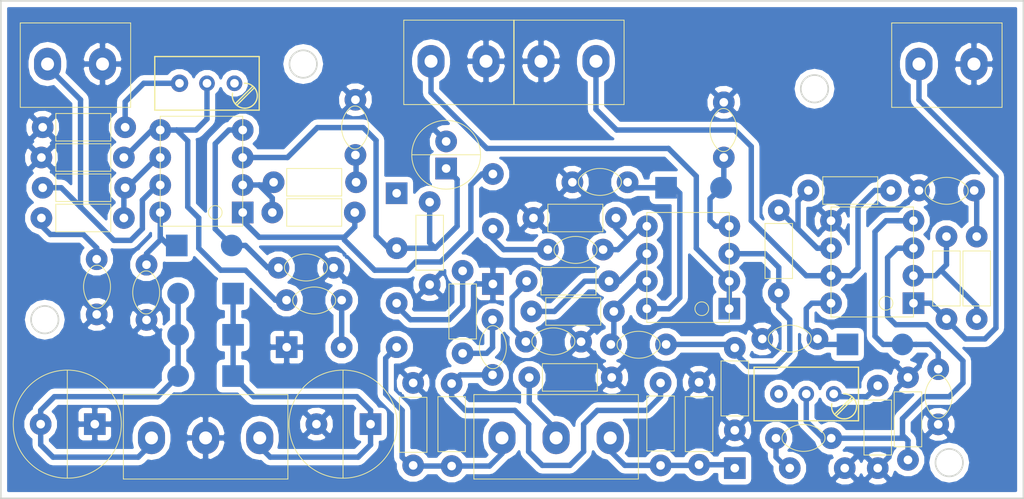
<source format=kicad_pcb>
(kicad_pcb (version 4) (host pcbnew 4.0.6)

  (general
    (links 113)
    (no_connects 6)
    (area 67.488999 93.904999 162.127001 140.029001)
    (thickness 1.6)
    (drawings 8)
    (tracks 286)
    (zones 0)
    (modules 62)
    (nets 35)
  )

  (page A4)
  (layers
    (0 F.Cu signal hide)
    (31 B.Cu signal)
    (32 B.Adhes user hide)
    (33 F.Adhes user hide)
    (34 B.Paste user hide)
    (35 F.Paste user hide)
    (36 B.SilkS user hide)
    (37 F.SilkS user)
    (38 B.Mask user)
    (39 F.Mask user hide)
    (40 Dwgs.User user hide)
    (41 Cmts.User user hide)
    (42 Eco1.User user)
    (43 Eco2.User user)
    (44 Edge.Cuts user)
    (45 Margin user hide)
    (46 B.CrtYd user hide)
    (47 F.CrtYd user hide)
    (48 B.Fab user hide)
    (49 F.Fab user hide)
  )

  (setup
    (last_trace_width 0.5)
    (trace_clearance 0.2)
    (zone_clearance 0.508)
    (zone_45_only no)
    (trace_min 0.2)
    (segment_width 0.2)
    (edge_width 0.15)
    (via_size 0.6)
    (via_drill 0.4)
    (via_min_size 0.4)
    (via_min_drill 0.3)
    (uvia_size 0.3)
    (uvia_drill 0.1)
    (uvias_allowed no)
    (uvia_min_size 0.2)
    (uvia_min_drill 0.1)
    (pcb_text_width 0.3)
    (pcb_text_size 1.5 1.5)
    (mod_edge_width 0.15)
    (mod_text_size 1 1)
    (mod_text_width 0.15)
    (pad_size 1.524 1.524)
    (pad_drill 0.762)
    (pad_to_mask_clearance 0.2)
    (aux_axis_origin 0 0)
    (visible_elements 7FFEC7FF)
    (pcbplotparams
      (layerselection 0x00030_80000001)
      (usegerberextensions false)
      (excludeedgelayer true)
      (linewidth 0.400000)
      (plotframeref false)
      (viasonmask false)
      (mode 1)
      (useauxorigin false)
      (hpglpennumber 1)
      (hpglpenspeed 20)
      (hpglpendiameter 15)
      (hpglpenoverlay 2)
      (psnegative false)
      (psa4output false)
      (plotreference true)
      (plotvalue true)
      (plotinvisibletext false)
      (padsonsilk false)
      (subtractmaskfromsilk false)
      (outputformat 1)
      (mirror false)
      (drillshape 1)
      (scaleselection 1)
      (outputdirectory ""))
  )

  (net 0 "")
  (net 1 GND)
  (net 2 "Net-(C3-Pad1)")
  (net 3 "Net-(C4-Pad1)")
  (net 4 "Net-(C5-Pad1)")
  (net 5 "Net-(C6-Pad1)")
  (net 6 "Net-(C7-Pad1)")
  (net 7 "Net-(C10-Pad1)")
  (net 8 "Net-(C10-Pad2)")
  (net 9 VCC)
  (net 10 VSS)
  (net 11 Sx)
  (net 12 Dx)
  (net 13 "Net-(R10-Pad2)")
  (net 14 "Net-(C3-Pad2)")
  (net 15 "Net-(J16-Pad2)")
  (net 16 "Net-(R11-Pad2)")
  (net 17 "Net-(R15-Pad1)")
  (net 18 "Net-(R19-Pad1)")
  (net 19 "Net-(C5-Pad2)")
  (net 20 "Net-(C11-Pad1)")
  (net 21 "Net-(C11-Pad2)")
  (net 22 "Net-(C12-Pad1)")
  (net 23 "Net-(C13-Pad1)")
  (net 24 "Net-(C14-Pad1)")
  (net 25 "Net-(C14-Pad2)")
  (net 26 "Net-(J4-Pad3)")
  (net 27 "Net-(J6-Pad3)")
  (net 28 "Net-(R1-Pad2)")
  (net 29 "Net-(R3-Pad1)")
  (net 30 "Net-(R13-Pad1)")
  (net 31 "Net-(J3-Pad2)")
  (net 32 "Net-(J8-Pad2)")
  (net 33 "Net-(J10-Pad2)")
  (net 34 "Net-(J11-Pad1)")

  (net_class Default "Questo è il gruppo di collegamenti predefinito"
    (clearance 0.2)
    (trace_width 0.5)
    (via_dia 0.6)
    (via_drill 0.4)
    (uvia_dia 0.3)
    (uvia_drill 0.1)
    (add_net Dx)
    (add_net GND)
    (add_net "Net-(C10-Pad1)")
    (add_net "Net-(C10-Pad2)")
    (add_net "Net-(C11-Pad1)")
    (add_net "Net-(C11-Pad2)")
    (add_net "Net-(C12-Pad1)")
    (add_net "Net-(C13-Pad1)")
    (add_net "Net-(C14-Pad1)")
    (add_net "Net-(C14-Pad2)")
    (add_net "Net-(C3-Pad1)")
    (add_net "Net-(C3-Pad2)")
    (add_net "Net-(C4-Pad1)")
    (add_net "Net-(C5-Pad1)")
    (add_net "Net-(C5-Pad2)")
    (add_net "Net-(C6-Pad1)")
    (add_net "Net-(C7-Pad1)")
    (add_net "Net-(J10-Pad2)")
    (add_net "Net-(J11-Pad1)")
    (add_net "Net-(J16-Pad2)")
    (add_net "Net-(J3-Pad2)")
    (add_net "Net-(J4-Pad3)")
    (add_net "Net-(J6-Pad3)")
    (add_net "Net-(J8-Pad2)")
    (add_net "Net-(R1-Pad2)")
    (add_net "Net-(R10-Pad2)")
    (add_net "Net-(R11-Pad2)")
    (add_net "Net-(R13-Pad1)")
    (add_net "Net-(R15-Pad1)")
    (add_net "Net-(R19-Pad1)")
    (add_net "Net-(R3-Pad1)")
    (add_net Sx)
    (add_net VCC)
    (add_net VSS)
  )

  (module Impronte:Res_Orizz_7mm (layer F.Cu) (tedit 59438C30) (tstamp 598DA767)
    (at 154.94 119.634 90)
    (descr "Resistor, Axial,  RM 10mm, 1/3W")
    (tags "Resistor Axial RM 10mm 1/3W")
    (path /598A1622)
    (fp_text reference R16 (at -1.4 -0.85 90) (layer Eco1.User)
      (effects (font (size 0.5 0.5) (thickness 0.1)))
    )
    (fp_text value 6.8k (at 0.35 0 90) (layer Eco2.User)
      (effects (font (size 0.5 0.5) (thickness 0.1)))
    )
    (fp_line (start -2.54 1.27) (end -2.54 -1.27) (layer F.SilkS) (width 0.075))
    (fp_line (start 2.54 1.27) (end -2.54 1.27) (layer F.SilkS) (width 0.075))
    (fp_line (start 2.54 1.27) (end 2.54 -1.27) (layer F.SilkS) (width 0.075))
    (fp_line (start 2.54 -1.27) (end -2.54 -1.27) (layer F.SilkS) (width 0.075))
    (pad 1 thru_hole circle (at -3.75 0 90) (size 2 2) (drill 0.8) (layers *.Cu *.Mask)
      (net 32 "Net-(J8-Pad2)"))
    (pad 2 thru_hole circle (at 3.87 0 90) (size 2 2) (drill 0.8) (layers *.Cu *.Mask)
      (net 30 "Net-(R13-Pad1)"))
    (model Resistors_THT.3dshapes/R_Axial_DIN0207_L6.3mm_D2.5mm_P7.62mm_Horizontal.wrl
      (at (xyz -0.15 0 0))
      (scale (xyz 0.4 0.4 0.4))
      (rotate (xyz 0 0 0))
    )
  )

  (module Impronte:Res_Orizz_7mm (layer F.Cu) (tedit 59438C30) (tstamp 598DA755)
    (at 157.734 119.634 90)
    (descr "Resistor, Axial,  RM 10mm, 1/3W")
    (tags "Resistor Axial RM 10mm 1/3W")
    (path /598A1628)
    (fp_text reference R13 (at -1.4 -0.85 90) (layer Eco1.User)
      (effects (font (size 0.5 0.5) (thickness 0.1)))
    )
    (fp_text value 4.7k (at 0.35 0 90) (layer Eco2.User)
      (effects (font (size 0.5 0.5) (thickness 0.1)))
    )
    (fp_line (start -2.54 1.27) (end -2.54 -1.27) (layer F.SilkS) (width 0.075))
    (fp_line (start 2.54 1.27) (end -2.54 1.27) (layer F.SilkS) (width 0.075))
    (fp_line (start 2.54 1.27) (end 2.54 -1.27) (layer F.SilkS) (width 0.075))
    (fp_line (start 2.54 -1.27) (end -2.54 -1.27) (layer F.SilkS) (width 0.075))
    (pad 1 thru_hole circle (at -3.75 0 90) (size 2 2) (drill 0.8) (layers *.Cu *.Mask)
      (net 30 "Net-(R13-Pad1)"))
    (pad 2 thru_hole circle (at 3.87 0 90) (size 2 2) (drill 0.8) (layers *.Cu *.Mask)
      (net 22 "Net-(C12-Pad1)"))
    (model Resistors_THT.3dshapes/R_Axial_DIN0207_L6.3mm_D2.5mm_P7.62mm_Horizontal.wrl
      (at (xyz -0.15 0 0))
      (scale (xyz 0.4 0.4 0.4))
      (rotate (xyz 0 0 0))
    )
  )

  (module Impronte:DIP-8 (layer F.Cu) (tedit 59438CE5) (tstamp 598DA7B7)
    (at 134.874 123.698 90)
    (path /59899AF2)
    (fp_text reference U2 (at 1.143 -4.064 90) (layer Eco1.User)
      (effects (font (size 0.5 0.5) (thickness 0.1)))
    )
    (fp_text value TL072 (at 5.461 -3.81 90) (layer Eco2.User)
      (effects (font (size 0.5 0.5) (thickness 0.1)))
    )
    (fp_line (start 0 0) (end 0 -7.62) (layer F.SilkS) (width 0.075))
    (fp_line (start 10.16 0) (end 0 0) (layer F.SilkS) (width 0.075))
    (fp_line (start 10.16 -7.62) (end 10.16 0) (layer F.SilkS) (width 0.075))
    (fp_line (start 0 -7.62) (end 10.16 -7.62) (layer F.SilkS) (width 0.075))
    (fp_circle (center 1.27 -2.54) (end 1.905 -2.54) (layer F.SilkS) (width 0.075))
    (pad 1 thru_hole rect (at 1.27 0 90) (size 2 2) (drill 0.8) (layers *.Cu *.Mask)
      (net 33 "Net-(J10-Pad2)"))
    (pad 2 thru_hole circle (at 3.81 0 90) (size 2 2) (drill 0.8) (layers *.Cu *.Mask)
      (net 33 "Net-(J10-Pad2)"))
    (pad 3 thru_hole circle (at 6.35 0 90) (size 2 2) (drill 0.8) (layers *.Cu *.Mask)
      (net 24 "Net-(C14-Pad1)"))
    (pad 4 thru_hole circle (at 8.89 0 90) (size 2 2) (drill 0.8) (layers *.Cu *.Mask)
      (net 10 VSS))
    (pad 5 thru_hole circle (at 8.89 -7.62 90) (size 2 2) (drill 0.8) (layers *.Cu *.Mask)
      (net 7 "Net-(C10-Pad1)"))
    (pad 6 thru_hole circle (at 6.35 -7.62 90) (size 2 2) (drill 0.8) (layers *.Cu *.Mask)
      (net 17 "Net-(R15-Pad1)"))
    (pad 7 thru_hole circle (at 3.81 -7.62 90) (size 2 2) (drill 0.8) (layers *.Cu *.Mask)
      (net 25 "Net-(C14-Pad2)"))
    (pad 8 thru_hole circle (at 1.27 -7.62 90) (size 2 2) (drill 0.8) (layers *.Cu *.Mask)
      (net 9 VCC))
    (model Housings_DIP.3dshapes/DIP-8_W7.62mm.wrl
      (at (xyz 0.05 0 0.05))
      (scale (xyz 1 1 1))
      (rotate (xyz 0 0 -90))
    )
  )

  (module Impronte:Res_Orizz_7mm (layer F.Cu) (tedit 59438C30) (tstamp 598DA761)
    (at 120.015 119.888 180)
    (descr "Resistor, Axial,  RM 10mm, 1/3W")
    (tags "Resistor Axial RM 10mm 1/3W")
    (path /598933FC)
    (fp_text reference R15 (at -1.4 -0.85 180) (layer Eco1.User)
      (effects (font (size 0.5 0.5) (thickness 0.1)))
    )
    (fp_text value 2.2k (at 0.35 0 180) (layer Eco2.User)
      (effects (font (size 0.5 0.5) (thickness 0.1)))
    )
    (fp_line (start -2.54 1.27) (end -2.54 -1.27) (layer F.SilkS) (width 0.075))
    (fp_line (start 2.54 1.27) (end -2.54 1.27) (layer F.SilkS) (width 0.075))
    (fp_line (start 2.54 1.27) (end 2.54 -1.27) (layer F.SilkS) (width 0.075))
    (fp_line (start 2.54 -1.27) (end -2.54 -1.27) (layer F.SilkS) (width 0.075))
    (pad 1 thru_hole circle (at -3.75 0 180) (size 2 2) (drill 0.8) (layers *.Cu *.Mask)
      (net 17 "Net-(R15-Pad1)"))
    (pad 2 thru_hole circle (at 3.87 0 180) (size 2 2) (drill 0.8) (layers *.Cu *.Mask)
      (net 23 "Net-(C13-Pad1)"))
    (model Resistors_THT.3dshapes/R_Axial_DIN0207_L6.3mm_D2.5mm_P7.62mm_Horizontal.wrl
      (at (xyz -0.15 0 0))
      (scale (xyz 0.4 0.4 0.4))
      (rotate (xyz 0 0 0))
    )
  )

  (module Impronte:3-Pin (layer F.Cu) (tedit 594384E0) (tstamp 598DC448)
    (at 135.382 137.16)
    (path /598A1671)
    (fp_text reference J7 (at 0 -1.25) (layer Eco1.User)
      (effects (font (size 0.5 0.5) (thickness 0.1)))
    )
    (fp_text value DxGain (at 5.4 -1.3) (layer Eco2.User)
      (effects (font (size 0.5 0.5) (thickness 0.1)))
    )
    (pad 1 thru_hole rect (at 0 0) (size 2 2) (drill 0.8) (layers *.Cu *.Mask)
      (net 12 Dx))
    (pad 2 thru_hole circle (at 5.08 0) (size 2 2) (drill 0.8) (layers *.Cu *.Mask)
      (net 20 "Net-(C11-Pad1)"))
    (pad 3 thru_hole circle (at 10.16 0) (size 2 2) (drill 0.8) (layers *.Cu *.Mask)
      (net 1 GND))
  )

  (module Impronte:Res_Orizz_7mm (layer F.Cu) (tedit 59438C30) (tstamp 598DA731)
    (at 110.236 122.682 270)
    (descr "Resistor, Axial,  RM 10mm, 1/3W")
    (tags "Resistor Axial RM 10mm 1/3W")
    (path /59890BD3)
    (fp_text reference R7 (at -1.4 -0.85 270) (layer Eco1.User)
      (effects (font (size 0.5 0.5) (thickness 0.1)))
    )
    (fp_text value 1k (at 0.35 0 270) (layer Eco2.User)
      (effects (font (size 0.5 0.5) (thickness 0.1)))
    )
    (fp_line (start -2.54 1.27) (end -2.54 -1.27) (layer F.SilkS) (width 0.075))
    (fp_line (start 2.54 1.27) (end -2.54 1.27) (layer F.SilkS) (width 0.075))
    (fp_line (start 2.54 1.27) (end 2.54 -1.27) (layer F.SilkS) (width 0.075))
    (fp_line (start 2.54 -1.27) (end -2.54 -1.27) (layer F.SilkS) (width 0.075))
    (pad 1 thru_hole circle (at -3.75 0 270) (size 2 2) (drill 0.8) (layers *.Cu *.Mask)
      (net 26 "Net-(J4-Pad3)"))
    (pad 2 thru_hole circle (at 3.87 0 270) (size 2 2) (drill 0.8) (layers *.Cu *.Mask)
      (net 4 "Net-(C5-Pad1)"))
    (model Resistors_THT.3dshapes/R_Axial_DIN0207_L6.3mm_D2.5mm_P7.62mm_Horizontal.wrl
      (at (xyz -0.15 0 0))
      (scale (xyz 0.4 0.4 0.4))
      (rotate (xyz 0 0 0))
    )
  )

  (module Impronte:Res_Orizz_7mm (layer F.Cu) (tedit 59438C30) (tstamp 598DA743)
    (at 96.52 113.538 180)
    (descr "Resistor, Axial,  RM 10mm, 1/3W")
    (tags "Resistor Axial RM 10mm 1/3W")
    (path /5988CA67)
    (fp_text reference R10 (at -1.4 -0.85 180) (layer Eco1.User)
      (effects (font (size 0.5 0.5) (thickness 0.1)))
    )
    (fp_text value 12k (at 0.35 0 180) (layer Eco2.User)
      (effects (font (size 0.5 0.5) (thickness 0.1)))
    )
    (fp_line (start -2.54 1.27) (end -2.54 -1.27) (layer F.SilkS) (width 0.075))
    (fp_line (start 2.54 1.27) (end -2.54 1.27) (layer F.SilkS) (width 0.075))
    (fp_line (start 2.54 1.27) (end 2.54 -1.27) (layer F.SilkS) (width 0.075))
    (fp_line (start 2.54 -1.27) (end -2.54 -1.27) (layer F.SilkS) (width 0.075))
    (pad 1 thru_hole circle (at -3.75 0 180) (size 2 2) (drill 0.8) (layers *.Cu *.Mask)
      (net 27 "Net-(J6-Pad3)"))
    (pad 2 thru_hole circle (at 3.87 0 180) (size 2 2) (drill 0.8) (layers *.Cu *.Mask)
      (net 13 "Net-(R10-Pad2)"))
    (model Resistors_THT.3dshapes/R_Axial_DIN0207_L6.3mm_D2.5mm_P7.62mm_Horizontal.wrl
      (at (xyz -0.15 0 0))
      (scale (xyz 0.4 0.4 0.4))
      (rotate (xyz 0 0 0))
    )
  )

  (module Impronte:DIP-8 (layer F.Cu) (tedit 59438CE5) (tstamp 598DA7AB)
    (at 89.916 114.808 90)
    (path /5988CA55)
    (fp_text reference U1 (at 1.143 -4.064 90) (layer Eco1.User)
      (effects (font (size 0.5 0.5) (thickness 0.1)))
    )
    (fp_text value TL072 (at 5.461 -3.81 90) (layer Eco2.User)
      (effects (font (size 0.5 0.5) (thickness 0.1)))
    )
    (fp_line (start 0 0) (end 0 -7.62) (layer F.SilkS) (width 0.075))
    (fp_line (start 10.16 0) (end 0 0) (layer F.SilkS) (width 0.075))
    (fp_line (start 10.16 -7.62) (end 10.16 0) (layer F.SilkS) (width 0.075))
    (fp_line (start 0 -7.62) (end 10.16 -7.62) (layer F.SilkS) (width 0.075))
    (fp_circle (center 1.27 -2.54) (end 1.905 -2.54) (layer F.SilkS) (width 0.075))
    (pad 1 thru_hole rect (at 1.27 0 90) (size 2 2) (drill 0.8) (layers *.Cu *.Mask)
      (net 27 "Net-(J6-Pad3)"))
    (pad 2 thru_hole circle (at 3.81 0 90) (size 2 2) (drill 0.8) (layers *.Cu *.Mask)
      (net 13 "Net-(R10-Pad2)"))
    (pad 3 thru_hole circle (at 6.35 0 90) (size 2 2) (drill 0.8) (layers *.Cu *.Mask)
      (net 5 "Net-(C6-Pad1)"))
    (pad 4 thru_hole circle (at 8.89 0 90) (size 2 2) (drill 0.8) (layers *.Cu *.Mask)
      (net 10 VSS))
    (pad 5 thru_hole circle (at 8.89 -7.62 90) (size 2 2) (drill 0.8) (layers *.Cu *.Mask)
      (net 14 "Net-(C3-Pad2)"))
    (pad 6 thru_hole circle (at 6.35 -7.62 90) (size 2 2) (drill 0.8) (layers *.Cu *.Mask)
      (net 29 "Net-(R3-Pad1)"))
    (pad 7 thru_hole circle (at 3.81 -7.62 90) (size 2 2) (drill 0.8) (layers *.Cu *.Mask)
      (net 31 "Net-(J3-Pad2)"))
    (pad 8 thru_hole circle (at 1.27 -7.62 90) (size 2 2) (drill 0.8) (layers *.Cu *.Mask)
      (net 9 VCC))
    (model Housings_DIP.3dshapes/DIP-8_W7.62mm.wrl
      (at (xyz 0.05 0 0.05))
      (scale (xyz 1 1 1))
      (rotate (xyz 0 0 -90))
    )
  )

  (module Impronte:Cap_5x2.7 (layer F.Cu) (tedit 59439273) (tstamp 598DA65F)
    (at 79.726 123.464 90)
    (path /598DE4C7)
    (fp_text reference C1 (at 1.016 -0.254 90) (layer Eco1.User)
      (effects (font (size 0.5 0.5) (thickness 0.1)))
    )
    (fp_text value 100n (at 2.159 1.27 90) (layer Eco2.User)
      (effects (font (size 0.5 0.5) (thickness 0.1)))
    )
    (fp_arc (start 1.27 1.27) (end 0.762 1.778) (angle 90) (layer F.SilkS) (width 0.075))
    (fp_arc (start 2.54 0) (end 4.318 1.778) (angle 90) (layer F.SilkS) (width 0.075))
    (fp_arc (start 3.81 1.27) (end 4.318 0.762) (angle 90) (layer F.SilkS) (width 0.075))
    (fp_arc (start 2.54 2.54) (end 0.762 0.762) (angle 90) (layer F.SilkS) (width 0.075))
    (pad 1 thru_hole circle (at 0 1.3 90) (size 2 2) (drill 0.8) (layers *.Cu *.Mask)
      (net 1 GND))
    (pad 2 thru_hole circle (at 5.1 1.3 90) (size 2 2) (drill 0.8) (layers *.Cu *.Mask)
      (net 9 VCC))
    (model Capacitors_ThroughHole.3dshapes/C_Disc_D3_P2.5.wrl
      (at (xyz 0.1 -0.05 0.075))
      (scale (xyz 2 2 2))
      (rotate (xyz 0 0 0))
    )
  )

  (module Impronte:Cap_5x2.7 (layer F.Cu) (tedit 59439273) (tstamp 598DA66B)
    (at 99.06 122.936 180)
    (path /5988F164)
    (fp_text reference C3 (at 1.016 -0.254 180) (layer Eco1.User)
      (effects (font (size 0.5 0.5) (thickness 0.1)))
    )
    (fp_text value 1u (at 2.159 1.27 180) (layer Eco2.User)
      (effects (font (size 0.5 0.5) (thickness 0.1)))
    )
    (fp_arc (start 1.27 1.27) (end 0.762 1.778) (angle 90) (layer F.SilkS) (width 0.075))
    (fp_arc (start 2.54 0) (end 4.318 1.778) (angle 90) (layer F.SilkS) (width 0.075))
    (fp_arc (start 3.81 1.27) (end 4.318 0.762) (angle 90) (layer F.SilkS) (width 0.075))
    (fp_arc (start 2.54 2.54) (end 0.762 0.762) (angle 90) (layer F.SilkS) (width 0.075))
    (pad 1 thru_hole circle (at 0 1.3 180) (size 2 2) (drill 0.8) (layers *.Cu *.Mask)
      (net 2 "Net-(C3-Pad1)"))
    (pad 2 thru_hole circle (at 5.1 1.3 180) (size 2 2) (drill 0.8) (layers *.Cu *.Mask)
      (net 14 "Net-(C3-Pad2)"))
    (model Capacitors_ThroughHole.3dshapes/C_Disc_D3_P2.5.wrl
      (at (xyz 0.1 -0.05 0.075))
      (scale (xyz 2 2 2))
      (rotate (xyz 0 0 0))
    )
  )

  (module Impronte:Cap_5x2.7 (layer F.Cu) (tedit 59439273) (tstamp 598DA671)
    (at 77.724 117.856 270)
    (path /598916EF)
    (fp_text reference C4 (at 1.016 -0.254 270) (layer Eco1.User)
      (effects (font (size 0.5 0.5) (thickness 0.1)))
    )
    (fp_text value 1u (at 2.159 1.27 270) (layer Eco2.User)
      (effects (font (size 0.5 0.5) (thickness 0.1)))
    )
    (fp_arc (start 1.27 1.27) (end 0.762 1.778) (angle 90) (layer F.SilkS) (width 0.075))
    (fp_arc (start 2.54 0) (end 4.318 1.778) (angle 90) (layer F.SilkS) (width 0.075))
    (fp_arc (start 3.81 1.27) (end 4.318 0.762) (angle 90) (layer F.SilkS) (width 0.075))
    (fp_arc (start 2.54 2.54) (end 0.762 0.762) (angle 90) (layer F.SilkS) (width 0.075))
    (pad 1 thru_hole circle (at 0 1.3 270) (size 2 2) (drill 0.8) (layers *.Cu *.Mask)
      (net 3 "Net-(C4-Pad1)"))
    (pad 2 thru_hole circle (at 5.1 1.3 270) (size 2 2) (drill 0.8) (layers *.Cu *.Mask)
      (net 1 GND))
    (model Capacitors_ThroughHole.3dshapes/C_Disc_D3_P2.5.wrl
      (at (xyz 0.1 -0.05 0.075))
      (scale (xyz 2 2 2))
      (rotate (xyz 0 0 0))
    )
  )

  (module Impronte:Cap_5x2.7 (layer F.Cu) (tedit 59439273) (tstamp 598DA677)
    (at 114.3 123.444 270)
    (path /598912D2)
    (fp_text reference C5 (at 1.016 -0.254 270) (layer Eco1.User)
      (effects (font (size 0.5 0.5) (thickness 0.1)))
    )
    (fp_text value 1u (at 2.159 1.27 270) (layer Eco2.User)
      (effects (font (size 0.5 0.5) (thickness 0.1)))
    )
    (fp_arc (start 1.27 1.27) (end 0.762 1.778) (angle 90) (layer F.SilkS) (width 0.075))
    (fp_arc (start 2.54 0) (end 4.318 1.778) (angle 90) (layer F.SilkS) (width 0.075))
    (fp_arc (start 3.81 1.27) (end 4.318 0.762) (angle 90) (layer F.SilkS) (width 0.075))
    (fp_arc (start 2.54 2.54) (end 0.762 0.762) (angle 90) (layer F.SilkS) (width 0.075))
    (pad 1 thru_hole circle (at 0 1.3 270) (size 2 2) (drill 0.8) (layers *.Cu *.Mask)
      (net 4 "Net-(C5-Pad1)"))
    (pad 2 thru_hole circle (at 5.1 1.3 270) (size 2 2) (drill 0.8) (layers *.Cu *.Mask)
      (net 19 "Net-(C5-Pad2)"))
    (model Capacitors_ThroughHole.3dshapes/C_Disc_D3_P2.5.wrl
      (at (xyz 0.1 -0.05 0.075))
      (scale (xyz 2 2 2))
      (rotate (xyz 0 0 0))
    )
  )

  (module Impronte:Cap_5x2.7 (layer F.Cu) (tedit 59439273) (tstamp 598DA683)
    (at 99.03 108.224 90)
    (path /5988CA7F)
    (fp_text reference C7 (at 1.016 -0.254 90) (layer Eco1.User)
      (effects (font (size 0.5 0.5) (thickness 0.1)))
    )
    (fp_text value 1u (at 2.159 1.27 90) (layer Eco2.User)
      (effects (font (size 0.5 0.5) (thickness 0.1)))
    )
    (fp_arc (start 1.27 1.27) (end 0.762 1.778) (angle 90) (layer F.SilkS) (width 0.075))
    (fp_arc (start 2.54 0) (end 4.318 1.778) (angle 90) (layer F.SilkS) (width 0.075))
    (fp_arc (start 3.81 1.27) (end 4.318 0.762) (angle 90) (layer F.SilkS) (width 0.075))
    (fp_arc (start 2.54 2.54) (end 0.762 0.762) (angle 90) (layer F.SilkS) (width 0.075))
    (pad 1 thru_hole circle (at 0 1.3 90) (size 2 2) (drill 0.8) (layers *.Cu *.Mask)
      (net 6 "Net-(C7-Pad1)"))
    (pad 2 thru_hole circle (at 5.1 1.3 90) (size 2 2) (drill 0.8) (layers *.Cu *.Mask)
      (net 1 GND))
    (model Capacitors_ThroughHole.3dshapes/C_Disc_D3_P2.5.wrl
      (at (xyz 0.1 -0.05 0.075))
      (scale (xyz 2 2 2))
      (rotate (xyz 0 0 0))
    )
  )

  (module Impronte:Cap_5x2.7 (layer F.Cu) (tedit 59439273) (tstamp 598DA689)
    (at 120.376 109.444)
    (path /598E1F44)
    (fp_text reference C8 (at 1.016 -0.254) (layer Eco1.User)
      (effects (font (size 0.5 0.5) (thickness 0.1)))
    )
    (fp_text value 100n (at 2.159 1.27) (layer Eco2.User)
      (effects (font (size 0.5 0.5) (thickness 0.1)))
    )
    (fp_arc (start 1.27 1.27) (end 0.762 1.778) (angle 90) (layer F.SilkS) (width 0.075))
    (fp_arc (start 2.54 0) (end 4.318 1.778) (angle 90) (layer F.SilkS) (width 0.075))
    (fp_arc (start 3.81 1.27) (end 4.318 0.762) (angle 90) (layer F.SilkS) (width 0.075))
    (fp_arc (start 2.54 2.54) (end 0.762 0.762) (angle 90) (layer F.SilkS) (width 0.075))
    (pad 1 thru_hole circle (at 0 1.3) (size 2 2) (drill 0.8) (layers *.Cu *.Mask)
      (net 1 GND))
    (pad 2 thru_hole circle (at 5.1 1.3) (size 2 2) (drill 0.8) (layers *.Cu *.Mask)
      (net 9 VCC))
    (model Capacitors_ThroughHole.3dshapes/C_Disc_D3_P2.5.wrl
      (at (xyz 0.1 -0.05 0.075))
      (scale (xyz 2 2 2))
      (rotate (xyz 0 0 0))
    )
  )

  (module Impronte:Cap_5x2.7 (layer F.Cu) (tedit 59439273) (tstamp 598DA68F)
    (at 133.066 108.458 90)
    (path /598E1F3E)
    (fp_text reference C9 (at 1.016 -0.254 90) (layer Eco1.User)
      (effects (font (size 0.5 0.5) (thickness 0.1)))
    )
    (fp_text value 100n (at 2.159 1.27 90) (layer Eco2.User)
      (effects (font (size 0.5 0.5) (thickness 0.1)))
    )
    (fp_arc (start 1.27 1.27) (end 0.762 1.778) (angle 90) (layer F.SilkS) (width 0.075))
    (fp_arc (start 2.54 0) (end 4.318 1.778) (angle 90) (layer F.SilkS) (width 0.075))
    (fp_arc (start 3.81 1.27) (end 4.318 0.762) (angle 90) (layer F.SilkS) (width 0.075))
    (fp_arc (start 2.54 2.54) (end 0.762 0.762) (angle 90) (layer F.SilkS) (width 0.075))
    (pad 1 thru_hole circle (at 0 1.3 90) (size 2 2) (drill 0.8) (layers *.Cu *.Mask)
      (net 10 VSS))
    (pad 2 thru_hole circle (at 5.1 1.3 90) (size 2 2) (drill 0.8) (layers *.Cu *.Mask)
      (net 1 GND))
    (model Capacitors_ThroughHole.3dshapes/C_Disc_D3_P2.5.wrl
      (at (xyz 0.1 -0.05 0.075))
      (scale (xyz 2 2 2))
      (rotate (xyz 0 0 0))
    )
  )

  (module Impronte:Cap_5x2.7 (layer F.Cu) (tedit 59439273) (tstamp 598DA695)
    (at 123.21 118.267 180)
    (path /598935B0)
    (fp_text reference C10 (at 1.016 -0.254 180) (layer Eco1.User)
      (effects (font (size 0.5 0.5) (thickness 0.1)))
    )
    (fp_text value 1u (at 2.159 1.27 180) (layer Eco2.User)
      (effects (font (size 0.5 0.5) (thickness 0.1)))
    )
    (fp_arc (start 1.27 1.27) (end 0.762 1.778) (angle 90) (layer F.SilkS) (width 0.075))
    (fp_arc (start 2.54 0) (end 4.318 1.778) (angle 90) (layer F.SilkS) (width 0.075))
    (fp_arc (start 3.81 1.27) (end 4.318 0.762) (angle 90) (layer F.SilkS) (width 0.075))
    (fp_arc (start 2.54 2.54) (end 0.762 0.762) (angle 90) (layer F.SilkS) (width 0.075))
    (pad 1 thru_hole circle (at 0 1.3 180) (size 2 2) (drill 0.8) (layers *.Cu *.Mask)
      (net 7 "Net-(C10-Pad1)"))
    (pad 2 thru_hole circle (at 5.1 1.3 180) (size 2 2) (drill 0.8) (layers *.Cu *.Mask)
      (net 8 "Net-(C10-Pad2)"))
    (model Capacitors_ThroughHole.3dshapes/C_Disc_D3_P2.5.wrl
      (at (xyz 0.1 -0.05 0.075))
      (scale (xyz 2 2 2))
      (rotate (xyz 0 0 0))
    )
  )

  (module Impronte:3-Pin (layer F.Cu) (tedit 594384E0) (tstamp 598DA6AF)
    (at 93.98 125.984)
    (path /598A0157)
    (fp_text reference J2 (at 0 -1.25) (layer Eco1.User)
      (effects (font (size 0.5 0.5) (thickness 0.1)))
    )
    (fp_text value SxGain (at 5.4 -1.3) (layer Eco2.User)
      (effects (font (size 0.5 0.5) (thickness 0.1)))
    )
    (pad 1 thru_hole rect (at 0 0) (size 2 2) (drill 0.8) (layers *.Cu *.Mask)
      (net 1 GND))
    (pad 2 thru_hole circle (at 5.08 0) (size 2 2) (drill 0.8) (layers *.Cu *.Mask)
      (net 2 "Net-(C3-Pad1)"))
    (pad 3 thru_hole circle (at 10.16 0) (size 2 2) (drill 0.8) (layers *.Cu *.Mask)
      (net 11 Sx))
  )

  (module Impronte:3-Pin (layer F.Cu) (tedit 594384E0) (tstamp 598DA6C9)
    (at 113.03 120.142 90)
    (path /5989BF6B)
    (fp_text reference J6 (at 0 -1.25 90) (layer Eco1.User)
      (effects (font (size 0.5 0.5) (thickness 0.1)))
    )
    (fp_text value SubGain (at 5.4 -1.3 90) (layer Eco2.User)
      (effects (font (size 0.5 0.5) (thickness 0.1)))
    )
    (pad 1 thru_hole rect (at 0 0 90) (size 2 2) (drill 0.8) (layers *.Cu *.Mask)
      (net 1 GND))
    (pad 2 thru_hole circle (at 5.08 0 90) (size 2 2) (drill 0.8) (layers *.Cu *.Mask)
      (net 8 "Net-(C10-Pad2)"))
    (pad 3 thru_hole circle (at 10.16 0 90) (size 2 2) (drill 0.8) (layers *.Cu *.Mask)
      (net 27 "Net-(J6-Pad3)"))
  )

  (module Impronte:AK300-2 (layer F.Cu) (tedit 5943A25F) (tstamp 598DA6D5)
    (at 157.48 99.822 180)
    (descr CONNECTOR)
    (tags CONNECTOR)
    (path /598A165A)
    (attr virtual)
    (fp_text reference J8 (at -1.2 -3.2 180) (layer Eco1.User)
      (effects (font (size 0.5 0.5) (thickness 0.1)))
    )
    (fp_text value DX (at 1.8 -2.4 180) (layer Eco2.User)
      (effects (font (size 0.5 0.5) (thickness 0.1)))
    )
    (fp_line (start 7.6 3.8) (end 7.6 -4) (layer F.SilkS) (width 0.075))
    (fp_line (start -2.6 3.8) (end 7.6 3.8) (layer F.SilkS) (width 0.075))
    (fp_line (start -2.6 -4) (end -2.6 3.8) (layer F.SilkS) (width 0.075))
    (fp_line (start 7.6 -4) (end -2.6 -4) (layer F.SilkS) (width 0.075))
    (pad 1 thru_hole oval (at 0 0 180) (size 2.5 3) (drill 1.2) (layers *.Cu F.Paste F.Mask)
      (net 1 GND))
    (pad 2 thru_hole oval (at 5.08 0 180) (size 2.5 3) (drill 1.2) (layers *.Cu F.Paste F.Mask)
      (net 32 "Net-(J8-Pad2)"))
    (model "F:/Dropbox/Elettronica/Kicad/Modelli 3D/AK300-2.wrl"
      (at (xyz 0 0 0))
      (scale (xyz 1 1 1))
      (rotate (xyz -90 0 0))
    )
  )

  (module Impronte:AK300-3 (layer F.Cu) (tedit 5943A21C) (tstamp 598DA6DC)
    (at 81.487 134.366)
    (descr CONNECTOR)
    (tags CONNECTOR)
    (path /598A2067)
    (attr virtual)
    (fp_text reference J9 (at -1.4 -3.4) (layer Eco1.User)
      (effects (font (size 0.5 0.5) (thickness 0.1)))
    )
    (fp_text value Alim (at 4.8 -2.2) (layer Eco2.User)
      (effects (font (size 0.5 0.5) (thickness 0.1)))
    )
    (fp_line (start 12.6 3.8) (end 12.6 -4) (layer F.SilkS) (width 0.075))
    (fp_line (start -2.6 3.8) (end 12.6 3.8) (layer F.SilkS) (width 0.075))
    (fp_line (start -2.6 -4) (end -2.6 3.8) (layer F.SilkS) (width 0.075))
    (fp_line (start 12.6 -4) (end -2.6 -4) (layer F.SilkS) (width 0.075))
    (pad 1 thru_hole oval (at 0 0) (size 2.5 3) (drill 1.2) (layers *.Cu F.Paste F.Mask)
      (net 10 VSS))
    (pad 2 thru_hole oval (at 5 0) (size 2.5 3) (drill 1.2) (layers *.Cu F.Paste F.Mask)
      (net 1 GND))
    (pad 3 thru_hole oval (at 10 0) (size 2.5 3) (drill 1.2) (layers *.Cu F.Paste F.Mask)
      (net 9 VCC))
    (model "F:/Dropbox/Elettronica/Kicad/Modelli 3D/AK300-3.wrl"
      (at (xyz 0 0 0))
      (scale (xyz 1 1 1))
      (rotate (xyz -90 0 0))
    )
  )

  (module Impronte:AK300-3 (layer F.Cu) (tedit 5943A21C) (tstamp 598DA707)
    (at 113.872 134.366)
    (descr CONNECTOR)
    (tags CONNECTOR)
    (path /5988E25B)
    (attr virtual)
    (fp_text reference J16 (at -1.4 -3.4) (layer Eco1.User)
      (effects (font (size 0.5 0.5) (thickness 0.1)))
    )
    (fp_text value In (at 4.8 -2.2) (layer Eco2.User)
      (effects (font (size 0.5 0.5) (thickness 0.1)))
    )
    (fp_line (start 12.6 3.8) (end 12.6 -4) (layer F.SilkS) (width 0.075))
    (fp_line (start -2.6 3.8) (end 12.6 3.8) (layer F.SilkS) (width 0.075))
    (fp_line (start -2.6 -4) (end -2.6 3.8) (layer F.SilkS) (width 0.075))
    (fp_line (start 12.6 -4) (end -2.6 -4) (layer F.SilkS) (width 0.075))
    (pad 1 thru_hole oval (at 0 0) (size 2.5 3) (drill 1.2) (layers *.Cu F.Paste F.Mask)
      (net 11 Sx))
    (pad 2 thru_hole oval (at 5 0) (size 2.5 3) (drill 1.2) (layers *.Cu F.Paste F.Mask)
      (net 15 "Net-(J16-Pad2)"))
    (pad 3 thru_hole oval (at 10 0) (size 2.5 3) (drill 1.2) (layers *.Cu F.Paste F.Mask)
      (net 12 Dx))
    (model "F:/Dropbox/Elettronica/Kicad/Modelli 3D/AK300-3.wrl"
      (at (xyz 0 0 0))
      (scale (xyz 1 1 1))
      (rotate (xyz -90 0 0))
    )
  )

  (module Impronte:Res_Orizz_7mm (layer F.Cu) (tedit 59438C30) (tstamp 598DA70D)
    (at 75.184 105.664)
    (descr "Resistor, Axial,  RM 10mm, 1/3W")
    (tags "Resistor Axial RM 10mm 1/3W")
    (path /5988FBF5)
    (fp_text reference R1 (at -1.4 -0.85) (layer Eco1.User)
      (effects (font (size 0.5 0.5) (thickness 0.1)))
    )
    (fp_text value 470 (at 0.35 0) (layer Eco2.User)
      (effects (font (size 0.5 0.5) (thickness 0.1)))
    )
    (fp_line (start -2.54 1.27) (end -2.54 -1.27) (layer F.SilkS) (width 0.075))
    (fp_line (start 2.54 1.27) (end -2.54 1.27) (layer F.SilkS) (width 0.075))
    (fp_line (start 2.54 1.27) (end 2.54 -1.27) (layer F.SilkS) (width 0.075))
    (fp_line (start 2.54 -1.27) (end -2.54 -1.27) (layer F.SilkS) (width 0.075))
    (pad 1 thru_hole circle (at -3.75 0) (size 2 2) (drill 0.8) (layers *.Cu *.Mask)
      (net 1 GND))
    (pad 2 thru_hole circle (at 3.87 0) (size 2 2) (drill 0.8) (layers *.Cu *.Mask)
      (net 28 "Net-(R1-Pad2)"))
    (model Resistors_THT.3dshapes/R_Axial_DIN0207_L6.3mm_D2.5mm_P7.62mm_Horizontal.wrl
      (at (xyz -0.15 0 0))
      (scale (xyz 0.4 0.4 0.4))
      (rotate (xyz 0 0 0))
    )
  )

  (module Impronte:Res_Orizz_7mm (layer F.Cu) (tedit 59438C30) (tstamp 598DA713)
    (at 75.184 108.458 180)
    (descr "Resistor, Axial,  RM 10mm, 1/3W")
    (tags "Resistor Axial RM 10mm 1/3W")
    (path /5989089A)
    (fp_text reference R2 (at -1.4 -0.85 180) (layer Eco1.User)
      (effects (font (size 0.5 0.5) (thickness 0.1)))
    )
    (fp_text value 910 (at 0.35 0 180) (layer Eco2.User)
      (effects (font (size 0.5 0.5) (thickness 0.1)))
    )
    (fp_line (start -2.54 1.27) (end -2.54 -1.27) (layer F.SilkS) (width 0.075))
    (fp_line (start 2.54 1.27) (end -2.54 1.27) (layer F.SilkS) (width 0.075))
    (fp_line (start 2.54 1.27) (end 2.54 -1.27) (layer F.SilkS) (width 0.075))
    (fp_line (start 2.54 -1.27) (end -2.54 -1.27) (layer F.SilkS) (width 0.075))
    (pad 1 thru_hole circle (at -3.75 0 180) (size 2 2) (drill 0.8) (layers *.Cu *.Mask)
      (net 14 "Net-(C3-Pad2)"))
    (pad 2 thru_hole circle (at 3.87 0 180) (size 2 2) (drill 0.8) (layers *.Cu *.Mask)
      (net 1 GND))
    (model Resistors_THT.3dshapes/R_Axial_DIN0207_L6.3mm_D2.5mm_P7.62mm_Horizontal.wrl
      (at (xyz -0.15 0 0))
      (scale (xyz 0.4 0.4 0.4))
      (rotate (xyz 0 0 0))
    )
  )

  (module Impronte:Res_Orizz_7mm (layer F.Cu) (tedit 59438C30) (tstamp 598DA719)
    (at 75.184 114.046 180)
    (descr "Resistor, Axial,  RM 10mm, 1/3W")
    (tags "Resistor Axial RM 10mm 1/3W")
    (path /598913CA)
    (fp_text reference R3 (at -1.4 -0.85 180) (layer Eco1.User)
      (effects (font (size 0.5 0.5) (thickness 0.1)))
    )
    (fp_text value 4.7k (at 0.35 0 180) (layer Eco2.User)
      (effects (font (size 0.5 0.5) (thickness 0.1)))
    )
    (fp_line (start -2.54 1.27) (end -2.54 -1.27) (layer F.SilkS) (width 0.075))
    (fp_line (start 2.54 1.27) (end -2.54 1.27) (layer F.SilkS) (width 0.075))
    (fp_line (start 2.54 1.27) (end 2.54 -1.27) (layer F.SilkS) (width 0.075))
    (fp_line (start 2.54 -1.27) (end -2.54 -1.27) (layer F.SilkS) (width 0.075))
    (pad 1 thru_hole circle (at -3.75 0 180) (size 2 2) (drill 0.8) (layers *.Cu *.Mask)
      (net 29 "Net-(R3-Pad1)"))
    (pad 2 thru_hole circle (at 3.87 0 180) (size 2 2) (drill 0.8) (layers *.Cu *.Mask)
      (net 3 "Net-(C4-Pad1)"))
    (model Resistors_THT.3dshapes/R_Axial_DIN0207_L6.3mm_D2.5mm_P7.62mm_Horizontal.wrl
      (at (xyz -0.15 0 0))
      (scale (xyz 0.4 0.4 0.4))
      (rotate (xyz 0 0 0))
    )
  )

  (module Impronte:Res_Orizz_7mm (layer F.Cu) (tedit 59438C30) (tstamp 598DA71F)
    (at 75.184 111.252)
    (descr "Resistor, Axial,  RM 10mm, 1/3W")
    (tags "Resistor Axial RM 10mm 1/3W")
    (path /5989133E)
    (fp_text reference R4 (at -1.4 -0.85) (layer Eco1.User)
      (effects (font (size 0.5 0.5) (thickness 0.1)))
    )
    (fp_text value 6.8k (at 0.35 0) (layer Eco2.User)
      (effects (font (size 0.5 0.5) (thickness 0.1)))
    )
    (fp_line (start -2.54 1.27) (end -2.54 -1.27) (layer F.SilkS) (width 0.075))
    (fp_line (start 2.54 1.27) (end -2.54 1.27) (layer F.SilkS) (width 0.075))
    (fp_line (start 2.54 1.27) (end 2.54 -1.27) (layer F.SilkS) (width 0.075))
    (fp_line (start 2.54 -1.27) (end -2.54 -1.27) (layer F.SilkS) (width 0.075))
    (pad 1 thru_hole circle (at -3.75 0) (size 2 2) (drill 0.8) (layers *.Cu *.Mask)
      (net 31 "Net-(J3-Pad2)"))
    (pad 2 thru_hole circle (at 3.87 0) (size 2 2) (drill 0.8) (layers *.Cu *.Mask)
      (net 29 "Net-(R3-Pad1)"))
    (model Resistors_THT.3dshapes/R_Axial_DIN0207_L6.3mm_D2.5mm_P7.62mm_Horizontal.wrl
      (at (xyz -0.15 0 0))
      (scale (xyz 0.4 0.4 0.4))
      (rotate (xyz 0 0 0))
    )
  )

  (module Impronte:Res_Orizz_7mm (layer F.Cu) (tedit 59438C30) (tstamp 598DA725)
    (at 109.22 133.096 270)
    (descr "Resistor, Axial,  RM 10mm, 1/3W")
    (tags "Resistor Axial RM 10mm 1/3W")
    (path /5988CE06)
    (fp_text reference R5 (at -1.4 -0.85 270) (layer Eco1.User)
      (effects (font (size 0.5 0.5) (thickness 0.1)))
    )
    (fp_text value 10k (at 0.35 0 270) (layer Eco2.User)
      (effects (font (size 0.5 0.5) (thickness 0.1)))
    )
    (fp_line (start -2.54 1.27) (end -2.54 -1.27) (layer F.SilkS) (width 0.075))
    (fp_line (start 2.54 1.27) (end -2.54 1.27) (layer F.SilkS) (width 0.075))
    (fp_line (start 2.54 1.27) (end 2.54 -1.27) (layer F.SilkS) (width 0.075))
    (fp_line (start 2.54 -1.27) (end -2.54 -1.27) (layer F.SilkS) (width 0.075))
    (pad 1 thru_hole circle (at -3.75 0 270) (size 2 2) (drill 0.8) (layers *.Cu *.Mask)
      (net 19 "Net-(C5-Pad2)"))
    (pad 2 thru_hole circle (at 3.87 0 270) (size 2 2) (drill 0.8) (layers *.Cu *.Mask)
      (net 11 Sx))
    (model Resistors_THT.3dshapes/R_Axial_DIN0207_L6.3mm_D2.5mm_P7.62mm_Horizontal.wrl
      (at (xyz -0.15 0 0))
      (scale (xyz 0.4 0.4 0.4))
      (rotate (xyz 0 0 0))
    )
  )

  (module Impronte:Res_Orizz_7mm (layer F.Cu) (tedit 59438C30) (tstamp 598DA72B)
    (at 128.524 133.036 270)
    (descr "Resistor, Axial,  RM 10mm, 1/3W")
    (tags "Resistor Axial RM 10mm 1/3W")
    (path /5988CD4C)
    (fp_text reference R6 (at -1.4 -0.85 270) (layer Eco1.User)
      (effects (font (size 0.5 0.5) (thickness 0.1)))
    )
    (fp_text value 10k (at 0.35 0 270) (layer Eco2.User)
      (effects (font (size 0.5 0.5) (thickness 0.1)))
    )
    (fp_line (start -2.54 1.27) (end -2.54 -1.27) (layer F.SilkS) (width 0.075))
    (fp_line (start 2.54 1.27) (end -2.54 1.27) (layer F.SilkS) (width 0.075))
    (fp_line (start 2.54 1.27) (end 2.54 -1.27) (layer F.SilkS) (width 0.075))
    (fp_line (start 2.54 -1.27) (end -2.54 -1.27) (layer F.SilkS) (width 0.075))
    (pad 1 thru_hole circle (at -3.75 0 270) (size 2 2) (drill 0.8) (layers *.Cu *.Mask)
      (net 19 "Net-(C5-Pad2)"))
    (pad 2 thru_hole circle (at 3.87 0 270) (size 2 2) (drill 0.8) (layers *.Cu *.Mask)
      (net 12 Dx))
    (model Resistors_THT.3dshapes/R_Axial_DIN0207_L6.3mm_D2.5mm_P7.62mm_Horizontal.wrl
      (at (xyz -0.15 0 0))
      (scale (xyz 0.4 0.4 0.4))
      (rotate (xyz 0 0 0))
    )
  )

  (module Impronte:Res_Orizz_7mm (layer F.Cu) (tedit 59438C30) (tstamp 598DA737)
    (at 107.188 116.332 270)
    (descr "Resistor, Axial,  RM 10mm, 1/3W")
    (tags "Resistor Axial RM 10mm 1/3W")
    (path /598DA430)
    (fp_text reference R8 (at -1.4 -0.85 270) (layer Eco1.User)
      (effects (font (size 0.5 0.5) (thickness 0.1)))
    )
    (fp_text value 4.7M (at 0.35 0 270) (layer Eco2.User)
      (effects (font (size 0.5 0.5) (thickness 0.1)))
    )
    (fp_line (start -2.54 1.27) (end -2.54 -1.27) (layer F.SilkS) (width 0.075))
    (fp_line (start 2.54 1.27) (end -2.54 1.27) (layer F.SilkS) (width 0.075))
    (fp_line (start 2.54 1.27) (end 2.54 -1.27) (layer F.SilkS) (width 0.075))
    (fp_line (start 2.54 -1.27) (end -2.54 -1.27) (layer F.SilkS) (width 0.075))
    (pad 1 thru_hole circle (at -3.75 0 270) (size 2 2) (drill 0.8) (layers *.Cu *.Mask)
      (net 5 "Net-(C6-Pad1)"))
    (pad 2 thru_hole circle (at 3.87 0 270) (size 2 2) (drill 0.8) (layers *.Cu *.Mask)
      (net 1 GND))
    (model Resistors_THT.3dshapes/R_Axial_DIN0207_L6.3mm_D2.5mm_P7.62mm_Horizontal.wrl
      (at (xyz -0.15 0 0))
      (scale (xyz 0.4 0.4 0.4))
      (rotate (xyz 0 0 0))
    )
  )

  (module Impronte:Res_Orizz_7mm (layer F.Cu) (tedit 59438C30) (tstamp 598DA73D)
    (at 96.52 110.744)
    (descr "Resistor, Axial,  RM 10mm, 1/3W")
    (tags "Resistor Axial RM 10mm 1/3W")
    (path /5988CA6D)
    (fp_text reference R9 (at -1.4 -0.85) (layer Eco1.User)
      (effects (font (size 0.5 0.5) (thickness 0.1)))
    )
    (fp_text value 4.7k (at 0.35 0) (layer Eco2.User)
      (effects (font (size 0.5 0.5) (thickness 0.1)))
    )
    (fp_line (start -2.54 1.27) (end -2.54 -1.27) (layer F.SilkS) (width 0.075))
    (fp_line (start 2.54 1.27) (end -2.54 1.27) (layer F.SilkS) (width 0.075))
    (fp_line (start 2.54 1.27) (end 2.54 -1.27) (layer F.SilkS) (width 0.075))
    (fp_line (start 2.54 -1.27) (end -2.54 -1.27) (layer F.SilkS) (width 0.075))
    (pad 1 thru_hole circle (at -3.75 0) (size 2 2) (drill 0.8) (layers *.Cu *.Mask)
      (net 13 "Net-(R10-Pad2)"))
    (pad 2 thru_hole circle (at 3.87 0) (size 2 2) (drill 0.8) (layers *.Cu *.Mask)
      (net 6 "Net-(C7-Pad1)"))
    (model Resistors_THT.3dshapes/R_Axial_DIN0207_L6.3mm_D2.5mm_P7.62mm_Horizontal.wrl
      (at (xyz -0.15 0 0))
      (scale (xyz 0.4 0.4 0.4))
      (rotate (xyz 0 0 0))
    )
  )

  (module Impronte:Res_Orizz_7mm (layer F.Cu) (tedit 59438C30) (tstamp 598DA749)
    (at 148.59 133.41 90)
    (descr "Resistor, Axial,  RM 10mm, 1/3W")
    (tags "Resistor Axial RM 10mm 1/3W")
    (path /598A1608)
    (fp_text reference R11 (at -1.4 -0.85 90) (layer Eco1.User)
      (effects (font (size 0.5 0.5) (thickness 0.1)))
    )
    (fp_text value 470 (at 0.35 0 90) (layer Eco2.User)
      (effects (font (size 0.5 0.5) (thickness 0.1)))
    )
    (fp_line (start -2.54 1.27) (end -2.54 -1.27) (layer F.SilkS) (width 0.075))
    (fp_line (start 2.54 1.27) (end -2.54 1.27) (layer F.SilkS) (width 0.075))
    (fp_line (start 2.54 1.27) (end 2.54 -1.27) (layer F.SilkS) (width 0.075))
    (fp_line (start 2.54 -1.27) (end -2.54 -1.27) (layer F.SilkS) (width 0.075))
    (pad 1 thru_hole circle (at -3.75 0 90) (size 2 2) (drill 0.8) (layers *.Cu *.Mask)
      (net 1 GND))
    (pad 2 thru_hole circle (at 3.87 0 90) (size 2 2) (drill 0.8) (layers *.Cu *.Mask)
      (net 16 "Net-(R11-Pad2)"))
    (model Resistors_THT.3dshapes/R_Axial_DIN0207_L6.3mm_D2.5mm_P7.62mm_Horizontal.wrl
      (at (xyz -0.15 0 0))
      (scale (xyz 0.4 0.4 0.4))
      (rotate (xyz 0 0 0))
    )
  )

  (module Impronte:Res_Orizz_7mm (layer F.Cu) (tedit 59438C30) (tstamp 598DA74F)
    (at 151.384 132.648 90)
    (descr "Resistor, Axial,  RM 10mm, 1/3W")
    (tags "Resistor Axial RM 10mm 1/3W")
    (path /598A1615)
    (fp_text reference R12 (at -1.4 -0.85 90) (layer Eco1.User)
      (effects (font (size 0.5 0.5) (thickness 0.1)))
    )
    (fp_text value 910 (at 0.35 0 90) (layer Eco2.User)
      (effects (font (size 0.5 0.5) (thickness 0.1)))
    )
    (fp_line (start -2.54 1.27) (end -2.54 -1.27) (layer F.SilkS) (width 0.075))
    (fp_line (start 2.54 1.27) (end -2.54 1.27) (layer F.SilkS) (width 0.075))
    (fp_line (start 2.54 1.27) (end 2.54 -1.27) (layer F.SilkS) (width 0.075))
    (fp_line (start 2.54 -1.27) (end -2.54 -1.27) (layer F.SilkS) (width 0.075))
    (pad 1 thru_hole circle (at -3.75 0 90) (size 2 2) (drill 0.8) (layers *.Cu *.Mask)
      (net 21 "Net-(C11-Pad2)"))
    (pad 2 thru_hole circle (at 3.87 0 90) (size 2 2) (drill 0.8) (layers *.Cu *.Mask)
      (net 1 GND))
    (model Resistors_THT.3dshapes/R_Axial_DIN0207_L6.3mm_D2.5mm_P7.62mm_Horizontal.wrl
      (at (xyz -0.15 0 0))
      (scale (xyz 0.4 0.4 0.4))
      (rotate (xyz 0 0 0))
    )
  )

  (module Impronte:Res_Orizz_7mm (layer F.Cu) (tedit 59438C30) (tstamp 598DA75B)
    (at 120.65 114.046 180)
    (descr "Resistor, Axial,  RM 10mm, 1/3W")
    (tags "Resistor Axial RM 10mm 1/3W")
    (path /598D9578)
    (fp_text reference R14 (at -1.4 -0.85 180) (layer Eco1.User)
      (effects (font (size 0.5 0.5) (thickness 0.1)))
    )
    (fp_text value 4.7M (at 0.35 0 180) (layer Eco2.User)
      (effects (font (size 0.5 0.5) (thickness 0.1)))
    )
    (fp_line (start -2.54 1.27) (end -2.54 -1.27) (layer F.SilkS) (width 0.075))
    (fp_line (start 2.54 1.27) (end -2.54 1.27) (layer F.SilkS) (width 0.075))
    (fp_line (start 2.54 1.27) (end 2.54 -1.27) (layer F.SilkS) (width 0.075))
    (fp_line (start 2.54 -1.27) (end -2.54 -1.27) (layer F.SilkS) (width 0.075))
    (pad 1 thru_hole circle (at -3.75 0 180) (size 2 2) (drill 0.8) (layers *.Cu *.Mask)
      (net 7 "Net-(C10-Pad1)"))
    (pad 2 thru_hole circle (at 3.87 0 180) (size 2 2) (drill 0.8) (layers *.Cu *.Mask)
      (net 1 GND))
    (model Resistors_THT.3dshapes/R_Axial_DIN0207_L6.3mm_D2.5mm_P7.62mm_Horizontal.wrl
      (at (xyz -0.15 0 0))
      (scale (xyz 0.4 0.4 0.4))
      (rotate (xyz 0 0 0))
    )
  )

  (module Impronte:Res_Orizz_7mm (layer F.Cu) (tedit 59438C30) (tstamp 598DA76D)
    (at 120.456 122.682 180)
    (descr "Resistor, Axial,  RM 10mm, 1/3W")
    (tags "Resistor Axial RM 10mm 1/3W")
    (path /598933F6)
    (fp_text reference R17 (at -1.4 -0.85 180) (layer Eco1.User)
      (effects (font (size 0.5 0.5) (thickness 0.1)))
    )
    (fp_text value 12k (at 0.35 0 180) (layer Eco2.User)
      (effects (font (size 0.5 0.5) (thickness 0.1)))
    )
    (fp_line (start -2.54 1.27) (end -2.54 -1.27) (layer F.SilkS) (width 0.075))
    (fp_line (start 2.54 1.27) (end -2.54 1.27) (layer F.SilkS) (width 0.075))
    (fp_line (start 2.54 1.27) (end 2.54 -1.27) (layer F.SilkS) (width 0.075))
    (fp_line (start 2.54 -1.27) (end -2.54 -1.27) (layer F.SilkS) (width 0.075))
    (pad 1 thru_hole circle (at -3.75 0 180) (size 2 2) (drill 0.8) (layers *.Cu *.Mask)
      (net 25 "Net-(C14-Pad2)"))
    (pad 2 thru_hole circle (at 3.87 0 180) (size 2 2) (drill 0.8) (layers *.Cu *.Mask)
      (net 17 "Net-(R15-Pad1)"))
    (model Resistors_THT.3dshapes/R_Axial_DIN0207_L6.3mm_D2.5mm_P7.62mm_Horizontal.wrl
      (at (xyz -0.15 0 0))
      (scale (xyz 0.4 0.4 0.4))
      (rotate (xyz 0 0 0))
    )
  )

  (module Impronte:Res_Orizz_7mm (layer F.Cu) (tedit 59438C30) (tstamp 598DA773)
    (at 135.382 129.794 270)
    (descr "Resistor, Axial,  RM 10mm, 1/3W")
    (tags "Resistor Axial RM 10mm 1/3W")
    (path /598DAE90)
    (fp_text reference R18 (at -1.4 -0.85 270) (layer Eco1.User)
      (effects (font (size 0.5 0.5) (thickness 0.1)))
    )
    (fp_text value 4.7M (at 0.35 0 270) (layer Eco2.User)
      (effects (font (size 0.5 0.5) (thickness 0.1)))
    )
    (fp_line (start -2.54 1.27) (end -2.54 -1.27) (layer F.SilkS) (width 0.075))
    (fp_line (start 2.54 1.27) (end -2.54 1.27) (layer F.SilkS) (width 0.075))
    (fp_line (start 2.54 1.27) (end 2.54 -1.27) (layer F.SilkS) (width 0.075))
    (fp_line (start 2.54 -1.27) (end -2.54 -1.27) (layer F.SilkS) (width 0.075))
    (pad 1 thru_hole circle (at -3.75 0 270) (size 2 2) (drill 0.8) (layers *.Cu *.Mask)
      (net 24 "Net-(C14-Pad1)"))
    (pad 2 thru_hole circle (at 3.87 0 270) (size 2 2) (drill 0.8) (layers *.Cu *.Mask)
      (net 1 GND))
    (model Resistors_THT.3dshapes/R_Axial_DIN0207_L6.3mm_D2.5mm_P7.62mm_Horizontal.wrl
      (at (xyz -0.15 0 0))
      (scale (xyz 0.4 0.4 0.4))
      (rotate (xyz 0 0 0))
    )
  )

  (module Impronte:Res_Orizz_7mm (layer F.Cu) (tedit 59438C30) (tstamp 598DA779)
    (at 139.446 117.094 270)
    (descr "Resistor, Axial,  RM 10mm, 1/3W")
    (tags "Resistor Axial RM 10mm 1/3W")
    (path /598952AA)
    (fp_text reference R19 (at -1.4 -0.85 270) (layer Eco1.User)
      (effects (font (size 0.5 0.5) (thickness 0.1)))
    )
    (fp_text value 4.7k (at 0.35 0 270) (layer Eco2.User)
      (effects (font (size 0.5 0.5) (thickness 0.1)))
    )
    (fp_line (start -2.54 1.27) (end -2.54 -1.27) (layer F.SilkS) (width 0.075))
    (fp_line (start 2.54 1.27) (end -2.54 1.27) (layer F.SilkS) (width 0.075))
    (fp_line (start 2.54 1.27) (end 2.54 -1.27) (layer F.SilkS) (width 0.075))
    (fp_line (start 2.54 -1.27) (end -2.54 -1.27) (layer F.SilkS) (width 0.075))
    (pad 1 thru_hole circle (at -3.75 0 270) (size 2 2) (drill 0.8) (layers *.Cu *.Mask)
      (net 18 "Net-(R19-Pad1)"))
    (pad 2 thru_hole circle (at 3.87 0 270) (size 2 2) (drill 0.8) (layers *.Cu *.Mask)
      (net 24 "Net-(C14-Pad1)"))
    (model Resistors_THT.3dshapes/R_Axial_DIN0207_L6.3mm_D2.5mm_P7.62mm_Horizontal.wrl
      (at (xyz -0.15 0 0))
      (scale (xyz 0.4 0.4 0.4))
      (rotate (xyz 0 0 0))
    )
  )

  (module Impronte:Res_Orizz_7mm (layer F.Cu) (tedit 59438C30) (tstamp 598DA77F)
    (at 146.05 111.506 180)
    (descr "Resistor, Axial,  RM 10mm, 1/3W")
    (tags "Resistor Axial RM 10mm 1/3W")
    (path /59895072)
    (fp_text reference R20 (at -1.4 -0.85 180) (layer Eco1.User)
      (effects (font (size 0.5 0.5) (thickness 0.1)))
    )
    (fp_text value 4.7k (at 0.35 0 180) (layer Eco2.User)
      (effects (font (size 0.5 0.5) (thickness 0.1)))
    )
    (fp_line (start -2.54 1.27) (end -2.54 -1.27) (layer F.SilkS) (width 0.075))
    (fp_line (start 2.54 1.27) (end -2.54 1.27) (layer F.SilkS) (width 0.075))
    (fp_line (start 2.54 1.27) (end 2.54 -1.27) (layer F.SilkS) (width 0.075))
    (fp_line (start 2.54 -1.27) (end -2.54 -1.27) (layer F.SilkS) (width 0.075))
    (pad 1 thru_hole circle (at -3.75 0 180) (size 2 2) (drill 0.8) (layers *.Cu *.Mask)
      (net 34 "Net-(J11-Pad1)"))
    (pad 2 thru_hole circle (at 3.87 0 180) (size 2 2) (drill 0.8) (layers *.Cu *.Mask)
      (net 18 "Net-(R19-Pad1)"))
    (model Resistors_THT.3dshapes/R_Axial_DIN0207_L6.3mm_D2.5mm_P7.62mm_Horizontal.wrl
      (at (xyz -0.15 0 0))
      (scale (xyz 0.4 0.4 0.4))
      (rotate (xyz 0 0 0))
    )
  )

  (module Impronte:Res_Orizz_7mm (layer F.Cu) (tedit 59438C30) (tstamp 598DA785)
    (at 132.08 133.096 90)
    (descr "Resistor, Axial,  RM 10mm, 1/3W")
    (tags "Resistor Axial RM 10mm 1/3W")
    (path /5988E73A)
    (fp_text reference R21 (at -1.4 -0.85 90) (layer Eco1.User)
      (effects (font (size 0.5 0.5) (thickness 0.1)))
    )
    (fp_text value 4.7M (at 0.35 0 90) (layer Eco2.User)
      (effects (font (size 0.5 0.5) (thickness 0.1)))
    )
    (fp_line (start -2.54 1.27) (end -2.54 -1.27) (layer F.SilkS) (width 0.075))
    (fp_line (start 2.54 1.27) (end -2.54 1.27) (layer F.SilkS) (width 0.075))
    (fp_line (start 2.54 1.27) (end 2.54 -1.27) (layer F.SilkS) (width 0.075))
    (fp_line (start 2.54 -1.27) (end -2.54 -1.27) (layer F.SilkS) (width 0.075))
    (pad 1 thru_hole circle (at -3.75 0 90) (size 2 2) (drill 0.8) (layers *.Cu *.Mask)
      (net 12 Dx))
    (pad 2 thru_hole circle (at 3.87 0 90) (size 2 2) (drill 0.8) (layers *.Cu *.Mask)
      (net 1 GND))
    (model Resistors_THT.3dshapes/R_Axial_DIN0207_L6.3mm_D2.5mm_P7.62mm_Horizontal.wrl
      (at (xyz -0.15 0 0))
      (scale (xyz 0.4 0.4 0.4))
      (rotate (xyz 0 0 0))
    )
  )

  (module Impronte:Res_Orizz_7mm (layer F.Cu) (tedit 59438C30) (tstamp 598DA78B)
    (at 120.142 128.778)
    (descr "Resistor, Axial,  RM 10mm, 1/3W")
    (tags "Resistor Axial RM 10mm 1/3W")
    (path /5988E783)
    (fp_text reference R22 (at -1.4 -0.85) (layer Eco1.User)
      (effects (font (size 0.5 0.5) (thickness 0.1)))
    )
    (fp_text value 2.2 (at 0.35 0) (layer Eco2.User)
      (effects (font (size 0.5 0.5) (thickness 0.1)))
    )
    (fp_line (start -2.54 1.27) (end -2.54 -1.27) (layer F.SilkS) (width 0.075))
    (fp_line (start 2.54 1.27) (end -2.54 1.27) (layer F.SilkS) (width 0.075))
    (fp_line (start 2.54 1.27) (end 2.54 -1.27) (layer F.SilkS) (width 0.075))
    (fp_line (start 2.54 -1.27) (end -2.54 -1.27) (layer F.SilkS) (width 0.075))
    (pad 1 thru_hole circle (at -3.75 0) (size 2 2) (drill 0.8) (layers *.Cu *.Mask)
      (net 15 "Net-(J16-Pad2)"))
    (pad 2 thru_hole circle (at 3.87 0) (size 2 2) (drill 0.8) (layers *.Cu *.Mask)
      (net 1 GND))
    (model Resistors_THT.3dshapes/R_Axial_DIN0207_L6.3mm_D2.5mm_P7.62mm_Horizontal.wrl
      (at (xyz -0.15 0 0))
      (scale (xyz 0.4 0.4 0.4))
      (rotate (xyz 0 0 0))
    )
  )

  (module Impronte:Res_Orizz_7mm (layer F.Cu) (tedit 59438C30) (tstamp 598DA791)
    (at 105.664 133.156 90)
    (descr "Resistor, Axial,  RM 10mm, 1/3W")
    (tags "Resistor Axial RM 10mm 1/3W")
    (path /5988E585)
    (fp_text reference R23 (at -1.4 -0.85 90) (layer Eco1.User)
      (effects (font (size 0.5 0.5) (thickness 0.1)))
    )
    (fp_text value 4.7M (at 0.35 0 90) (layer Eco2.User)
      (effects (font (size 0.5 0.5) (thickness 0.1)))
    )
    (fp_line (start -2.54 1.27) (end -2.54 -1.27) (layer F.SilkS) (width 0.075))
    (fp_line (start 2.54 1.27) (end -2.54 1.27) (layer F.SilkS) (width 0.075))
    (fp_line (start 2.54 1.27) (end 2.54 -1.27) (layer F.SilkS) (width 0.075))
    (fp_line (start 2.54 -1.27) (end -2.54 -1.27) (layer F.SilkS) (width 0.075))
    (pad 1 thru_hole circle (at -3.75 0 90) (size 2 2) (drill 0.8) (layers *.Cu *.Mask)
      (net 11 Sx))
    (pad 2 thru_hole circle (at 3.87 0 90) (size 2 2) (drill 0.8) (layers *.Cu *.Mask)
      (net 1 GND))
    (model Resistors_THT.3dshapes/R_Axial_DIN0207_L6.3mm_D2.5mm_P7.62mm_Horizontal.wrl
      (at (xyz -0.15 0 0))
      (scale (xyz 0.4 0.4 0.4))
      (rotate (xyz 0 0 0))
    )
  )

  (module Impronte:Trimmer_Cermet_3296 (layer F.Cu) (tedit 598D8F93) (tstamp 598DA798)
    (at 89.154 101.6)
    (descr "Spindle Trimmer Potentiometer, Bourns 3296W, https://www.bourns.com/pdfs/3296.pdf")
    (tags "Spindle Trimmer Potentiometer   Bourns 3296W")
    (path /5988F0DD)
    (fp_text reference RV1 (at -5.969 -1.778) (layer Eco1.User)
      (effects (font (size 0.5 0.5) (thickness 0.1)))
    )
    (fp_text value 10k (at -6.096 1.905) (layer Eco2.User)
      (effects (font (size 0.5 0.5) (thickness 0.1)))
    )
    (fp_arc (start 0.955 1.15) (end 0.955 2.305) (angle -182) (layer F.SilkS) (width 0.12))
    (fp_arc (start 0.955 1.15) (end -0.174 0.91) (angle -103) (layer F.SilkS) (width 0.12))
    (fp_circle (center 0.955 1.15) (end 2.05 1.15) (layer F.Fab) (width 0.1))
    (fp_line (start -7.305 -2.41) (end -7.305 2.42) (layer F.Fab) (width 0.1))
    (fp_line (start -7.305 2.42) (end 2.225 2.42) (layer F.Fab) (width 0.1))
    (fp_line (start 2.225 2.42) (end 2.225 -2.41) (layer F.Fab) (width 0.1))
    (fp_line (start 2.225 -2.41) (end -7.305 -2.41) (layer F.Fab) (width 0.1))
    (fp_line (start 1.786 0.454) (end 0.259 1.981) (layer F.Fab) (width 0.1))
    (fp_line (start 1.652 0.32) (end 0.125 1.847) (layer F.Fab) (width 0.1))
    (fp_line (start -7.365 -2.47) (end 2.285 -2.47) (layer F.SilkS) (width 0.12))
    (fp_line (start -7.365 2.481) (end 2.285 2.481) (layer F.SilkS) (width 0.12))
    (fp_line (start -7.365 -2.47) (end -7.365 2.481) (layer F.SilkS) (width 0.12))
    (fp_line (start 2.285 -2.47) (end 2.285 2.481) (layer F.SilkS) (width 0.12))
    (fp_line (start 1.831 0.416) (end 0.22 2.026) (layer F.SilkS) (width 0.12))
    (fp_line (start 1.691 0.275) (end 0.079 1.885) (layer F.SilkS) (width 0.12))
    (fp_line (start -7.6 -2.7) (end -7.6 2.7) (layer F.CrtYd) (width 0.05))
    (fp_line (start -7.6 2.7) (end 2.5 2.7) (layer F.CrtYd) (width 0.05))
    (fp_line (start 2.5 2.7) (end 2.5 -2.7) (layer F.CrtYd) (width 0.05))
    (fp_line (start 2.5 -2.7) (end -7.6 -2.7) (layer F.CrtYd) (width 0.05))
    (pad 1 thru_hole circle (at 0 0) (size 1.44 1.44) (drill 0.8) (layers *.Cu *.Mask))
    (pad 2 thru_hole circle (at -2.54 0) (size 1.44 1.44) (drill 0.8) (layers *.Cu *.Mask)
      (net 14 "Net-(C3-Pad2)"))
    (pad 3 thru_hole circle (at -5.08 0) (size 1.6 1.6) (drill 0.8) (layers *.Cu *.Mask)
      (net 28 "Net-(R1-Pad2)"))
    (model Potentiometers.3dshapes/Potentiometer_Trimmer_Bourns_3296W.wrl
      (at (xyz 0 0 0))
      (scale (xyz 1 1 1))
      (rotate (xyz 0 0 -90))
    )
  )

  (module Impronte:Trimmer_Cermet_3296 (layer F.Cu) (tedit 598D8F93) (tstamp 598DA79F)
    (at 144.526 130.302)
    (descr "Spindle Trimmer Potentiometer, Bourns 3296W, https://www.bourns.com/pdfs/3296.pdf")
    (tags "Spindle Trimmer Potentiometer   Bourns 3296W")
    (path /598A15FC)
    (fp_text reference RV2 (at -5.969 -1.778) (layer Eco1.User)
      (effects (font (size 0.5 0.5) (thickness 0.1)))
    )
    (fp_text value 10k (at -6.096 1.905) (layer Eco2.User)
      (effects (font (size 0.5 0.5) (thickness 0.1)))
    )
    (fp_arc (start 0.955 1.15) (end 0.955 2.305) (angle -182) (layer F.SilkS) (width 0.12))
    (fp_arc (start 0.955 1.15) (end -0.174 0.91) (angle -103) (layer F.SilkS) (width 0.12))
    (fp_circle (center 0.955 1.15) (end 2.05 1.15) (layer F.Fab) (width 0.1))
    (fp_line (start -7.305 -2.41) (end -7.305 2.42) (layer F.Fab) (width 0.1))
    (fp_line (start -7.305 2.42) (end 2.225 2.42) (layer F.Fab) (width 0.1))
    (fp_line (start 2.225 2.42) (end 2.225 -2.41) (layer F.Fab) (width 0.1))
    (fp_line (start 2.225 -2.41) (end -7.305 -2.41) (layer F.Fab) (width 0.1))
    (fp_line (start 1.786 0.454) (end 0.259 1.981) (layer F.Fab) (width 0.1))
    (fp_line (start 1.652 0.32) (end 0.125 1.847) (layer F.Fab) (width 0.1))
    (fp_line (start -7.365 -2.47) (end 2.285 -2.47) (layer F.SilkS) (width 0.12))
    (fp_line (start -7.365 2.481) (end 2.285 2.481) (layer F.SilkS) (width 0.12))
    (fp_line (start -7.365 -2.47) (end -7.365 2.481) (layer F.SilkS) (width 0.12))
    (fp_line (start 2.285 -2.47) (end 2.285 2.481) (layer F.SilkS) (width 0.12))
    (fp_line (start 1.831 0.416) (end 0.22 2.026) (layer F.SilkS) (width 0.12))
    (fp_line (start 1.691 0.275) (end 0.079 1.885) (layer F.SilkS) (width 0.12))
    (fp_line (start -7.6 -2.7) (end -7.6 2.7) (layer F.CrtYd) (width 0.05))
    (fp_line (start -7.6 2.7) (end 2.5 2.7) (layer F.CrtYd) (width 0.05))
    (fp_line (start 2.5 2.7) (end 2.5 -2.7) (layer F.CrtYd) (width 0.05))
    (fp_line (start 2.5 -2.7) (end -7.6 -2.7) (layer F.CrtYd) (width 0.05))
    (pad 1 thru_hole circle (at 0 0) (size 1.44 1.44) (drill 0.8) (layers *.Cu *.Mask)
      (net 16 "Net-(R11-Pad2)"))
    (pad 2 thru_hole circle (at -2.54 0) (size 1.44 1.44) (drill 0.8) (layers *.Cu *.Mask)
      (net 21 "Net-(C11-Pad2)"))
    (pad 3 thru_hole circle (at -5.08 0) (size 1.6 1.6) (drill 0.8) (layers *.Cu *.Mask))
    (model Potentiometers.3dshapes/Potentiometer_Trimmer_Bourns_3296W.wrl
      (at (xyz 0 0 0))
      (scale (xyz 1 1 1))
      (rotate (xyz 0 0 -90))
    )
  )

  (module Impronte:DIP-8 (layer F.Cu) (tedit 59438CE5) (tstamp 598DA7C3)
    (at 151.892 123.19 90)
    (path /59894E90)
    (fp_text reference U3 (at 1.143 -4.064 90) (layer Eco1.User)
      (effects (font (size 0.5 0.5) (thickness 0.1)))
    )
    (fp_text value TL072 (at 5.461 -3.81 90) (layer Eco2.User)
      (effects (font (size 0.5 0.5) (thickness 0.1)))
    )
    (fp_line (start 0 0) (end 0 -7.62) (layer F.SilkS) (width 0.075))
    (fp_line (start 10.16 0) (end 0 0) (layer F.SilkS) (width 0.075))
    (fp_line (start 10.16 -7.62) (end 10.16 0) (layer F.SilkS) (width 0.075))
    (fp_line (start 0 -7.62) (end 10.16 -7.62) (layer F.SilkS) (width 0.075))
    (fp_circle (center 1.27 -2.54) (end 1.905 -2.54) (layer F.SilkS) (width 0.075))
    (pad 1 thru_hole rect (at 1.27 0 90) (size 2 2) (drill 0.8) (layers *.Cu *.Mask)
      (net 32 "Net-(J8-Pad2)"))
    (pad 2 thru_hole circle (at 3.81 0 90) (size 2 2) (drill 0.8) (layers *.Cu *.Mask)
      (net 30 "Net-(R13-Pad1)"))
    (pad 3 thru_hole circle (at 6.35 0 90) (size 2 2) (drill 0.8) (layers *.Cu *.Mask)
      (net 21 "Net-(C11-Pad2)"))
    (pad 4 thru_hole circle (at 8.89 0 90) (size 2 2) (drill 0.8) (layers *.Cu *.Mask)
      (net 10 VSS))
    (pad 5 thru_hole circle (at 8.89 -7.62 90) (size 2 2) (drill 0.8) (layers *.Cu *.Mask)
      (net 1 GND))
    (pad 6 thru_hole circle (at 6.35 -7.62 90) (size 2 2) (drill 0.8) (layers *.Cu *.Mask)
      (net 18 "Net-(R19-Pad1)"))
    (pad 7 thru_hole circle (at 3.81 -7.62 90) (size 2 2) (drill 0.8) (layers *.Cu *.Mask)
      (net 34 "Net-(J11-Pad1)"))
    (pad 8 thru_hole circle (at 1.27 -7.62 90) (size 2 2) (drill 0.8) (layers *.Cu *.Mask)
      (net 9 VCC))
    (model Housings_DIP.3dshapes/DIP-8_W7.62mm.wrl
      (at (xyz 0.05 0 0.05))
      (scale (xyz 1 1 1))
      (rotate (xyz 0 0 -90))
    )
  )

  (module Impronte:2-Pad (layer F.Cu) (tedit 598DA4CA) (tstamp 598DA9A5)
    (at 89.027 128.651 180)
    (path /598B437D)
    (fp_text reference J12 (at 0 -1.3 180) (layer Eco1.User)
      (effects (font (size 0.5 0.5) (thickness 0.1)))
    )
    (fp_text value Alim (at 5.05 -1.3 180) (layer Eco2.User)
      (effects (font (size 0.5 0.5) (thickness 0.1)))
    )
    (pad 1 smd rect (at 0 0 180) (size 2 2) (layers B.Cu B.Mask)
      (net 9 VCC))
    (pad 2 smd circle (at 5.08 0 180) (size 2 2) (layers B.Cu B.Mask)
      (net 10 VSS))
  )

  (module Impronte:2-Pad (layer F.Cu) (tedit 598DA4CA) (tstamp 598DA9AA)
    (at 145.796 125.73)
    (path /598E3874)
    (fp_text reference J15 (at 0 -1.3) (layer Eco1.User)
      (effects (font (size 0.5 0.5) (thickness 0.1)))
    )
    (fp_text value Alim (at 5.05 -1.3) (layer Eco2.User)
      (effects (font (size 0.5 0.5) (thickness 0.1)))
    )
    (pad 1 smd rect (at 0 0) (size 2 2) (layers B.Cu B.Mask)
      (net 9 VCC))
    (pad 2 smd circle (at 5.08 0) (size 2 2) (layers B.Cu B.Mask)
      (net 10 VSS))
  )

  (module Impronte:Cap_5x2.7 (layer F.Cu) (tedit 59439273) (tstamp 598DC3FB)
    (at 93.218 117.348)
    (path /598DE3E4)
    (fp_text reference C2 (at 1.016 -0.254) (layer Eco1.User)
      (effects (font (size 0.5 0.5) (thickness 0.1)))
    )
    (fp_text value 100n (at 2.159 1.27) (layer Eco2.User)
      (effects (font (size 0.5 0.5) (thickness 0.1)))
    )
    (fp_arc (start 1.27 1.27) (end 0.762 1.778) (angle 90) (layer F.SilkS) (width 0.075))
    (fp_arc (start 2.54 0) (end 4.318 1.778) (angle 90) (layer F.SilkS) (width 0.075))
    (fp_arc (start 3.81 1.27) (end 4.318 0.762) (angle 90) (layer F.SilkS) (width 0.075))
    (fp_arc (start 2.54 2.54) (end 0.762 0.762) (angle 90) (layer F.SilkS) (width 0.075))
    (pad 1 thru_hole circle (at 0 1.3) (size 2 2) (drill 0.8) (layers *.Cu *.Mask)
      (net 10 VSS))
    (pad 2 thru_hole circle (at 5.1 1.3) (size 2 2) (drill 0.8) (layers *.Cu *.Mask)
      (net 1 GND))
    (model Capacitors_ThroughHole.3dshapes/C_Disc_D3_P2.5.wrl
      (at (xyz 0.1 -0.05 0.075))
      (scale (xyz 2 2 2))
      (rotate (xyz 0 0 0))
    )
  )

  (module Impronte:Cap_6.3 (layer F.Cu) (tedit 594475DF) (tstamp 598DC400)
    (at 108.712 108.204 90)
    (descr "Radial Electrolytic Capacitor, Diameter 6.3mm x Length 11.2mm, Pitch 2.5mm")
    (tags "Electrolytic Capacitor")
    (path /598D9B75)
    (fp_text reference C6 (at -0.254 -2.2225 90) (layer Eco1.User)
      (effects (font (size 0.5 0.5) (thickness 0.1)))
    )
    (fp_text value 2.2u (at -0.889 2.2225 90) (layer Eco2.User)
      (effects (font (size 0.5 0.5) (thickness 0.1)))
    )
    (fp_line (start 0 -3.1496) (end 0 3.1496) (layer F.SilkS) (width 0.075))
    (fp_circle (center 0 0) (end 3.175 -0.127) (layer F.SilkS) (width 0.075))
    (pad 2 thru_hole circle (at 1.23 0 90) (size 2 2) (drill 0.8) (layers *.Cu *.Mask)
      (net 1 GND))
    (pad 1 thru_hole rect (at -1.27 0 90) (size 2 2) (drill 0.8) (layers *.Cu *.Mask)
      (net 5 "Net-(C6-Pad1)"))
    (model Capacitors_ThroughHole.3dshapes/C_Radial_D6.3_L11.2_P2.5.wrl
      (at (xyz -0.05 0 0))
      (scale (xyz 1 1 1))
      (rotate (xyz 0 0 0))
    )
  )

  (module Impronte:Cap_5x2.7 (layer F.Cu) (tedit 59439273) (tstamp 598DC405)
    (at 139.192 133.096)
    (path /598A1602)
    (fp_text reference C11 (at 1.016 -0.254) (layer Eco1.User)
      (effects (font (size 0.5 0.5) (thickness 0.1)))
    )
    (fp_text value 1u (at 2.159 1.27) (layer Eco2.User)
      (effects (font (size 0.5 0.5) (thickness 0.1)))
    )
    (fp_arc (start 1.27 1.27) (end 0.762 1.778) (angle 90) (layer F.SilkS) (width 0.075))
    (fp_arc (start 2.54 0) (end 4.318 1.778) (angle 90) (layer F.SilkS) (width 0.075))
    (fp_arc (start 3.81 1.27) (end 4.318 0.762) (angle 90) (layer F.SilkS) (width 0.075))
    (fp_arc (start 2.54 2.54) (end 0.762 0.762) (angle 90) (layer F.SilkS) (width 0.075))
    (pad 1 thru_hole circle (at 0 1.3) (size 2 2) (drill 0.8) (layers *.Cu *.Mask)
      (net 20 "Net-(C11-Pad1)"))
    (pad 2 thru_hole circle (at 5.1 1.3) (size 2 2) (drill 0.8) (layers *.Cu *.Mask)
      (net 21 "Net-(C11-Pad2)"))
    (model Capacitors_ThroughHole.3dshapes/C_Disc_D3_P2.5.wrl
      (at (xyz 0.1 -0.05 0.075))
      (scale (xyz 2 2 2))
      (rotate (xyz 0 0 0))
    )
  )

  (module Impronte:Cap_5x2.7 (layer F.Cu) (tedit 59439273) (tstamp 598DC40A)
    (at 157.5 112.806 180)
    (path /598A163A)
    (fp_text reference C12 (at 1.016 -0.254 180) (layer Eco1.User)
      (effects (font (size 0.5 0.5) (thickness 0.1)))
    )
    (fp_text value 1u (at 2.159 1.27 180) (layer Eco2.User)
      (effects (font (size 0.5 0.5) (thickness 0.1)))
    )
    (fp_arc (start 1.27 1.27) (end 0.762 1.778) (angle 90) (layer F.SilkS) (width 0.075))
    (fp_arc (start 2.54 0) (end 4.318 1.778) (angle 90) (layer F.SilkS) (width 0.075))
    (fp_arc (start 3.81 1.27) (end 4.318 0.762) (angle 90) (layer F.SilkS) (width 0.075))
    (fp_arc (start 2.54 2.54) (end 0.762 0.762) (angle 90) (layer F.SilkS) (width 0.075))
    (pad 1 thru_hole circle (at 0 1.3 180) (size 2 2) (drill 0.8) (layers *.Cu *.Mask)
      (net 22 "Net-(C12-Pad1)"))
    (pad 2 thru_hole circle (at 5.1 1.3 180) (size 2 2) (drill 0.8) (layers *.Cu *.Mask)
      (net 1 GND))
    (model Capacitors_ThroughHole.3dshapes/C_Disc_D3_P2.5.wrl
      (at (xyz 0.1 -0.05 0.075))
      (scale (xyz 2 2 2))
      (rotate (xyz 0 0 0))
    )
  )

  (module Impronte:Cap_5x2.7 (layer F.Cu) (tedit 59439273) (tstamp 598DC414)
    (at 116.078 124.176)
    (path /5989340E)
    (fp_text reference C13 (at 1.016 -0.254) (layer Eco1.User)
      (effects (font (size 0.5 0.5) (thickness 0.1)))
    )
    (fp_text value 1u (at 2.159 1.27) (layer Eco2.User)
      (effects (font (size 0.5 0.5) (thickness 0.1)))
    )
    (fp_arc (start 1.27 1.27) (end 0.762 1.778) (angle 90) (layer F.SilkS) (width 0.075))
    (fp_arc (start 2.54 0) (end 4.318 1.778) (angle 90) (layer F.SilkS) (width 0.075))
    (fp_arc (start 3.81 1.27) (end 4.318 0.762) (angle 90) (layer F.SilkS) (width 0.075))
    (fp_arc (start 2.54 2.54) (end 0.762 0.762) (angle 90) (layer F.SilkS) (width 0.075))
    (pad 1 thru_hole circle (at 0 1.3) (size 2 2) (drill 0.8) (layers *.Cu *.Mask)
      (net 23 "Net-(C13-Pad1)"))
    (pad 2 thru_hole circle (at 5.1 1.3) (size 2 2) (drill 0.8) (layers *.Cu *.Mask)
      (net 1 GND))
    (model Capacitors_ThroughHole.3dshapes/C_Disc_D3_P2.5.wrl
      (at (xyz 0.1 -0.05 0.075))
      (scale (xyz 2 2 2))
      (rotate (xyz 0 0 0))
    )
  )

  (module Impronte:Cap_5x2.7 (layer F.Cu) (tedit 59439273) (tstamp 598DC41A)
    (at 129.032 127.03 180)
    (path /59898EF1)
    (fp_text reference C14 (at 1.016 -0.254 180) (layer Eco1.User)
      (effects (font (size 0.5 0.5) (thickness 0.1)))
    )
    (fp_text value 1u (at 2.159 1.27 180) (layer Eco2.User)
      (effects (font (size 0.5 0.5) (thickness 0.1)))
    )
    (fp_arc (start 1.27 1.27) (end 0.762 1.778) (angle 90) (layer F.SilkS) (width 0.075))
    (fp_arc (start 2.54 0) (end 4.318 1.778) (angle 90) (layer F.SilkS) (width 0.075))
    (fp_arc (start 3.81 1.27) (end 4.318 0.762) (angle 90) (layer F.SilkS) (width 0.075))
    (fp_arc (start 2.54 2.54) (end 0.762 0.762) (angle 90) (layer F.SilkS) (width 0.075))
    (pad 1 thru_hole circle (at 0 1.3 180) (size 2 2) (drill 0.8) (layers *.Cu *.Mask)
      (net 24 "Net-(C14-Pad1)"))
    (pad 2 thru_hole circle (at 5.1 1.3 180) (size 2 2) (drill 0.8) (layers *.Cu *.Mask)
      (net 25 "Net-(C14-Pad2)"))
    (model Capacitors_ThroughHole.3dshapes/C_Disc_D3_P2.5.wrl
      (at (xyz 0.1 -0.05 0.075))
      (scale (xyz 2 2 2))
      (rotate (xyz 0 0 0))
    )
  )

  (module Impronte:Cap_10 (layer F.Cu) (tedit 594475BF) (tstamp 598DC420)
    (at 99.187 133.096 180)
    (descr "Radial Electrolytic Capacitor Diameter 10mm x Length 13mm, Pitch 5mm")
    (tags "Electrolytic Capacitor")
    (path /5989FE2C)
    (fp_text reference C15 (at -0.762 -2.286 180) (layer Eco1.User)
      (effects (font (size 0.5 0.5) (thickness 0.1)))
    )
    (fp_text value 470u (at -0.254 2.286 180) (layer Eco2.User)
      (effects (font (size 0.5 0.5) (thickness 0.1)))
    )
    (fp_circle (center 0 0) (end 4.953 0.635) (layer F.SilkS) (width 0.075))
    (fp_line (start 0 -4.953) (end 0 4.953) (layer F.SilkS) (width 0.075))
    (pad 1 thru_hole rect (at -2.54 0 180) (size 2 2) (drill 0.8) (layers *.Cu *.Mask)
      (net 9 VCC))
    (pad 2 thru_hole circle (at 2.46 0 180) (size 2 2) (drill 0.8) (layers *.Cu *.Mask)
      (net 1 GND))
    (model Capacitors_ThroughHole.3dshapes/C_Radial_D10_L13_P5.wrl
      (at (xyz 0 0 0))
      (scale (xyz 1 1 1))
      (rotate (xyz 0 0 90))
    )
  )

  (module Impronte:Cap_10 (layer F.Cu) (tedit 594475BF) (tstamp 598DC426)
    (at 73.707 133.096 180)
    (descr "Radial Electrolytic Capacitor Diameter 10mm x Length 13mm, Pitch 5mm")
    (tags "Electrolytic Capacitor")
    (path /5989FCAC)
    (fp_text reference C16 (at -0.762 -2.286 180) (layer Eco1.User)
      (effects (font (size 0.5 0.5) (thickness 0.1)))
    )
    (fp_text value 470u (at -0.254 2.286 180) (layer Eco2.User)
      (effects (font (size 0.5 0.5) (thickness 0.1)))
    )
    (fp_circle (center 0 0) (end 4.953 0.635) (layer F.SilkS) (width 0.075))
    (fp_line (start 0 -4.953) (end 0 4.953) (layer F.SilkS) (width 0.075))
    (pad 1 thru_hole rect (at -2.54 0 180) (size 2 2) (drill 0.8) (layers *.Cu *.Mask)
      (net 1 GND))
    (pad 2 thru_hole circle (at 2.46 0 180) (size 2 2) (drill 0.8) (layers *.Cu *.Mask)
      (net 10 VSS))
    (model Capacitors_ThroughHole.3dshapes/C_Radial_D10_L13_P5.wrl
      (at (xyz 0 0 0))
      (scale (xyz 1 1 1))
      (rotate (xyz 0 0 90))
    )
  )

  (module Impronte:Cap_5x2.7 (layer F.Cu) (tedit 59439273) (tstamp 598DC42C)
    (at 137.922 123.922)
    (path /598E388C)
    (fp_text reference C17 (at 1.016 -0.254) (layer Eco1.User)
      (effects (font (size 0.5 0.5) (thickness 0.1)))
    )
    (fp_text value 100n (at 2.159 1.27) (layer Eco2.User)
      (effects (font (size 0.5 0.5) (thickness 0.1)))
    )
    (fp_arc (start 1.27 1.27) (end 0.762 1.778) (angle 90) (layer F.SilkS) (width 0.075))
    (fp_arc (start 2.54 0) (end 4.318 1.778) (angle 90) (layer F.SilkS) (width 0.075))
    (fp_arc (start 3.81 1.27) (end 4.318 0.762) (angle 90) (layer F.SilkS) (width 0.075))
    (fp_arc (start 2.54 2.54) (end 0.762 0.762) (angle 90) (layer F.SilkS) (width 0.075))
    (pad 1 thru_hole circle (at 0 1.3) (size 2 2) (drill 0.8) (layers *.Cu *.Mask)
      (net 1 GND))
    (pad 2 thru_hole circle (at 5.1 1.3) (size 2 2) (drill 0.8) (layers *.Cu *.Mask)
      (net 9 VCC))
    (model Capacitors_ThroughHole.3dshapes/C_Disc_D3_P2.5.wrl
      (at (xyz 0.1 -0.05 0.075))
      (scale (xyz 2 2 2))
      (rotate (xyz 0 0 0))
    )
  )

  (module Impronte:Cap_5x2.7 (layer F.Cu) (tedit 59439273) (tstamp 598DC432)
    (at 155.478 128.016 270)
    (path /598E3886)
    (fp_text reference C18 (at 1.016 -0.254 270) (layer Eco1.User)
      (effects (font (size 0.5 0.5) (thickness 0.1)))
    )
    (fp_text value 100n (at 2.159 1.27 270) (layer Eco2.User)
      (effects (font (size 0.5 0.5) (thickness 0.1)))
    )
    (fp_arc (start 1.27 1.27) (end 0.762 1.778) (angle 90) (layer F.SilkS) (width 0.075))
    (fp_arc (start 2.54 0) (end 4.318 1.778) (angle 90) (layer F.SilkS) (width 0.075))
    (fp_arc (start 3.81 1.27) (end 4.318 0.762) (angle 90) (layer F.SilkS) (width 0.075))
    (fp_arc (start 2.54 2.54) (end 0.762 0.762) (angle 90) (layer F.SilkS) (width 0.075))
    (pad 1 thru_hole circle (at 0 1.3 270) (size 2 2) (drill 0.8) (layers *.Cu *.Mask)
      (net 10 VSS))
    (pad 2 thru_hole circle (at 5.1 1.3 270) (size 2 2) (drill 0.8) (layers *.Cu *.Mask)
      (net 1 GND))
    (model Capacitors_ThroughHole.3dshapes/C_Disc_D3_P2.5.wrl
      (at (xyz 0.1 -0.05 0.075))
      (scale (xyz 2 2 2))
      (rotate (xyz 0 0 0))
    )
  )

  (module Impronte:2-Pad (layer F.Cu) (tedit 598DA4CA) (tstamp 598DC433)
    (at 83.82 116.586)
    (path /598A94E7)
    (fp_text reference J1 (at 0 -1.3) (layer Eco1.User)
      (effects (font (size 0.5 0.5) (thickness 0.1)))
    )
    (fp_text value Alim (at 5.05 -1.3) (layer Eco2.User)
      (effects (font (size 0.5 0.5) (thickness 0.1)))
    )
    (pad 1 smd rect (at 0 0) (size 2 2) (layers B.Cu B.Mask)
      (net 9 VCC))
    (pad 2 smd circle (at 5.08 0) (size 2 2) (layers B.Cu B.Mask)
      (net 10 VSS))
  )

  (module Impronte:AK300-2 (layer F.Cu) (tedit 5943A25F) (tstamp 598DC438)
    (at 76.962 99.822 180)
    (descr CONNECTOR)
    (tags CONNECTOR)
    (path /5989AB8C)
    (attr virtual)
    (fp_text reference J3 (at -1.2 -3.2 180) (layer Eco1.User)
      (effects (font (size 0.5 0.5) (thickness 0.1)))
    )
    (fp_text value SX (at 1.8 -2.4 180) (layer Eco2.User)
      (effects (font (size 0.5 0.5) (thickness 0.1)))
    )
    (fp_line (start 7.6 3.8) (end 7.6 -4) (layer F.SilkS) (width 0.075))
    (fp_line (start -2.6 3.8) (end 7.6 3.8) (layer F.SilkS) (width 0.075))
    (fp_line (start -2.6 -4) (end -2.6 3.8) (layer F.SilkS) (width 0.075))
    (fp_line (start 7.6 -4) (end -2.6 -4) (layer F.SilkS) (width 0.075))
    (pad 1 thru_hole oval (at 0 0 180) (size 2.5 3) (drill 1.2) (layers *.Cu F.Paste F.Mask)
      (net 1 GND))
    (pad 2 thru_hole oval (at 5.08 0 180) (size 2.5 3) (drill 1.2) (layers *.Cu F.Paste F.Mask)
      (net 31 "Net-(J3-Pad2)"))
    (model "F:/Dropbox/Elettronica/Kicad/Modelli 3D/AK300-2.wrl"
      (at (xyz 0 0 0))
      (scale (xyz 1 1 1))
      (rotate (xyz -90 0 0))
    )
  )

  (module Impronte:3-Pin (layer F.Cu) (tedit 594384E0) (tstamp 598DC43D)
    (at 104.14 111.76 270)
    (path /5989D482)
    (fp_text reference J4 (at 0 -1.25 270) (layer Eco1.User)
      (effects (font (size 0.5 0.5) (thickness 0.1)))
    )
    (fp_text value SubFilt (at 5.4 -1.3 270) (layer Eco2.User)
      (effects (font (size 0.5 0.5) (thickness 0.1)))
    )
    (pad 1 thru_hole rect (at 0 0 270) (size 2 2) (drill 0.8) (layers *.Cu *.Mask))
    (pad 2 thru_hole circle (at 5.08 0 270) (size 2 2) (drill 0.8) (layers *.Cu *.Mask)
      (net 5 "Net-(C6-Pad1)"))
    (pad 3 thru_hole circle (at 10.16 0 270) (size 2 2) (drill 0.8) (layers *.Cu *.Mask)
      (net 26 "Net-(J4-Pad3)"))
  )

  (module Impronte:2-Pad (layer F.Cu) (tedit 598DA4CA) (tstamp 598DC443)
    (at 129.032 111.252)
    (path /598E1F2C)
    (fp_text reference J5 (at 0 -1.3) (layer Eco1.User)
      (effects (font (size 0.5 0.5) (thickness 0.1)))
    )
    (fp_text value Alim (at 5.05 -1.3) (layer Eco2.User)
      (effects (font (size 0.5 0.5) (thickness 0.1)))
    )
    (pad 1 smd rect (at 0 0) (size 2 2) (layers B.Cu B.Mask)
      (net 9 VCC))
    (pad 2 smd circle (at 5.08 0) (size 2 2) (layers B.Cu B.Mask)
      (net 10 VSS))
  )

  (module Impronte:AK300-2 (layer F.Cu) (tedit 5943A25F) (tstamp 598DC44E)
    (at 112.395 99.568 180)
    (descr CONNECTOR)
    (tags CONNECTOR)
    (path /59899C79)
    (attr virtual)
    (fp_text reference J10 (at -1.2 -3.2 180) (layer Eco1.User)
      (effects (font (size 0.5 0.5) (thickness 0.1)))
    )
    (fp_text value F (at 1.8 -2.4 180) (layer Eco2.User)
      (effects (font (size 0.5 0.5) (thickness 0.1)))
    )
    (fp_line (start 7.6 3.8) (end 7.6 -4) (layer F.SilkS) (width 0.075))
    (fp_line (start -2.6 3.8) (end 7.6 3.8) (layer F.SilkS) (width 0.075))
    (fp_line (start -2.6 -4) (end -2.6 3.8) (layer F.SilkS) (width 0.075))
    (fp_line (start 7.6 -4) (end -2.6 -4) (layer F.SilkS) (width 0.075))
    (pad 1 thru_hole oval (at 0 0 180) (size 2.5 3) (drill 1.2) (layers *.Cu F.Paste F.Mask)
      (net 1 GND))
    (pad 2 thru_hole oval (at 5.08 0 180) (size 2.5 3) (drill 1.2) (layers *.Cu F.Paste F.Mask)
      (net 33 "Net-(J10-Pad2)"))
    (model "F:/Dropbox/Elettronica/Kicad/Modelli 3D/AK300-2.wrl"
      (at (xyz 0 0 0))
      (scale (xyz 1 1 1))
      (rotate (xyz -90 0 0))
    )
  )

  (module Impronte:AK300-2 (layer F.Cu) (tedit 5943A25F) (tstamp 598DC453)
    (at 122.555 99.568 180)
    (descr CONNECTOR)
    (tags CONNECTOR)
    (path /59899CF6)
    (attr virtual)
    (fp_text reference J11 (at -1.2 -3.2 180) (layer Eco1.User)
      (effects (font (size 0.5 0.5) (thickness 0.1)))
    )
    (fp_text value CF (at 1.8 -2.4 180) (layer Eco2.User)
      (effects (font (size 0.5 0.5) (thickness 0.1)))
    )
    (fp_line (start 7.6 3.8) (end 7.6 -4) (layer F.SilkS) (width 0.075))
    (fp_line (start -2.6 3.8) (end 7.6 3.8) (layer F.SilkS) (width 0.075))
    (fp_line (start -2.6 -4) (end -2.6 3.8) (layer F.SilkS) (width 0.075))
    (fp_line (start 7.6 -4) (end -2.6 -4) (layer F.SilkS) (width 0.075))
    (pad 1 thru_hole oval (at 0 0 180) (size 2.5 3) (drill 1.2) (layers *.Cu F.Paste F.Mask)
      (net 34 "Net-(J11-Pad1)"))
    (pad 2 thru_hole oval (at 5.08 0 180) (size 2.5 3) (drill 1.2) (layers *.Cu F.Paste F.Mask)
      (net 1 GND))
    (model "F:/Dropbox/Elettronica/Kicad/Modelli 3D/AK300-2.wrl"
      (at (xyz 0 0 0))
      (scale (xyz 1 1 1))
      (rotate (xyz -90 0 0))
    )
  )

  (module Impronte:2-Pad (layer F.Cu) (tedit 598DA4CA) (tstamp 598DC458)
    (at 89.027 124.841 180)
    (path /598B47F8)
    (fp_text reference J13 (at 0 -1.3 180) (layer Eco1.User)
      (effects (font (size 0.5 0.5) (thickness 0.1)))
    )
    (fp_text value Alim (at 5.05 -1.3 180) (layer Eco2.User)
      (effects (font (size 0.5 0.5) (thickness 0.1)))
    )
    (pad 1 smd rect (at 0 0 180) (size 2 2) (layers B.Cu B.Mask)
      (net 9 VCC))
    (pad 2 smd circle (at 5.08 0 180) (size 2 2) (layers B.Cu B.Mask)
      (net 10 VSS))
  )

  (module Impronte:2-Pad (layer F.Cu) (tedit 598DA4CA) (tstamp 598DC45D)
    (at 89.027 121.031 180)
    (path /598B4B66)
    (fp_text reference J14 (at 0 -1.3 180) (layer Eco1.User)
      (effects (font (size 0.5 0.5) (thickness 0.1)))
    )
    (fp_text value Alim (at 5.05 -1.3 180) (layer Eco2.User)
      (effects (font (size 0.5 0.5) (thickness 0.1)))
    )
    (pad 1 smd rect (at 0 0 180) (size 2 2) (layers B.Cu B.Mask)
      (net 9 VCC))
    (pad 2 smd circle (at 5.08 0 180) (size 2 2) (layers B.Cu B.Mask)
      (net 10 VSS))
  )

  (gr_line (start 67.564 139.954) (end 162.052 139.954) (angle 90) (layer Edge.Cuts) (width 0.15))
  (gr_line (start 67.564 93.98) (end 67.564 139.954) (angle 90) (layer Edge.Cuts) (width 0.15))
  (gr_line (start 162.052 93.98) (end 67.564 93.98) (angle 90) (layer Edge.Cuts) (width 0.15))
  (gr_line (start 162.052 139.954) (end 162.052 93.98) (angle 90) (layer Edge.Cuts) (width 0.15))
  (gr_circle (center 155.194 136.652) (end 156.464 136.652) (layer Edge.Cuts) (width 0.15) (tstamp 59900C21))
  (gr_circle (center 142.748 102.108) (end 144.018 102.108) (layer Edge.Cuts) (width 0.15))
  (gr_circle (center 95.504 99.822) (end 96.774 99.822) (layer Edge.Cuts) (width 0.15))
  (gr_circle (center 71.628 123.444) (end 72.898 123.444) (layer Edge.Cuts) (width 0.15))

  (segment (start 99.06 125.984) (end 99.06 121.636) (width 0.5) (layer B.Cu) (net 2))
  (segment (start 76.424 117.856) (end 76.424 116.81) (width 0.5) (layer B.Cu) (net 3))
  (segment (start 72.136 115.57) (end 71.314 114.748) (width 0.5) (layer B.Cu) (net 3) (tstamp 599003D1))
  (segment (start 75.184 115.57) (end 72.136 115.57) (width 0.5) (layer B.Cu) (net 3) (tstamp 599003D0))
  (segment (start 76.424 116.81) (end 75.184 115.57) (width 0.5) (layer B.Cu) (net 3) (tstamp 599003CF))
  (segment (start 71.314 114.748) (end 71.314 114.046) (width 0.5) (layer B.Cu) (net 3) (tstamp 599003D2))
  (segment (start 113 123.444) (end 113 126.014) (width 0.5) (layer B.Cu) (net 4))
  (segment (start 112.462 126.552) (end 110.236 126.552) (width 0.5) (layer B.Cu) (net 4) (tstamp 59900657))
  (segment (start 113 126.014) (end 112.462 126.552) (width 0.5) (layer B.Cu) (net 4) (tstamp 59900656))
  (segment (start 89.916 108.458) (end 94.047472 108.458) (width 0.5) (layer B.Cu) (net 5))
  (segment (start 94.047472 108.458) (end 96.811163 105.694309) (width 0.5) (layer B.Cu) (net 5))
  (segment (start 103.378 116.84) (end 104.14 116.84) (width 0.5) (layer B.Cu) (net 5))
  (segment (start 96.811163 105.694309) (end 101.050319 105.694309) (width 0.5) (layer B.Cu) (net 5))
  (segment (start 101.050319 105.694309) (end 102.23658 106.88057) (width 0.5) (layer B.Cu) (net 5))
  (segment (start 102.23658 106.88057) (end 102.23658 115.69858) (width 0.5) (layer B.Cu) (net 5))
  (segment (start 102.23658 115.69858) (end 103.378 116.84) (width 0.5) (layer B.Cu) (net 5))
  (segment (start 109.728 114.808) (end 109.728 110.49) (width 0.5) (layer B.Cu) (net 5))
  (segment (start 109.728 110.49) (end 108.712 109.474) (width 0.5) (layer B.Cu) (net 5))
  (segment (start 109.728 114.808) (end 107.696 116.84) (width 0.5) (layer B.Cu) (net 5))
  (segment (start 107.188 112.582) (end 107.188 116.332) (width 0.5) (layer B.Cu) (net 5))
  (segment (start 107.188 116.332) (end 107.696 116.84) (width 0.5) (layer B.Cu) (net 5) (tstamp 59900678))
  (segment (start 104.14 116.84) (end 107.696 116.84) (width 0.5) (layer B.Cu) (net 5))
  (segment (start 100.39 110.744) (end 100.39 108.284) (width 0.5) (layer B.Cu) (net 6))
  (segment (start 100.39 108.284) (end 100.33 108.224) (width 0.5) (layer B.Cu) (net 6))
  (segment (start 124.4 114.046) (end 124.4 115.002) (width 0.5) (layer B.Cu) (net 7))
  (segment (start 124.4 115.002) (end 125.476 116.078) (width 0.5) (layer B.Cu) (net 7))
  (segment (start 124.587 116.967) (end 125.476 116.078) (width 0.5) (layer B.Cu) (net 7))
  (segment (start 125.476 116.078) (end 126.746 114.808) (width 0.5) (layer B.Cu) (net 7))
  (segment (start 126.746 114.808) (end 127.254 114.808) (width 0.5) (layer B.Cu) (net 7))
  (segment (start 123.21 116.967) (end 124.587 116.967) (width 0.5) (layer B.Cu) (net 7))
  (segment (start 118.11 116.967) (end 114.026253 116.967) (width 0.5) (layer B.Cu) (net 8))
  (segment (start 114.026253 116.967) (end 113.03 115.970747) (width 0.5) (layer B.Cu) (net 8))
  (segment (start 113.03 115.970747) (end 113.03 115.062) (width 0.5) (layer B.Cu) (net 8))
  (segment (start 141.986 122.428) (end 141.986 124.186) (width 0.5) (layer B.Cu) (net 9))
  (segment (start 141.986 124.186) (end 143.022 125.222) (width 0.5) (layer B.Cu) (net 9))
  (segment (start 145.796 125.73) (end 143.53 125.73) (width 0.5) (layer B.Cu) (net 9))
  (segment (start 143.53 125.73) (end 143.022 125.222) (width 0.5) (layer B.Cu) (net 9))
  (segment (start 141.986 122.428) (end 142.494 121.92) (width 0.5) (layer B.Cu) (net 9))
  (segment (start 142.494 121.92) (end 144.272 121.92) (width 0.5) (layer B.Cu) (net 9))
  (segment (start 129.032 111.252) (end 125.984 111.252) (width 0.5) (layer B.Cu) (net 9))
  (segment (start 125.984 111.252) (end 125.476 110.744) (width 0.5) (layer B.Cu) (net 9))
  (segment (start 130.302 121.412) (end 129.286 122.428) (width 0.5) (layer B.Cu) (net 9))
  (segment (start 129.286 122.428) (end 127.254 122.428) (width 0.5) (layer B.Cu) (net 9))
  (segment (start 130.302 111.76) (end 130.302 121.412) (width 0.5) (layer B.Cu) (net 9))
  (segment (start 129.794 111.252) (end 130.302 111.76) (width 0.5) (layer B.Cu) (net 9))
  (segment (start 129.032 111.252) (end 129.794 111.252) (width 0.5) (layer B.Cu) (net 9))
  (segment (start 81.026 117.348) (end 82.296 116.078) (width 0.5) (layer B.Cu) (net 9))
  (segment (start 82.296 116.078) (end 82.296 115.57) (width 0.5) (layer B.Cu) (net 9))
  (segment (start 81.026 118.364) (end 81.026 117.348) (width 0.5) (layer B.Cu) (net 9))
  (segment (start 91.487 134.366) (end 91.487 135.175) (width 0.5) (layer B.Cu) (net 9))
  (segment (start 91.487 135.175) (end 92.456 136.144) (width 0.5) (layer B.Cu) (net 9) (tstamp 5990036E))
  (segment (start 92.456 136.144) (end 100.584 136.144) (width 0.5) (layer B.Cu) (net 9) (tstamp 5990036F))
  (segment (start 100.584 136.144) (end 101.727 135.001) (width 0.5) (layer B.Cu) (net 9) (tstamp 59900370))
  (segment (start 101.727 135.001) (end 101.727 133.096) (width 0.5) (layer B.Cu) (net 9) (tstamp 59900371))
  (segment (start 83.82 116.586) (end 83.058 116.586) (width 0.5) (layer B.Cu) (net 9))
  (segment (start 83.058 116.586) (end 82.296 115.824) (width 0.5) (layer B.Cu) (net 9) (tstamp 59900307))
  (segment (start 82.296 115.824) (end 82.296 115.57) (width 0.5) (layer B.Cu) (net 9) (tstamp 59900308))
  (segment (start 82.296 115.57) (end 82.296 113.538) (width 0.5) (layer B.Cu) (net 9) (tstamp 59900363))
  (segment (start 89.027 124.841) (end 89.027 121.031) (width 0.5) (layer B.Cu) (net 9))
  (segment (start 89.027 128.651) (end 89.027 124.841) (width 0.5) (layer B.Cu) (net 9))
  (segment (start 90.932 130.556) (end 89.027 128.651) (width 0.5) (layer B.Cu) (net 9))
  (segment (start 100.457 130.556) (end 90.932 130.556) (width 0.5) (layer B.Cu) (net 9))
  (segment (start 101.727 131.826) (end 100.457 130.556) (width 0.5) (layer B.Cu) (net 9))
  (segment (start 101.727 133.096) (end 101.727 131.826) (width 0.5) (layer B.Cu) (net 9))
  (segment (start 154.178 126.492) (end 153.416 125.73) (width 0.5) (layer B.Cu) (net 10))
  (segment (start 153.416 125.73) (end 152.146 125.73) (width 0.5) (layer B.Cu) (net 10))
  (segment (start 154.178 128.016) (end 154.178 126.492) (width 0.5) (layer B.Cu) (net 10))
  (segment (start 151.892 114.3) (end 150.876 114.3) (width 0.5) (layer B.Cu) (net 10))
  (segment (start 150.876 114.3) (end 150.368 114.3) (width 0.5) (layer B.Cu) (net 10))
  (segment (start 148.336 115.316) (end 149.352 114.3) (width 0.5) (layer B.Cu) (net 10))
  (segment (start 149.352 114.3) (end 150.876 114.3) (width 0.5) (layer B.Cu) (net 10))
  (segment (start 148.336 124.968) (end 148.336 115.316) (width 0.5) (layer B.Cu) (net 10))
  (segment (start 149.098 125.73) (end 148.336 124.968) (width 0.5) (layer B.Cu) (net 10))
  (segment (start 150.876 125.73) (end 149.098 125.73) (width 0.5) (layer B.Cu) (net 10))
  (segment (start 152.146 125.73) (end 150.876 125.73) (width 0.5) (layer B.Cu) (net 10))
  (segment (start 133.096 114.3) (end 133.604 114.808) (width 0.5) (layer B.Cu) (net 10))
  (segment (start 133.604 114.808) (end 134.874 114.808) (width 0.5) (layer B.Cu) (net 10))
  (segment (start 133.096 112.268) (end 133.096 114.3) (width 0.5) (layer B.Cu) (net 10))
  (segment (start 134.112 111.252) (end 133.096 112.268) (width 0.5) (layer B.Cu) (net 10))
  (segment (start 134.366 108.458) (end 134.366 110.998) (width 0.5) (layer B.Cu) (net 10))
  (segment (start 134.366 110.998) (end 134.112 111.252) (width 0.5) (layer B.Cu) (net 10))
  (segment (start 81.487 134.366) (end 81.487 134.921) (width 0.5) (layer B.Cu) (net 10))
  (segment (start 81.487 134.921) (end 80.264 136.144) (width 0.5) (layer B.Cu) (net 10) (tstamp 59900375))
  (segment (start 80.264 136.144) (end 72.39 136.144) (width 0.5) (layer B.Cu) (net 10) (tstamp 59900376))
  (segment (start 72.39 136.144) (end 71.247 135.001) (width 0.5) (layer B.Cu) (net 10) (tstamp 59900377))
  (segment (start 71.247 135.001) (end 71.247 133.096) (width 0.5) (layer B.Cu) (net 10) (tstamp 59900378))
  (segment (start 93.218 118.648) (end 92.232 118.648) (width 0.5) (layer B.Cu) (net 10))
  (segment (start 92.232 118.648) (end 90.17 116.586) (width 0.5) (layer B.Cu) (net 10) (tstamp 5990035A))
  (segment (start 90.17 116.586) (end 88.9 116.586) (width 0.5) (layer B.Cu) (net 10) (tstamp 5990035B))
  (segment (start 89.916 105.918) (end 88.646 105.918) (width 0.5) (layer B.Cu) (net 10))
  (segment (start 87.376 115.062) (end 88.9 116.586) (width 0.5) (layer B.Cu) (net 10) (tstamp 599002FF))
  (segment (start 87.376 107.188) (end 87.376 115.062) (width 0.5) (layer B.Cu) (net 10) (tstamp 599002FE))
  (segment (start 88.646 105.918) (end 87.376 107.188) (width 0.5) (layer B.Cu) (net 10) (tstamp 599002FD))
  (segment (start 83.947 121.031) (end 83.947 124.841) (width 0.5) (layer B.Cu) (net 10))
  (segment (start 83.947 128.651) (end 83.947 124.841) (width 0.5) (layer B.Cu) (net 10))
  (segment (start 71.247 133.096) (end 71.247 131.826) (width 0.5) (layer B.Cu) (net 10))
  (segment (start 71.247 131.826) (end 72.517 130.556) (width 0.5) (layer B.Cu) (net 10))
  (segment (start 72.517 130.556) (end 82.042 130.556) (width 0.5) (layer B.Cu) (net 10))
  (segment (start 82.042 130.556) (end 83.947 128.651) (width 0.5) (layer B.Cu) (net 10))
  (segment (start 105.664 136.906) (end 105.41 136.906) (width 0.5) (layer B.Cu) (net 11))
  (segment (start 105.41 136.906) (end 104.648 136.144) (width 0.5) (layer B.Cu) (net 11) (tstamp 599006A3))
  (segment (start 103.124 127) (end 104.14 125.984) (width 0.5) (layer B.Cu) (net 11) (tstamp 599006A9))
  (segment (start 103.124 130.302) (end 103.124 127) (width 0.5) (layer B.Cu) (net 11) (tstamp 599006A7))
  (segment (start 104.648 131.826) (end 103.124 130.302) (width 0.5) (layer B.Cu) (net 11) (tstamp 599006A5))
  (segment (start 104.648 136.144) (end 104.648 131.826) (width 0.5) (layer B.Cu) (net 11) (tstamp 599006A4))
  (segment (start 109.22 136.966) (end 105.724 136.966) (width 0.5) (layer B.Cu) (net 11))
  (segment (start 105.724 136.966) (end 105.664 136.906) (width 0.5) (layer B.Cu) (net 11))
  (segment (start 113.872 135.81) (end 112.716 136.966) (width 0.5) (layer B.Cu) (net 11))
  (segment (start 112.716 136.966) (end 109.22 136.966) (width 0.5) (layer B.Cu) (net 11))
  (segment (start 113.872 134.366) (end 113.872 135.81) (width 0.5) (layer B.Cu) (net 11))
  (segment (start 132.08 136.846) (end 135.068 136.846) (width 0.5) (layer B.Cu) (net 12))
  (segment (start 135.068 136.846) (end 135.382 137.16) (width 0.5) (layer B.Cu) (net 12) (tstamp 59900DCB))
  (segment (start 128.524 136.906) (end 132.02 136.906) (width 0.5) (layer B.Cu) (net 12))
  (segment (start 132.02 136.906) (end 132.08 136.846) (width 0.5) (layer B.Cu) (net 12))
  (segment (start 123.872 135.556) (end 125.222 136.906) (width 0.5) (layer B.Cu) (net 12))
  (segment (start 125.222 136.906) (end 128.524 136.906) (width 0.5) (layer B.Cu) (net 12))
  (segment (start 123.872 134.366) (end 123.872 135.556) (width 0.5) (layer B.Cu) (net 12))
  (segment (start 89.916 110.998) (end 91.44 110.998) (width 0.5) (layer B.Cu) (net 13))
  (segment (start 91.44 110.998) (end 92.516 110.998) (width 0.5) (layer B.Cu) (net 13))
  (segment (start 92.65 113.538) (end 92.65 112.208) (width 0.5) (layer B.Cu) (net 13))
  (segment (start 92.65 112.208) (end 91.44 110.998) (width 0.5) (layer B.Cu) (net 13))
  (segment (start 92.516 110.998) (end 92.77 110.744) (width 0.5) (layer B.Cu) (net 13))
  (segment (start 78.934 108.458) (end 78.994 108.458) (width 0.5) (layer B.Cu) (net 14))
  (segment (start 78.994 108.458) (end 81.534 105.918) (width 0.5) (layer B.Cu) (net 14) (tstamp 599003BE))
  (segment (start 81.534 105.918) (end 82.296 105.918) (width 0.5) (layer B.Cu) (net 14) (tstamp 599003BF))
  (segment (start 86.614 101.6) (end 86.614 104.902) (width 0.5) (layer B.Cu) (net 14))
  (segment (start 85.598 105.918) (end 83.82 105.918) (width 0.5) (layer B.Cu) (net 14) (tstamp 599002FA))
  (segment (start 86.614 104.902) (end 85.598 105.918) (width 0.5) (layer B.Cu) (net 14) (tstamp 599002F9))
  (segment (start 93.96 121.636) (end 92.934 121.636) (width 0.5) (layer B.Cu) (net 14))
  (segment (start 83.82 105.918) (end 82.296 105.918) (width 0.5) (layer B.Cu) (net 14) (tstamp 599002F6))
  (segment (start 84.836 106.934) (end 83.82 105.918) (width 0.5) (layer B.Cu) (net 14) (tstamp 599002F5))
  (segment (start 84.836 113.03) (end 84.836 106.934) (width 0.5) (layer B.Cu) (net 14) (tstamp 599002F4))
  (segment (start 85.852 114.046) (end 84.836 113.03) (width 0.5) (layer B.Cu) (net 14) (tstamp 599002F3))
  (segment (start 85.852 116.84) (end 85.852 114.046) (width 0.5) (layer B.Cu) (net 14) (tstamp 599002F1))
  (segment (start 87.884 118.872) (end 85.852 116.84) (width 0.5) (layer B.Cu) (net 14) (tstamp 599002F0))
  (segment (start 90.17 118.872) (end 87.884 118.872) (width 0.5) (layer B.Cu) (net 14) (tstamp 599002EF))
  (segment (start 92.934 121.636) (end 90.17 118.872) (width 0.5) (layer B.Cu) (net 14) (tstamp 599002EE))
  (segment (start 118.872 133.604) (end 116.392 131.124) (width 0.5) (layer B.Cu) (net 15))
  (segment (start 116.392 131.124) (end 116.392 128.778) (width 0.5) (layer B.Cu) (net 15))
  (segment (start 118.872 134.366) (end 118.872 133.604) (width 0.5) (layer B.Cu) (net 15))
  (segment (start 148.59 129.54) (end 147.574 130.556) (width 0.5) (layer B.Cu) (net 16))
  (segment (start 147.574 130.556) (end 144.78 130.556) (width 0.5) (layer B.Cu) (net 16) (tstamp 59900DE0))
  (segment (start 144.78 130.556) (end 144.526 130.302) (width 0.5) (layer B.Cu) (net 16) (tstamp 59900DE1))
  (segment (start 124.714 119.888) (end 127.254 117.348) (width 0.5) (layer B.Cu) (net 17))
  (segment (start 123.765 119.888) (end 124.714 119.888) (width 0.5) (layer B.Cu) (net 17))
  (segment (start 116.586 122.682) (end 118.718999 122.682) (width 0.5) (layer B.Cu) (net 17))
  (segment (start 118.718999 122.682) (end 121.512999 119.888) (width 0.5) (layer B.Cu) (net 17))
  (segment (start 121.512999 119.888) (end 123.765 119.888) (width 0.5) (layer B.Cu) (net 17))
  (segment (start 141.224 115.062) (end 139.506 113.344) (width 0.5) (layer B.Cu) (net 18))
  (segment (start 143.002 116.84) (end 141.224 115.062) (width 0.5) (layer B.Cu) (net 18))
  (segment (start 141.224 115.062) (end 141.224 112.462) (width 0.5) (layer B.Cu) (net 18))
  (segment (start 141.224 112.462) (end 142.18 111.506) (width 0.5) (layer B.Cu) (net 18))
  (segment (start 139.506 113.344) (end 139.446 113.344) (width 0.5) (layer B.Cu) (net 18))
  (segment (start 144.272 116.84) (end 143.002 116.84) (width 0.5) (layer B.Cu) (net 18))
  (segment (start 113 128.544) (end 110.022 128.544) (width 0.5) (layer B.Cu) (net 19))
  (segment (start 110.022 128.544) (end 109.22 129.346) (width 0.5) (layer B.Cu) (net 19) (tstamp 59900653))
  (segment (start 109.22 129.346) (end 109.22 129.286) (width 0.5) (layer B.Cu) (net 19))
  (segment (start 109.22 130.556) (end 109.22 129.346) (width 0.5) (layer B.Cu) (net 19))
  (segment (start 110.49 131.826) (end 109.22 130.556) (width 0.5) (layer B.Cu) (net 19))
  (segment (start 115.062 131.826) (end 110.49 131.826) (width 0.5) (layer B.Cu) (net 19))
  (segment (start 116.332 133.096) (end 115.062 131.826) (width 0.5) (layer B.Cu) (net 19))
  (segment (start 116.332 135.636) (end 116.332 133.096) (width 0.5) (layer B.Cu) (net 19))
  (segment (start 117.602 136.906) (end 116.332 135.636) (width 0.5) (layer B.Cu) (net 19))
  (segment (start 120.142 136.906) (end 117.602 136.906) (width 0.5) (layer B.Cu) (net 19))
  (segment (start 121.412 135.636) (end 120.142 136.906) (width 0.5) (layer B.Cu) (net 19))
  (segment (start 121.412 133.096) (end 121.412 135.636) (width 0.5) (layer B.Cu) (net 19))
  (segment (start 122.682 131.826) (end 121.412 133.096) (width 0.5) (layer B.Cu) (net 19))
  (segment (start 127.254 131.826) (end 122.682 131.826) (width 0.5) (layer B.Cu) (net 19))
  (segment (start 128.524 130.556) (end 127.254 131.826) (width 0.5) (layer B.Cu) (net 19))
  (segment (start 128.524 129.286) (end 128.524 130.556) (width 0.5) (layer B.Cu) (net 19))
  (segment (start 140.462 137.16) (end 140.208 137.16) (width 0.5) (layer B.Cu) (net 20))
  (segment (start 140.208 137.16) (end 139.192 136.144) (width 0.5) (layer B.Cu) (net 20) (tstamp 59900DD1))
  (segment (start 139.192 136.144) (end 139.192 134.396) (width 0.5) (layer B.Cu) (net 20) (tstamp 59900DD2))
  (segment (start 144.292 134.396) (end 151.16 134.396) (width 0.5) (layer B.Cu) (net 21))
  (segment (start 151.16 134.396) (end 151.384 134.62) (width 0.5) (layer B.Cu) (net 21) (tstamp 59900DDB))
  (segment (start 141.986 130.302) (end 141.986 132.842) (width 0.5) (layer B.Cu) (net 21))
  (segment (start 141.986 132.842) (end 143.54 134.396) (width 0.5) (layer B.Cu) (net 21) (tstamp 59900DD7))
  (segment (start 143.54 134.396) (end 144.292 134.396) (width 0.5) (layer B.Cu) (net 21) (tstamp 59900DD8))
  (segment (start 151.892 116.84) (end 150.368 116.84) (width 0.5) (layer B.Cu) (net 21))
  (segment (start 151.384 134.62) (end 150.876 134.112) (width 0.5) (layer B.Cu) (net 21))
  (segment (start 150.876 132.588) (end 150.876 134.112) (width 0.5) (layer B.Cu) (net 21))
  (segment (start 152.908 130.556) (end 150.876 132.588) (width 0.5) (layer B.Cu) (net 21))
  (segment (start 155.194 130.556) (end 152.908 130.556) (width 0.5) (layer B.Cu) (net 21))
  (segment (start 156.464 129.286) (end 155.194 130.556) (width 0.5) (layer B.Cu) (net 21))
  (segment (start 156.464 127.254) (end 156.464 129.286) (width 0.5) (layer B.Cu) (net 21))
  (segment (start 150.263874 123.905513) (end 153.115513 123.905513) (width 0.5) (layer B.Cu) (net 21))
  (segment (start 153.115513 123.905513) (end 156.464 127.254) (width 0.5) (layer B.Cu) (net 21))
  (segment (start 149.499183 123.140822) (end 150.263874 123.905513) (width 0.5) (layer B.Cu) (net 21))
  (segment (start 149.499183 117.708817) (end 149.499183 123.140822) (width 0.5) (layer B.Cu) (net 21))
  (segment (start 150.368 116.84) (end 149.499183 117.708817) (width 0.5) (layer B.Cu) (net 21))
  (segment (start 151.384 136.398) (end 151.384 134.62) (width 0.5) (layer B.Cu) (net 21))
  (segment (start 157.734 115.764) (end 157.734 111.74) (width 0.5) (layer B.Cu) (net 22))
  (segment (start 157.734 111.74) (end 157.5 111.506) (width 0.5) (layer B.Cu) (net 22))
  (segment (start 116.078 125.476) (end 114.808 124.206) (width 0.5) (layer B.Cu) (net 23))
  (segment (start 114.808 124.206) (end 114.808 121.412) (width 0.5) (layer B.Cu) (net 23))
  (segment (start 114.808 121.412) (end 116.145 120.075) (width 0.5) (layer B.Cu) (net 23))
  (segment (start 116.145 120.075) (end 116.145 119.888) (width 0.5) (layer B.Cu) (net 23))
  (segment (start 136.652 127.762) (end 135.382 126.492) (width 0.5) (layer B.Cu) (net 24))
  (segment (start 135.382 126.492) (end 135.382 126.044) (width 0.5) (layer B.Cu) (net 24))
  (segment (start 139.192 127.762) (end 136.652 127.762) (width 0.5) (layer B.Cu) (net 24))
  (segment (start 140.462 126.492) (end 139.192 127.762) (width 0.5) (layer B.Cu) (net 24))
  (segment (start 140.462 123.444) (end 140.462 126.492) (width 0.5) (layer B.Cu) (net 24))
  (segment (start 139.446 122.428) (end 140.462 123.444) (width 0.5) (layer B.Cu) (net 24))
  (segment (start 139.446 120.964) (end 139.446 122.428) (width 0.5) (layer B.Cu) (net 24))
  (segment (start 139.446 118.618) (end 138.176 117.348) (width 0.5) (layer B.Cu) (net 24))
  (segment (start 138.176 117.348) (end 134.874 117.348) (width 0.5) (layer B.Cu) (net 24))
  (segment (start 139.446 120.964) (end 139.446 118.618) (width 0.5) (layer B.Cu) (net 24))
  (segment (start 129.032 125.73) (end 135.068 125.73) (width 0.5) (layer B.Cu) (net 24))
  (segment (start 135.068 125.73) (end 135.382 126.044) (width 0.5) (layer B.Cu) (net 24))
  (segment (start 126.746 119.888) (end 124.206 122.428) (width 0.5) (layer B.Cu) (net 25))
  (segment (start 124.206 122.428) (end 124.206 122.682) (width 0.5) (layer B.Cu) (net 25))
  (segment (start 127.254 119.888) (end 126.746 119.888) (width 0.5) (layer B.Cu) (net 25))
  (segment (start 124.206 122.682) (end 124.206 125.456) (width 0.5) (layer B.Cu) (net 25))
  (segment (start 124.206 125.456) (end 123.932 125.73) (width 0.5) (layer B.Cu) (net 25))
  (segment (start 104.14 121.92) (end 104.14 122.174) (width 0.5) (layer B.Cu) (net 26))
  (segment (start 104.14 122.174) (end 105.41 123.444) (width 0.5) (layer B.Cu) (net 26) (tstamp 59900688))
  (segment (start 105.41 123.444) (end 108.966 123.444) (width 0.5) (layer B.Cu) (net 26) (tstamp 59900689))
  (segment (start 108.966 123.444) (end 110.236 122.174) (width 0.5) (layer B.Cu) (net 26) (tstamp 5990068A))
  (segment (start 110.236 122.174) (end 110.236 118.932) (width 0.5) (layer B.Cu) (net 26) (tstamp 5990068B))
  (segment (start 99.314 115.824) (end 99.314 116.078) (width 0.5) (layer B.Cu) (net 27))
  (segment (start 105.156 118.872) (end 105.918 118.11) (width 0.5) (layer B.Cu) (net 27))
  (segment (start 99.314 116.078) (end 102.108 118.872) (width 0.5) (layer B.Cu) (net 27))
  (segment (start 102.108 118.872) (end 105.156 118.872) (width 0.5) (layer B.Cu) (net 27))
  (segment (start 105.918 118.11) (end 108.204 118.11) (width 0.5) (layer B.Cu) (net 27))
  (segment (start 108.204 118.11) (end 110.998 115.316) (width 0.5) (layer B.Cu) (net 27))
  (segment (start 110.998 115.316) (end 110.998 110.998) (width 0.5) (layer B.Cu) (net 27))
  (segment (start 110.998 110.998) (end 112.014 109.982) (width 0.5) (layer B.Cu) (net 27))
  (segment (start 112.014 109.982) (end 113.03 109.982) (width 0.5) (layer B.Cu) (net 27))
  (segment (start 99.314 115.824) (end 100.27 114.868) (width 0.5) (layer B.Cu) (net 27))
  (segment (start 100.27 114.868) (end 100.27 113.538) (width 0.5) (layer B.Cu) (net 27))
  (segment (start 91.44 115.824) (end 99.314 115.824) (width 0.5) (layer B.Cu) (net 27))
  (segment (start 89.916 114.3) (end 91.44 115.824) (width 0.5) (layer B.Cu) (net 27))
  (segment (start 89.916 113.538) (end 89.916 114.3) (width 0.5) (layer B.Cu) (net 27))
  (segment (start 84.074 101.6) (end 80.772 101.6) (width 0.5) (layer B.Cu) (net 28))
  (segment (start 79.054 103.318) (end 79.054 105.664) (width 0.5) (layer B.Cu) (net 28) (tstamp 599003BB))
  (segment (start 80.772 101.6) (end 79.054 103.318) (width 0.5) (layer B.Cu) (net 28) (tstamp 599003BA))
  (segment (start 78.934 114.046) (end 78.934 111.372) (width 0.5) (layer B.Cu) (net 29))
  (segment (start 78.934 111.372) (end 79.054 111.252) (width 0.5) (layer B.Cu) (net 29) (tstamp 599003C7))
  (segment (start 79.054 111.252) (end 79.248 111.252) (width 0.5) (layer B.Cu) (net 29))
  (segment (start 79.248 111.252) (end 82.042 108.458) (width 0.5) (layer B.Cu) (net 29) (tstamp 599003C3))
  (segment (start 82.042 108.458) (end 82.296 108.458) (width 0.5) (layer B.Cu) (net 29) (tstamp 599003C4))
  (segment (start 153.924 119.38) (end 154.432 118.872) (width 0.5) (layer B.Cu) (net 30))
  (segment (start 154.432 118.872) (end 154.94 118.364) (width 0.5) (layer B.Cu) (net 30))
  (segment (start 157.734 122.174) (end 154.432 118.872) (width 0.5) (layer B.Cu) (net 30))
  (segment (start 157.734 123.384) (end 157.734 122.174) (width 0.5) (layer B.Cu) (net 30))
  (segment (start 154.94 118.364) (end 154.94 115.764) (width 0.5) (layer B.Cu) (net 30))
  (segment (start 151.892 119.38) (end 153.924 119.38) (width 0.5) (layer B.Cu) (net 30))
  (segment (start 82.296 110.998) (end 82.042 110.998) (width 0.5) (layer B.Cu) (net 31))
  (segment (start 82.042 110.998) (end 80.645 112.395) (width 0.5) (layer B.Cu) (net 31))
  (segment (start 80.645 112.395) (end 80.645 115.038361) (width 0.5) (layer B.Cu) (net 31))
  (segment (start 80.645 115.038361) (end 79.568679 116.114682) (width 0.5) (layer B.Cu) (net 31))
  (segment (start 79.568679 116.114682) (end 78.014682 116.114682) (width 0.5) (layer B.Cu) (net 31))
  (segment (start 78.014682 116.114682) (end 74.93 113.03) (width 0.5) (layer B.Cu) (net 31))
  (segment (start 71.882 99.822) (end 71.882 100.076) (width 0.5) (layer B.Cu) (net 31))
  (segment (start 71.882 100.076) (end 74.93 103.124) (width 0.5) (layer B.Cu) (net 31) (tstamp 599003EF))
  (segment (start 74.93 103.124) (end 74.93 113.03) (width 0.5) (layer B.Cu) (net 31) (tstamp 599003F0))
  (segment (start 74.93 113.03) (end 73.152 111.252) (width 0.5) (layer B.Cu) (net 31) (tstamp 599003F4))
  (segment (start 73.152 111.252) (end 71.434 111.252) (width 0.5) (layer B.Cu) (net 31) (tstamp 599003DA))
  (segment (start 159.512 110.236) (end 152.4 103.124) (width 0.5) (layer B.Cu) (net 32))
  (segment (start 159.512 124.206) (end 159.512 110.236) (width 0.5) (layer B.Cu) (net 32))
  (segment (start 158.496 125.222) (end 159.512 124.206) (width 0.5) (layer B.Cu) (net 32))
  (segment (start 156.718 125.222) (end 158.496 125.222) (width 0.5) (layer B.Cu) (net 32))
  (segment (start 154.94 123.444) (end 156.718 125.222) (width 0.5) (layer B.Cu) (net 32))
  (segment (start 154.94 123.384) (end 154.94 123.444) (width 0.5) (layer B.Cu) (net 32))
  (segment (start 151.892 121.92) (end 153.476 121.92) (width 0.5) (layer B.Cu) (net 32))
  (segment (start 153.476 121.92) (end 154.94 123.384) (width 0.5) (layer B.Cu) (net 32))
  (segment (start 152.4 103.124) (end 152.4 99.822) (width 0.5) (layer B.Cu) (net 32))
  (segment (start 107.315 99.568) (end 107.315 102.462235) (width 0.5) (layer B.Cu) (net 33))
  (segment (start 107.315 102.462235) (end 112.474518 107.621753) (width 0.5) (layer B.Cu) (net 33))
  (segment (start 112.474518 107.621753) (end 129.256197 107.621753) (width 0.5) (layer B.Cu) (net 33))
  (segment (start 129.256197 107.621753) (end 131.826 110.191556) (width 0.5) (layer B.Cu) (net 33))
  (segment (start 131.826 110.191556) (end 131.826 116.84) (width 0.5) (layer B.Cu) (net 33))
  (segment (start 131.826 116.84) (end 134.874 119.888) (width 0.5) (layer B.Cu) (net 33))
  (segment (start 134.874 122.428) (end 134.874 119.888) (width 0.5) (layer B.Cu) (net 33))
  (segment (start 149.8 111.506) (end 148.336 111.506) (width 0.5) (layer B.Cu) (net 34))
  (segment (start 148.336 111.506) (end 146.768147 113.073853) (width 0.5) (layer B.Cu) (net 34))
  (segment (start 146.768147 113.073853) (end 146.768147 118.661853) (width 0.5) (layer B.Cu) (net 34))
  (segment (start 146.768147 118.661853) (end 146.05 119.38) (width 0.5) (layer B.Cu) (net 34))
  (segment (start 146.05 119.38) (end 144.272 119.38) (width 0.5) (layer B.Cu) (net 34))
  (segment (start 144.272 119.38) (end 141.986 119.38) (width 0.5) (layer B.Cu) (net 34))
  (segment (start 141.986 119.38) (end 136.906 114.3) (width 0.5) (layer B.Cu) (net 34))
  (segment (start 136.906 114.3) (end 136.906 107.442) (width 0.5) (layer B.Cu) (net 34))
  (segment (start 136.906 107.442) (end 135.382 105.918) (width 0.5) (layer B.Cu) (net 34))
  (segment (start 135.382 105.918) (end 124.46 105.918) (width 0.5) (layer B.Cu) (net 34))
  (segment (start 124.46 105.918) (end 122.555 104.013) (width 0.5) (layer B.Cu) (net 34))
  (segment (start 122.555 104.013) (end 122.555 99.568) (width 0.5) (layer B.Cu) (net 34))

  (zone (net 1) (net_name GND) (layer B.Cu) (tstamp 59900D4F) (hatch edge 0.508)
    (connect_pads (clearance 0.508))
    (min_thickness 0.254)
    (fill yes (arc_segments 16) (thermal_gap 0.508) (thermal_bridge_width 0.508))
    (polygon
      (pts
        (xy 161.544 139.446) (xy 68.072 139.446) (xy 68.072 94.488) (xy 161.544 94.488)
      )
    )
    (filled_polygon
      (pts
        (xy 161.342 139.244) (xy 68.274 139.244) (xy 68.274 133.419795) (xy 69.611716 133.419795) (xy 69.860106 134.020943)
        (xy 70.319637 134.481278) (xy 70.362 134.498869) (xy 70.362 135.000995) (xy 70.361999 135.001) (xy 70.40503 135.217326)
        (xy 70.429367 135.339675) (xy 70.550338 135.520722) (xy 70.62121 135.62679) (xy 71.764208 136.769787) (xy 71.76421 136.76979)
        (xy 71.968064 136.906) (xy 72.051325 136.961633) (xy 72.39 137.029001) (xy 72.390005 137.029) (xy 80.263995 137.029)
        (xy 80.264 137.029001) (xy 80.546484 136.97281) (xy 80.602675 136.961633) (xy 80.88979 136.76979) (xy 81.178181 136.481399)
        (xy 81.487 136.542827) (xy 82.208358 136.39934) (xy 82.819896 135.990723) (xy 83.228513 135.379185) (xy 83.345701 134.79004)
        (xy 84.601885 134.79004) (xy 84.811983 135.498194) (xy 85.277087 136.072042) (xy 85.926389 136.424221) (xy 86.067355 136.453695)
        (xy 86.36 136.337572) (xy 86.36 134.493) (xy 86.614 134.493) (xy 86.614 136.337572) (xy 86.906645 136.453695)
        (xy 87.047611 136.424221) (xy 87.696913 136.072042) (xy 88.162017 135.498194) (xy 88.372115 134.79004) (xy 88.217382 134.493)
        (xy 86.614 134.493) (xy 86.36 134.493) (xy 84.756618 134.493) (xy 84.601885 134.79004) (xy 83.345701 134.79004)
        (xy 83.372 134.657827) (xy 83.372 134.074173) (xy 83.345702 133.94196) (xy 84.601885 133.94196) (xy 84.756618 134.239)
        (xy 86.36 134.239) (xy 86.36 132.394428) (xy 86.614 132.394428) (xy 86.614 134.239) (xy 88.217382 134.239)
        (xy 88.372115 133.94196) (xy 88.162017 133.233806) (xy 87.696913 132.659958) (xy 87.047611 132.307779) (xy 86.906645 132.278305)
        (xy 86.614 132.394428) (xy 86.36 132.394428) (xy 86.067355 132.278305) (xy 85.926389 132.307779) (xy 85.277087 132.659958)
        (xy 84.811983 133.233806) (xy 84.601885 133.94196) (xy 83.345702 133.94196) (xy 83.228513 133.352815) (xy 82.819896 132.741277)
        (xy 82.208358 132.33266) (xy 81.487 132.189173) (xy 80.765642 132.33266) (xy 80.154104 132.741277) (xy 79.745487 133.352815)
        (xy 79.602 134.074173) (xy 79.602 134.657827) (xy 79.721581 135.259) (xy 72.756579 135.259) (xy 72.132 134.63442)
        (xy 72.132 134.499398) (xy 72.171943 134.482894) (xy 72.632278 134.023363) (xy 72.881716 133.422648) (xy 72.881751 133.38175)
        (xy 74.612 133.38175) (xy 74.612 134.22231) (xy 74.708673 134.455699) (xy 74.887302 134.634327) (xy 75.120691 134.731)
        (xy 75.96125 134.731) (xy 76.12 134.57225) (xy 76.12 133.223) (xy 76.374 133.223) (xy 76.374 134.57225)
        (xy 76.53275 134.731) (xy 77.373309 134.731) (xy 77.606698 134.634327) (xy 77.785327 134.455699) (xy 77.882 134.22231)
        (xy 77.882 133.38175) (xy 77.72325 133.223) (xy 76.374 133.223) (xy 76.12 133.223) (xy 74.77075 133.223)
        (xy 74.612 133.38175) (xy 72.881751 133.38175) (xy 72.882284 132.772205) (xy 72.633894 132.171057) (xy 72.432879 131.96969)
        (xy 74.612 131.96969) (xy 74.612 132.81025) (xy 74.77075 132.969) (xy 76.12 132.969) (xy 76.12 131.61975)
        (xy 76.374 131.61975) (xy 76.374 132.969) (xy 77.72325 132.969) (xy 77.882 132.81025) (xy 77.882 131.96969)
        (xy 77.871139 131.943468) (xy 95.754073 131.943468) (xy 96.727 132.916395) (xy 97.699927 131.943468) (xy 97.601264 131.676613)
        (xy 96.991539 131.450092) (xy 96.34154 131.474144) (xy 95.852736 131.676613) (xy 95.754073 131.943468) (xy 77.871139 131.943468)
        (xy 77.785327 131.736301) (xy 77.606698 131.557673) (xy 77.373309 131.461) (xy 76.53275 131.461) (xy 76.374 131.61975)
        (xy 76.12 131.61975) (xy 75.96125 131.461) (xy 75.120691 131.461) (xy 74.887302 131.557673) (xy 74.708673 131.736301)
        (xy 74.612 131.96969) (xy 72.432879 131.96969) (xy 72.393918 131.930661) (xy 72.883579 131.441) (xy 82.041995 131.441)
        (xy 82.042 131.441001) (xy 82.324484 131.38481) (xy 82.380675 131.373633) (xy 82.66779 131.18179) (xy 82.667791 131.181789)
        (xy 83.580437 130.269142) (xy 83.620352 130.285716) (xy 84.270795 130.286284) (xy 84.871943 130.037894) (xy 85.332278 129.578363)
        (xy 85.581716 128.977648) (xy 85.582284 128.327205) (xy 85.333894 127.726057) (xy 84.874363 127.265722) (xy 84.832 127.248131)
        (xy 84.832 126.244398) (xy 84.871943 126.227894) (xy 85.332278 125.768363) (xy 85.581716 125.167648) (xy 85.582284 124.517205)
        (xy 85.333894 123.916057) (xy 84.874363 123.455722) (xy 84.832 123.438131) (xy 84.832 122.434398) (xy 84.871943 122.417894)
        (xy 85.332278 121.958363) (xy 85.581716 121.357648) (xy 85.582284 120.707205) (xy 85.333894 120.106057) (xy 84.874363 119.645722)
        (xy 84.273648 119.396284) (xy 83.623205 119.395716) (xy 83.022057 119.644106) (xy 82.561722 120.103637) (xy 82.312284 120.704352)
        (xy 82.311716 121.354795) (xy 82.560106 121.955943) (xy 83.019637 122.416278) (xy 83.062 122.433869) (xy 83.062 123.437602)
        (xy 83.022057 123.454106) (xy 82.627558 123.847916) (xy 82.671908 123.728539) (xy 82.647856 123.07854) (xy 82.445387 122.589736)
        (xy 82.178532 122.491073) (xy 81.205605 123.464) (xy 82.178532 124.436927) (xy 82.374523 124.364464) (xy 82.312284 124.514352)
        (xy 82.311716 125.164795) (xy 82.560106 125.765943) (xy 83.019637 126.226278) (xy 83.062 126.243869) (xy 83.062 127.247602)
        (xy 83.022057 127.264106) (xy 82.561722 127.723637) (xy 82.312284 128.324352) (xy 82.311716 128.974795) (xy 82.329232 129.017188)
        (xy 81.67542 129.671) (xy 72.517005 129.671) (xy 72.517 129.670999) (xy 72.178325 129.738367) (xy 71.89121 129.93021)
        (xy 71.891208 129.930213) (xy 70.62121 131.20021) (xy 70.429367 131.487325) (xy 70.428011 131.494144) (xy 70.39091 131.680656)
        (xy 70.322057 131.709106) (xy 69.861722 132.168637) (xy 69.612284 132.769352) (xy 69.611716 133.419795) (xy 68.274 133.419795)
        (xy 68.274 123.444) (xy 69.648 123.444) (xy 69.798719 124.201713) (xy 70.227929 124.844071) (xy 70.870287 125.273281)
        (xy 71.628 125.424) (xy 72.385713 125.273281) (xy 73.028071 124.844071) (xy 73.180107 124.616532) (xy 80.053073 124.616532)
        (xy 80.151736 124.883387) (xy 80.761461 125.109908) (xy 81.41146 125.085856) (xy 81.900264 124.883387) (xy 81.998927 124.616532)
        (xy 81.026 123.643605) (xy 80.053073 124.616532) (xy 73.180107 124.616532) (xy 73.457281 124.201713) (xy 73.475815 124.108532)
        (xy 75.451073 124.108532) (xy 75.549736 124.375387) (xy 76.159461 124.601908) (xy 76.80946 124.577856) (xy 77.298264 124.375387)
        (xy 77.396927 124.108532) (xy 76.424 123.135605) (xy 75.451073 124.108532) (xy 73.475815 124.108532) (xy 73.608 123.444)
        (xy 73.458311 122.691461) (xy 74.778092 122.691461) (xy 74.802144 123.34146) (xy 75.004613 123.830264) (xy 75.271468 123.928927)
        (xy 76.244395 122.956) (xy 76.603605 122.956) (xy 77.576532 123.928927) (xy 77.843387 123.830264) (xy 78.069908 123.220539)
        (xy 78.069129 123.199461) (xy 79.380092 123.199461) (xy 79.404144 123.84946) (xy 79.606613 124.338264) (xy 79.873468 124.436927)
        (xy 80.846395 123.464) (xy 79.873468 122.491073) (xy 79.606613 122.589736) (xy 79.380092 123.199461) (xy 78.069129 123.199461)
        (xy 78.045856 122.57054) (xy 77.938545 122.311468) (xy 80.053073 122.311468) (xy 81.026 123.284395) (xy 81.998927 122.311468)
        (xy 81.900264 122.044613) (xy 81.290539 121.818092) (xy 80.64054 121.842144) (xy 80.151736 122.044613) (xy 80.053073 122.311468)
        (xy 77.938545 122.311468) (xy 77.843387 122.081736) (xy 77.576532 121.983073) (xy 76.603605 122.956) (xy 76.244395 122.956)
        (xy 75.271468 121.983073) (xy 75.004613 122.081736) (xy 74.778092 122.691461) (xy 73.458311 122.691461) (xy 73.457281 122.686287)
        (xy 73.028071 122.043929) (xy 72.668196 121.803468) (xy 75.451073 121.803468) (xy 76.424 122.776395) (xy 77.396927 121.803468)
        (xy 77.298264 121.536613) (xy 76.688539 121.310092) (xy 76.03854 121.334144) (xy 75.549736 121.536613) (xy 75.451073 121.803468)
        (xy 72.668196 121.803468) (xy 72.385713 121.614719) (xy 71.628 121.464) (xy 70.870287 121.614719) (xy 70.227929 122.043929)
        (xy 69.798719 122.686287) (xy 69.648 123.444) (xy 68.274 123.444) (xy 68.274 114.369795) (xy 69.678716 114.369795)
        (xy 69.927106 114.970943) (xy 70.386637 115.431278) (xy 70.987352 115.680716) (xy 70.995143 115.680723) (xy 71.510208 116.195787)
        (xy 71.51021 116.19579) (xy 71.58734 116.247326) (xy 71.797326 116.387634) (xy 72.136 116.455001) (xy 72.136005 116.455)
        (xy 74.81742 116.455) (xy 75.165 116.80258) (xy 75.038722 116.928637) (xy 74.789284 117.529352) (xy 74.788716 118.179795)
        (xy 75.037106 118.780943) (xy 75.496637 119.241278) (xy 76.097352 119.490716) (xy 76.747795 119.491284) (xy 77.348943 119.242894)
        (xy 77.809278 118.783363) (xy 78.058716 118.182648) (xy 78.059284 117.532205) (xy 77.82354 116.961662) (xy 78.014682 116.999683)
        (xy 78.014687 116.999682) (xy 79.568674 116.999682) (xy 79.568679 116.999683) (xy 79.851163 116.943492) (xy 79.907354 116.932315)
        (xy 80.194469 116.740472) (xy 80.19447 116.740471) (xy 81.270787 115.664153) (xy 81.27079 115.664151) (xy 81.411 115.454311)
        (xy 81.411 115.711421) (xy 80.40021 116.72221) (xy 80.279031 116.903569) (xy 80.101057 116.977106) (xy 79.640722 117.436637)
        (xy 79.391284 118.037352) (xy 79.390716 118.687795) (xy 79.639106 119.288943) (xy 80.098637 119.749278) (xy 80.699352 119.998716)
        (xy 81.349795 119.999284) (xy 81.950943 119.750894) (xy 82.411278 119.291363) (xy 82.660716 118.690648) (xy 82.661143 118.201271)
        (xy 82.82 118.23344) (xy 84.82 118.23344) (xy 85.055317 118.189162) (xy 85.271441 118.05009) (xy 85.416431 117.83789)
        (xy 85.44706 117.68664) (xy 87.258208 119.497787) (xy 87.25821 119.49779) (xy 87.508513 119.665036) (xy 87.430569 119.77911)
        (xy 87.37956 120.031) (xy 87.37956 122.031) (xy 87.423838 122.266317) (xy 87.56291 122.482441) (xy 87.77511 122.627431)
        (xy 88.027 122.67844) (xy 88.142 122.67844) (xy 88.142 123.19356) (xy 88.027 123.19356) (xy 87.791683 123.237838)
        (xy 87.575559 123.37691) (xy 87.430569 123.58911) (xy 87.37956 123.841) (xy 87.37956 125.841) (xy 87.423838 126.076317)
        (xy 87.56291 126.292441) (xy 87.77511 126.437431) (xy 88.027 126.48844) (xy 88.142 126.48844) (xy 88.142 127.00356)
        (xy 88.027 127.00356) (xy 87.791683 127.047838) (xy 87.575559 127.18691) (xy 87.430569 127.39911) (xy 87.37956 127.651)
        (xy 87.37956 129.651) (xy 87.423838 129.886317) (xy 87.56291 130.102441) (xy 87.77511 130.247431) (xy 88.027 130.29844)
        (xy 89.422861 130.29844) (xy 90.306208 131.181787) (xy 90.30621 131.18179) (xy 90.593325 131.373633) (xy 90.649516 131.38481)
        (xy 90.932 131.441001) (xy 90.932005 131.441) (xy 100.09042 131.441) (xy 100.279071 131.62965) (xy 100.275559 131.63191)
        (xy 100.130569 131.84411) (xy 100.07956 132.096) (xy 100.07956 134.096) (xy 100.123838 134.331317) (xy 100.26291 134.547441)
        (xy 100.47511 134.692431) (xy 100.727 134.74344) (xy 100.732981 134.74344) (xy 100.21742 135.259) (xy 93.252419 135.259)
        (xy 93.372 134.657827) (xy 93.372 134.248532) (xy 95.754073 134.248532) (xy 95.852736 134.515387) (xy 96.462461 134.741908)
        (xy 97.11246 134.717856) (xy 97.601264 134.515387) (xy 97.699927 134.248532) (xy 96.727 133.275605) (xy 95.754073 134.248532)
        (xy 93.372 134.248532) (xy 93.372 134.074173) (xy 93.228513 133.352815) (xy 92.880156 132.831461) (xy 95.081092 132.831461)
        (xy 95.105144 133.48146) (xy 95.307613 133.970264) (xy 95.574468 134.068927) (xy 96.547395 133.096) (xy 96.906605 133.096)
        (xy 97.879532 134.068927) (xy 98.146387 133.970264) (xy 98.372908 133.360539) (xy 98.348856 132.71054) (xy 98.146387 132.221736)
        (xy 97.879532 132.123073) (xy 96.906605 133.096) (xy 96.547395 133.096) (xy 95.574468 132.123073) (xy 95.307613 132.221736)
        (xy 95.081092 132.831461) (xy 92.880156 132.831461) (xy 92.819896 132.741277) (xy 92.208358 132.33266) (xy 91.487 132.189173)
        (xy 90.765642 132.33266) (xy 90.154104 132.741277) (xy 89.745487 133.352815) (xy 89.602 134.074173) (xy 89.602 134.657827)
        (xy 89.745487 135.379185) (xy 90.154104 135.990723) (xy 90.765642 136.39934) (xy 91.487 136.542827) (xy 91.583961 136.52354)
        (xy 91.830208 136.769787) (xy 91.83021 136.76979) (xy 92.117325 136.961633) (xy 92.173516 136.97281) (xy 92.456 137.029001)
        (xy 92.456005 137.029) (xy 100.583995 137.029) (xy 100.584 137.029001) (xy 100.866484 136.97281) (xy 100.922675 136.961633)
        (xy 101.20979 136.76979) (xy 101.209791 136.769789) (xy 102.352787 135.626792) (xy 102.35279 135.62679) (xy 102.544633 135.339675)
        (xy 102.560546 135.259675) (xy 102.612001 135.001) (xy 102.612 135.000995) (xy 102.612 134.74344) (xy 102.727 134.74344)
        (xy 102.962317 134.699162) (xy 103.178441 134.56009) (xy 103.323431 134.34789) (xy 103.37444 134.096) (xy 103.37444 132.096)
        (xy 103.330162 131.860683) (xy 103.19109 131.644559) (xy 102.97889 131.499569) (xy 102.727 131.44856) (xy 102.518731 131.44856)
        (xy 102.35279 131.20021) (xy 102.352787 131.200208) (xy 101.08279 129.93021) (xy 100.814472 129.750927) (xy 100.795675 129.738367)
        (xy 100.739484 129.72719) (xy 100.457 129.670999) (xy 100.456995 129.671) (xy 91.298579 129.671) (xy 90.67444 129.046861)
        (xy 90.67444 127.651) (xy 90.630162 127.415683) (xy 90.49109 127.199559) (xy 90.27889 127.054569) (xy 90.027 127.00356)
        (xy 89.912 127.00356) (xy 89.912 126.48844) (xy 90.027 126.48844) (xy 90.262317 126.444162) (xy 90.478441 126.30509)
        (xy 90.502587 126.26975) (xy 92.345 126.26975) (xy 92.345 127.11031) (xy 92.441673 127.343699) (xy 92.620302 127.522327)
        (xy 92.853691 127.619) (xy 93.69425 127.619) (xy 93.853 127.46025) (xy 93.853 126.111) (xy 94.107 126.111)
        (xy 94.107 127.46025) (xy 94.26575 127.619) (xy 95.106309 127.619) (xy 95.339698 127.522327) (xy 95.518327 127.343699)
        (xy 95.615 127.11031) (xy 95.615 126.26975) (xy 95.45625 126.111) (xy 94.107 126.111) (xy 93.853 126.111)
        (xy 92.50375 126.111) (xy 92.345 126.26975) (xy 90.502587 126.26975) (xy 90.623431 126.09289) (xy 90.67444 125.841)
        (xy 90.67444 124.85769) (xy 92.345 124.85769) (xy 92.345 125.69825) (xy 92.50375 125.857) (xy 93.853 125.857)
        (xy 93.853 124.50775) (xy 94.107 124.50775) (xy 94.107 125.857) (xy 95.45625 125.857) (xy 95.615 125.69825)
        (xy 95.615 124.85769) (xy 95.518327 124.624301) (xy 95.339698 124.445673) (xy 95.106309 124.349) (xy 94.26575 124.349)
        (xy 94.107 124.50775) (xy 93.853 124.50775) (xy 93.69425 124.349) (xy 92.853691 124.349) (xy 92.620302 124.445673)
        (xy 92.441673 124.624301) (xy 92.345 124.85769) (xy 90.67444 124.85769) (xy 90.67444 123.841) (xy 90.630162 123.605683)
        (xy 90.49109 123.389559) (xy 90.27889 123.244569) (xy 90.027 123.19356) (xy 89.912 123.19356) (xy 89.912 122.67844)
        (xy 90.027 122.67844) (xy 90.262317 122.634162) (xy 90.478441 122.49509) (xy 90.623431 122.28289) (xy 90.67444 122.031)
        (xy 90.67444 120.62802) (xy 92.308208 122.261787) (xy 92.30821 122.26179) (xy 92.503382 122.392199) (xy 92.573106 122.560943)
        (xy 93.032637 123.021278) (xy 93.633352 123.270716) (xy 94.283795 123.271284) (xy 94.884943 123.022894) (xy 95.345278 122.563363)
        (xy 95.594716 121.962648) (xy 95.595284 121.312205) (xy 95.346894 120.711057) (xy 94.887363 120.250722) (xy 94.286648 120.001284)
        (xy 94.176708 120.001188) (xy 94.377715 119.800532) (xy 97.345073 119.800532) (xy 97.443736 120.067387) (xy 98.053461 120.293908)
        (xy 98.09159 120.292497) (xy 97.674722 120.708637) (xy 97.425284 121.309352) (xy 97.424716 121.959795) (xy 97.673106 122.560943)
        (xy 98.132637 123.021278) (xy 98.175 123.038869) (xy 98.175 124.580602) (xy 98.135057 124.597106) (xy 97.674722 125.056637)
        (xy 97.425284 125.657352) (xy 97.424716 126.307795) (xy 97.673106 126.908943) (xy 98.132637 127.369278) (xy 98.733352 127.618716)
        (xy 99.383795 127.619284) (xy 99.984943 127.370894) (xy 100.445278 126.911363) (xy 100.694716 126.310648) (xy 100.695284 125.660205)
        (xy 100.446894 125.059057) (xy 99.987363 124.598722) (xy 99.945 124.581131) (xy 99.945 123.039398) (xy 99.984943 123.022894)
        (xy 100.445278 122.563363) (xy 100.694716 121.962648) (xy 100.695284 121.312205) (xy 100.446894 120.711057) (xy 99.987363 120.250722)
        (xy 99.386648 120.001284) (xy 99.216759 120.001136) (xy 99.290927 119.800532) (xy 98.318 118.827605) (xy 97.345073 119.800532)
        (xy 94.377715 119.800532) (xy 94.603278 119.575363) (xy 94.852716 118.974648) (xy 94.853232 118.383461) (xy 96.672092 118.383461)
        (xy 96.696144 119.03346) (xy 96.898613 119.522264) (xy 97.165468 119.620927) (xy 98.138395 118.648) (xy 97.165468 117.675073)
        (xy 96.898613 117.773736) (xy 96.672092 118.383461) (xy 94.853232 118.383461) (xy 94.853284 118.324205) (xy 94.604894 117.723057)
        (xy 94.145363 117.262722) (xy 93.544648 117.013284) (xy 92.894205 117.012716) (xy 92.293057 117.261106) (xy 92.194785 117.359206)
        (xy 91.54458 116.709) (xy 98.69342 116.709) (xy 99.385406 117.400986) (xy 99.290926 117.495466) (xy 99.192264 117.228613)
        (xy 98.582539 117.002092) (xy 97.93254 117.026144) (xy 97.443736 117.228613) (xy 97.345073 117.495468) (xy 98.318 118.468395)
        (xy 98.332143 118.454253) (xy 98.511748 118.633858) (xy 98.497605 118.648) (xy 99.470532 119.620927) (xy 99.737387 119.522264)
        (xy 99.963908 118.912539) (xy 99.939856 118.26254) (xy 99.737387 117.773736) (xy 99.470534 117.675074) (xy 99.565014 117.580594)
        (xy 101.482208 119.497787) (xy 101.48221 119.49779) (xy 101.769325 119.689633) (xy 101.825516 119.70081) (xy 102.108 119.757001)
        (xy 102.108005 119.757) (xy 105.155995 119.757) (xy 105.156 119.757001) (xy 105.438484 119.70081) (xy 105.494675 119.689633)
        (xy 105.680223 119.565654) (xy 105.542092 119.937461) (xy 105.566144 120.58746) (xy 105.768613 121.076264) (xy 106.035468 121.174927)
        (xy 107.008395 120.202) (xy 107.367605 120.202) (xy 108.340532 121.174927) (xy 108.607387 121.076264) (xy 108.833908 120.466539)
        (xy 108.809856 119.81654) (xy 108.607387 119.327736) (xy 108.340532 119.229073) (xy 107.367605 120.202) (xy 107.008395 120.202)
        (xy 106.994253 120.187858) (xy 107.173858 120.008253) (xy 107.188 120.022395) (xy 108.160927 119.049468) (xy 108.140789 118.995)
        (xy 108.203995 118.995) (xy 108.204 118.995001) (xy 108.486484 118.93881) (xy 108.542675 118.927633) (xy 108.601037 118.888637)
        (xy 108.600716 119.255795) (xy 108.849106 119.856943) (xy 109.308637 120.317278) (xy 109.351 120.334869) (xy 109.351 121.807421)
        (xy 108.59942 122.559) (xy 105.776579 122.559) (xy 105.683617 122.466038) (xy 105.774716 122.246648) (xy 105.775284 121.596205)
        (xy 105.675427 121.354532) (xy 106.215073 121.354532) (xy 106.313736 121.621387) (xy 106.923461 121.847908) (xy 107.57346 121.823856)
        (xy 108.062264 121.621387) (xy 108.160927 121.354532) (xy 107.188 120.381605) (xy 106.215073 121.354532) (xy 105.675427 121.354532)
        (xy 105.526894 120.995057) (xy 105.067363 120.534722) (xy 104.466648 120.285284) (xy 103.816205 120.284716) (xy 103.215057 120.533106)
        (xy 102.754722 120.992637) (xy 102.505284 121.593352) (xy 102.504716 122.243795) (xy 102.753106 122.844943) (xy 103.212637 123.305278)
        (xy 103.813352 123.554716) (xy 104.269535 123.555114) (xy 104.784208 124.069787) (xy 104.78421 124.06979) (xy 104.981648 124.201713)
        (xy 105.071325 124.261633) (xy 105.41 124.329001) (xy 105.410005 124.329) (xy 108.965995 124.329) (xy 108.966 124.329001)
        (xy 109.248484 124.27281) (xy 109.304675 124.261633) (xy 109.59179 124.06979) (xy 109.591791 124.069789) (xy 110.861787 122.799792)
        (xy 110.86179 122.79979) (xy 111.053633 122.512675) (xy 111.072808 122.416278) (xy 111.121001 122.174) (xy 111.121 122.173995)
        (xy 111.121 120.42775) (xy 111.395 120.42775) (xy 111.395 121.268309) (xy 111.491673 121.501698) (xy 111.670301 121.680327)
        (xy 111.90369 121.777) (xy 112.74425 121.777) (xy 112.903 121.61825) (xy 112.903 120.269) (xy 111.55375 120.269)
        (xy 111.395 120.42775) (xy 111.121 120.42775) (xy 111.121 120.335398) (xy 111.160943 120.318894) (xy 111.509598 119.970848)
        (xy 111.55375 120.015) (xy 112.903 120.015) (xy 112.903 118.66575) (xy 112.74425 118.507) (xy 111.90369 118.507)
        (xy 111.840314 118.533251) (xy 111.622894 118.007057) (xy 111.163363 117.546722) (xy 110.562648 117.297284) (xy 110.268552 117.297027)
        (xy 111.623787 115.941792) (xy 111.62379 115.94179) (xy 111.624197 115.94118) (xy 111.643106 115.986943) (xy 112.102637 116.447278)
        (xy 112.381984 116.563273) (xy 112.40421 116.596537) (xy 113.400461 117.592787) (xy 113.400463 117.59279) (xy 113.574111 117.708817)
        (xy 113.687579 117.784634) (xy 114.026253 117.852001) (xy 114.026258 117.852) (xy 116.706602 117.852) (xy 116.723106 117.891943)
        (xy 117.182637 118.352278) (xy 117.783352 118.601716) (xy 118.433795 118.602284) (xy 119.034943 118.353894) (xy 119.495278 117.894363)
        (xy 119.744716 117.293648) (xy 119.745284 116.643205) (xy 119.496894 116.042057) (xy 119.037363 115.581722) (xy 118.436648 115.332284)
        (xy 117.786205 115.331716) (xy 117.688806 115.371961) (xy 117.752927 115.198532) (xy 116.78 114.225605) (xy 115.807073 115.198532)
        (xy 115.905736 115.465387) (xy 116.515461 115.691908) (xy 117.094524 115.670481) (xy 116.724722 116.039637) (xy 116.707131 116.082)
        (xy 114.392832 116.082) (xy 114.357686 116.046854) (xy 114.415278 115.989363) (xy 114.664716 115.388648) (xy 114.665284 114.738205)
        (xy 114.416894 114.137057) (xy 114.06192 113.781461) (xy 115.134092 113.781461) (xy 115.158144 114.43146) (xy 115.360613 114.920264)
        (xy 115.627468 115.018927) (xy 116.600395 114.046) (xy 116.959605 114.046) (xy 117.932532 115.018927) (xy 118.199387 114.920264)
        (xy 118.425908 114.310539) (xy 118.401856 113.66054) (xy 118.199387 113.171736) (xy 117.932532 113.073073) (xy 116.959605 114.046)
        (xy 116.600395 114.046) (xy 115.627468 113.073073) (xy 115.360613 113.171736) (xy 115.134092 113.781461) (xy 114.06192 113.781461)
        (xy 113.957363 113.676722) (xy 113.356648 113.427284) (xy 112.706205 113.426716) (xy 112.105057 113.675106) (xy 111.883 113.896775)
        (xy 111.883 112.893468) (xy 115.807073 112.893468) (xy 116.78 113.866395) (xy 117.752927 112.893468) (xy 117.654264 112.626613)
        (xy 117.044539 112.400092) (xy 116.39454 112.424144) (xy 115.905736 112.626613) (xy 115.807073 112.893468) (xy 111.883 112.893468)
        (xy 111.883 111.896532) (xy 119.403073 111.896532) (xy 119.501736 112.163387) (xy 120.111461 112.389908) (xy 120.76146 112.365856)
        (xy 121.250264 112.163387) (xy 121.348927 111.896532) (xy 120.376 110.923605) (xy 119.403073 111.896532) (xy 111.883 111.896532)
        (xy 111.883 111.36458) (xy 111.991566 111.256013) (xy 112.102637 111.367278) (xy 112.703352 111.616716) (xy 113.353795 111.617284)
        (xy 113.954943 111.368894) (xy 114.415278 110.909363) (xy 114.593788 110.479461) (xy 118.730092 110.479461) (xy 118.754144 111.12946)
        (xy 118.956613 111.618264) (xy 119.223468 111.716927) (xy 120.196395 110.744) (xy 120.555605 110.744) (xy 121.528532 111.716927)
        (xy 121.795387 111.618264) (xy 122.021908 111.008539) (xy 121.997856 110.35854) (xy 121.795387 109.869736) (xy 121.528532 109.771073)
        (xy 120.555605 110.744) (xy 120.196395 110.744) (xy 119.223468 109.771073) (xy 118.956613 109.869736) (xy 118.730092 110.479461)
        (xy 114.593788 110.479461) (xy 114.664716 110.308648) (xy 114.665284 109.658205) (xy 114.637709 109.591468) (xy 119.403073 109.591468)
        (xy 120.376 110.564395) (xy 121.348927 109.591468) (xy 121.250264 109.324613) (xy 120.640539 109.098092) (xy 119.99054 109.122144)
        (xy 119.501736 109.324613) (xy 119.403073 109.591468) (xy 114.637709 109.591468) (xy 114.416894 109.057057) (xy 113.957363 108.596722)
        (xy 113.740693 108.506753) (xy 128.889617 108.506753) (xy 129.987425 109.60456) (xy 128.032 109.60456) (xy 127.796683 109.648838)
        (xy 127.580559 109.78791) (xy 127.435569 110.00011) (xy 127.38456 110.252) (xy 127.38456 110.367) (xy 127.0893 110.367)
        (xy 126.862894 109.819057) (xy 126.403363 109.358722) (xy 125.802648 109.109284) (xy 125.152205 109.108716) (xy 124.551057 109.357106)
        (xy 124.090722 109.816637) (xy 123.841284 110.417352) (xy 123.840716 111.067795) (xy 124.089106 111.668943) (xy 124.548637 112.129278)
        (xy 125.149352 112.378716) (xy 125.799795 112.379284) (xy 126.386165 112.137) (xy 127.38456 112.137) (xy 127.38456 112.252)
        (xy 127.428838 112.487317) (xy 127.56791 112.703441) (xy 127.78011 112.848431) (xy 128.032 112.89944) (xy 129.417 112.89944)
        (xy 129.417 121.045421) (xy 128.91942 121.543) (xy 128.657398 121.543) (xy 128.640894 121.503057) (xy 128.296241 121.157801)
        (xy 128.639278 120.815363) (xy 128.888716 120.214648) (xy 128.889284 119.564205) (xy 128.640894 118.963057) (xy 128.296241 118.617801)
        (xy 128.639278 118.275363) (xy 128.888716 117.674648) (xy 128.889284 117.024205) (xy 128.640894 116.423057) (xy 128.296241 116.077801)
        (xy 128.639278 115.735363) (xy 128.888716 115.134648) (xy 128.889284 114.484205) (xy 128.640894 113.883057) (xy 128.181363 113.422722)
        (xy 127.580648 113.173284) (xy 126.930205 113.172716) (xy 126.329057 113.421106) (xy 126.032991 113.716655) (xy 125.786894 113.121057)
        (xy 125.327363 112.660722) (xy 124.726648 112.411284) (xy 124.076205 112.410716) (xy 123.475057 112.659106) (xy 123.014722 113.118637)
        (xy 122.765284 113.719352) (xy 122.764716 114.369795) (xy 123.013106 114.970943) (xy 123.373674 115.332142) (xy 122.886205 115.331716)
        (xy 122.285057 115.580106) (xy 121.824722 116.039637) (xy 121.575284 116.640352) (xy 121.574716 117.290795) (xy 121.823106 117.891943)
        (xy 122.282637 118.352278) (xy 122.781597 118.559464) (xy 122.379722 118.960637) (xy 122.362131 119.003) (xy 121.513004 119.003)
        (xy 121.512999 119.002999) (xy 121.245521 119.056205) (xy 121.174324 119.070367) (xy 120.887209 119.26221) (xy 120.887207 119.262213)
        (xy 118.352419 121.797) (xy 117.989398 121.797) (xy 117.972894 121.757057) (xy 117.513363 121.296722) (xy 117.184762 121.160275)
        (xy 117.530278 120.815363) (xy 117.779716 120.214648) (xy 117.780284 119.564205) (xy 117.531894 118.963057) (xy 117.072363 118.502722)
        (xy 116.471648 118.253284) (xy 115.821205 118.252716) (xy 115.220057 118.501106) (xy 114.759722 118.960637) (xy 114.665 119.188754)
        (xy 114.665 119.015691) (xy 114.568327 118.782302) (xy 114.389699 118.603673) (xy 114.15631 118.507) (xy 113.31575 118.507)
        (xy 113.157 118.66575) (xy 113.157 120.015) (xy 113.177 120.015) (xy 113.177 120.269) (xy 113.157 120.269)
        (xy 113.157 121.61825) (xy 113.31575 121.777) (xy 113.923 121.777) (xy 113.923 122.05691) (xy 113.326648 121.809284)
        (xy 112.676205 121.808716) (xy 112.075057 122.057106) (xy 111.614722 122.516637) (xy 111.365284 123.117352) (xy 111.364716 123.767795)
        (xy 111.613106 124.368943) (xy 112.072637 124.829278) (xy 112.115 124.846869) (xy 112.115 125.647421) (xy 112.09542 125.667)
        (xy 111.639398 125.667) (xy 111.622894 125.627057) (xy 111.163363 125.166722) (xy 110.562648 124.917284) (xy 109.912205 124.916716)
        (xy 109.311057 125.165106) (xy 108.850722 125.624637) (xy 108.601284 126.225352) (xy 108.600716 126.875795) (xy 108.849106 127.476943)
        (xy 109.082633 127.710879) (xy 108.896205 127.710716) (xy 108.295057 127.959106) (xy 107.834722 128.418637) (xy 107.585284 129.019352)
        (xy 107.584716 129.669795) (xy 107.833106 130.270943) (xy 108.292637 130.731278) (xy 108.376818 130.766233) (xy 108.380616 130.785326)
        (xy 108.402367 130.894675) (xy 108.518541 131.068543) (xy 108.59421 131.18179) (xy 109.864208 132.451787) (xy 109.86421 132.45179)
        (xy 110.068064 132.588) (xy 110.151325 132.643633) (xy 110.49 132.711001) (xy 110.490005 132.711) (xy 112.584417 132.711)
        (xy 112.539104 132.741277) (xy 112.130487 133.352815) (xy 111.987 134.074173) (xy 111.987 134.657827) (xy 112.130487 135.379185)
        (xy 112.499287 135.931133) (xy 112.34942 136.081) (xy 110.623398 136.081) (xy 110.606894 136.041057) (xy 110.147363 135.580722)
        (xy 109.546648 135.331284) (xy 108.896205 135.330716) (xy 108.295057 135.579106) (xy 107.834722 136.038637) (xy 107.817131 136.081)
        (xy 107.09219 136.081) (xy 107.050894 135.981057) (xy 106.591363 135.520722) (xy 105.990648 135.271284) (xy 105.533 135.270884)
        (xy 105.533 131.826) (xy 105.465633 131.487325) (xy 105.27379 131.20021) (xy 105.273787 131.200208) (xy 104.601594 130.528014)
        (xy 104.691074 130.438534) (xy 104.789736 130.705387) (xy 105.399461 130.931908) (xy 106.04946 130.907856) (xy 106.538264 130.705387)
        (xy 106.636927 130.438532) (xy 105.664 129.465605) (xy 105.649858 129.479748) (xy 105.470253 129.300143) (xy 105.484395 129.286)
        (xy 105.843605 129.286) (xy 106.816532 130.258927) (xy 107.083387 130.160264) (xy 107.309908 129.550539) (xy 107.285856 128.90054)
        (xy 107.083387 128.411736) (xy 106.816532 128.313073) (xy 105.843605 129.286) (xy 105.484395 129.286) (xy 104.511468 128.313073)
        (xy 104.244613 128.411736) (xy 104.018092 129.021461) (xy 104.042144 129.67146) (xy 104.244613 130.160264) (xy 104.511466 130.258926)
        (xy 104.421986 130.348406) (xy 104.009 129.93542) (xy 104.009 128.133468) (xy 104.691073 128.133468) (xy 105.664 129.106395)
        (xy 106.636927 128.133468) (xy 106.538264 127.866613) (xy 105.928539 127.640092) (xy 105.27854 127.664144) (xy 104.789736 127.866613)
        (xy 104.691073 128.133468) (xy 104.009 128.133468) (xy 104.009 127.618887) (xy 104.463795 127.619284) (xy 105.064943 127.370894)
        (xy 105.525278 126.911363) (xy 105.774716 126.310648) (xy 105.775284 125.660205) (xy 105.526894 125.059057) (xy 105.067363 124.598722)
        (xy 104.466648 124.349284) (xy 103.816205 124.348716) (xy 103.215057 124.597106) (xy 102.754722 125.056637) (xy 102.505284 125.657352)
        (xy 102.504716 126.307795) (xy 102.522232 126.350188) (xy 102.49821 126.37421) (xy 102.306367 126.661325) (xy 102.29519 126.717516)
        (xy 102.238999 127) (xy 102.239 127.000005) (xy 102.239 130.301995) (xy 102.238999 130.302) (xy 102.289524 130.556)
        (xy 102.306367 130.640675) (xy 102.403019 130.785326) (xy 102.49821 130.92779) (xy 103.763 132.192579) (xy 103.763 136.143995)
        (xy 103.762999 136.144) (xy 103.81874 136.424221) (xy 103.830367 136.482675) (xy 103.935055 136.639352) (xy 104.02221 136.76979)
        (xy 104.029112 136.776692) (xy 104.028716 137.229795) (xy 104.277106 137.830943) (xy 104.736637 138.291278) (xy 105.337352 138.540716)
        (xy 105.987795 138.541284) (xy 106.588943 138.292894) (xy 107.03161 137.851) (xy 107.816602 137.851) (xy 107.833106 137.890943)
        (xy 108.292637 138.351278) (xy 108.893352 138.600716) (xy 109.543795 138.601284) (xy 110.144943 138.352894) (xy 110.605278 137.893363)
        (xy 110.622869 137.851) (xy 112.715995 137.851) (xy 112.716 137.851001) (xy 112.998484 137.79481) (xy 113.054675 137.783633)
        (xy 113.34179 137.59179) (xy 114.497787 136.435792) (xy 114.49779 136.43579) (xy 114.511229 136.415676) (xy 114.593358 136.39934)
        (xy 115.204896 135.990723) (xy 115.447 135.628389) (xy 115.447 135.635995) (xy 115.446999 135.636) (xy 115.476219 135.782894)
        (xy 115.514367 135.974675) (xy 115.652756 136.18179) (xy 115.70621 136.26179) (xy 116.976208 137.531787) (xy 116.97621 137.53179)
        (xy 117.263325 137.723633) (xy 117.602 137.791001) (xy 117.602005 137.791) (xy 120.141995 137.791) (xy 120.142 137.791001)
        (xy 120.424484 137.73481) (xy 120.480675 137.723633) (xy 120.76779 137.53179) (xy 120.767791 137.531789) (xy 122.037787 136.261792)
        (xy 122.03779 136.26179) (xy 122.229633 135.974675) (xy 122.245546 135.894675) (xy 122.297001 135.636) (xy 122.297 135.635995)
        (xy 122.297 135.628389) (xy 122.539104 135.990723) (xy 123.150642 136.39934) (xy 123.541508 136.477088) (xy 124.596208 137.531787)
        (xy 124.59621 137.53179) (xy 124.883325 137.723633) (xy 125.222 137.791) (xy 127.120602 137.791) (xy 127.137106 137.830943)
        (xy 127.596637 138.291278) (xy 128.197352 138.540716) (xy 128.847795 138.541284) (xy 129.448943 138.292894) (xy 129.909278 137.833363)
        (xy 129.926869 137.791) (xy 130.713128 137.791) (xy 131.152637 138.231278) (xy 131.753352 138.480716) (xy 132.403795 138.481284)
        (xy 133.004943 138.232894) (xy 133.465278 137.773363) (xy 133.482869 137.731) (xy 133.73456 137.731) (xy 133.73456 138.16)
        (xy 133.778838 138.395317) (xy 133.91791 138.611441) (xy 134.13011 138.756431) (xy 134.382 138.80744) (xy 136.382 138.80744)
        (xy 136.617317 138.763162) (xy 136.833441 138.62409) (xy 136.978431 138.41189) (xy 137.02944 138.16) (xy 137.02944 136.16)
        (xy 136.985162 135.924683) (xy 136.84609 135.708559) (xy 136.63389 135.563569) (xy 136.382 135.51256) (xy 134.382 135.51256)
        (xy 134.146683 135.556838) (xy 133.930559 135.69591) (xy 133.785569 135.90811) (xy 133.774859 135.961) (xy 133.483398 135.961)
        (xy 133.466894 135.921057) (xy 133.007363 135.460722) (xy 132.406648 135.211284) (xy 131.756205 135.210716) (xy 131.155057 135.459106)
        (xy 130.694722 135.918637) (xy 130.652217 136.021) (xy 129.927398 136.021) (xy 129.910894 135.981057) (xy 129.451363 135.520722)
        (xy 128.850648 135.271284) (xy 128.200205 135.270716) (xy 127.599057 135.519106) (xy 127.138722 135.978637) (xy 127.121131 136.021)
        (xy 125.588579 136.021) (xy 125.346451 135.778871) (xy 125.613513 135.379185) (xy 125.725431 134.816532) (xy 134.409073 134.816532)
        (xy 134.507736 135.083387) (xy 135.117461 135.309908) (xy 135.76746 135.285856) (xy 136.256264 135.083387) (xy 136.354927 134.816532)
        (xy 136.25819 134.719795) (xy 137.556716 134.719795) (xy 137.805106 135.320943) (xy 138.264637 135.781278) (xy 138.307 135.798869)
        (xy 138.307 136.143995) (xy 138.306999 136.144) (xy 138.36274 136.424221) (xy 138.374367 136.482675) (xy 138.479055 136.639352)
        (xy 138.56621 136.76979) (xy 138.827112 137.030691) (xy 138.826716 137.483795) (xy 139.075106 138.084943) (xy 139.534637 138.545278)
        (xy 140.135352 138.794716) (xy 140.785795 138.795284) (xy 141.386943 138.546894) (xy 141.621715 138.312532) (xy 144.569073 138.312532)
        (xy 144.667736 138.579387) (xy 145.277461 138.805908) (xy 145.92746 138.781856) (xy 146.416264 138.579387) (xy 146.514927 138.312532)
        (xy 147.617073 138.312532) (xy 147.715736 138.579387) (xy 148.325461 138.805908) (xy 148.97546 138.781856) (xy 149.464264 138.579387)
        (xy 149.562927 138.312532) (xy 148.59 137.339605) (xy 147.617073 138.312532) (xy 146.514927 138.312532) (xy 145.542 137.339605)
        (xy 144.569073 138.312532) (xy 141.621715 138.312532) (xy 141.847278 138.087363) (xy 142.096716 137.486648) (xy 142.097284 136.836205)
        (xy 141.848894 136.235057) (xy 141.389363 135.774722) (xy 140.788648 135.525284) (xy 140.375365 135.524923) (xy 140.577278 135.323363)
        (xy 140.826716 134.722648) (xy 140.827284 134.072205) (xy 140.578894 133.471057) (xy 140.119363 133.010722) (xy 139.518648 132.761284)
        (xy 138.868205 132.760716) (xy 138.267057 133.009106) (xy 137.806722 133.468637) (xy 137.557284 134.069352) (xy 137.556716 134.719795)
        (xy 136.25819 134.719795) (xy 135.382 133.843605) (xy 134.409073 134.816532) (xy 125.725431 134.816532) (xy 125.757 134.657827)
        (xy 125.757 134.074173) (xy 125.622792 133.399461) (xy 133.736092 133.399461) (xy 133.760144 134.04946) (xy 133.962613 134.538264)
        (xy 134.229468 134.636927) (xy 135.202395 133.664) (xy 135.561605 133.664) (xy 136.534532 134.636927) (xy 136.801387 134.538264)
        (xy 137.027908 133.928539) (xy 137.003856 133.27854) (xy 136.801387 132.789736) (xy 136.534532 132.691073) (xy 135.561605 133.664)
        (xy 135.202395 133.664) (xy 134.229468 132.691073) (xy 133.962613 132.789736) (xy 133.736092 133.399461) (xy 125.622792 133.399461)
        (xy 125.613513 133.352815) (xy 125.204896 132.741277) (xy 125.159583 132.711) (xy 127.253995 132.711) (xy 127.254 132.711001)
        (xy 127.536484 132.65481) (xy 127.592675 132.643633) (xy 127.790475 132.511468) (xy 134.409073 132.511468) (xy 135.382 133.484395)
        (xy 136.354927 132.511468) (xy 136.256264 132.244613) (xy 135.646539 132.018092) (xy 134.99654 132.042144) (xy 134.507736 132.244613)
        (xy 134.409073 132.511468) (xy 127.790475 132.511468) (xy 127.87979 132.45179) (xy 127.879791 132.451789) (xy 129.149787 131.181792)
        (xy 129.14979 131.18179) (xy 129.341633 130.894675) (xy 129.363384 130.785326) (xy 129.38009 130.701344) (xy 129.448943 130.672894)
        (xy 129.74382 130.378532) (xy 131.107073 130.378532) (xy 131.205736 130.645387) (xy 131.815461 130.871908) (xy 132.46546 130.847856)
        (xy 132.954264 130.645387) (xy 133.052927 130.378532) (xy 132.08 129.405605) (xy 131.107073 130.378532) (xy 129.74382 130.378532)
        (xy 129.909278 130.213363) (xy 130.158716 129.612648) (xy 130.159284 128.962205) (xy 130.158977 128.961461) (xy 130.434092 128.961461)
        (xy 130.458144 129.61146) (xy 130.660613 130.100264) (xy 130.927468 130.198927) (xy 131.900395 129.226) (xy 132.259605 129.226)
        (xy 133.232532 130.198927) (xy 133.499387 130.100264) (xy 133.725908 129.490539) (xy 133.701856 128.84054) (xy 133.499387 128.351736)
        (xy 133.232532 128.253073) (xy 132.259605 129.226) (xy 131.900395 129.226) (xy 130.927468 128.253073) (xy 130.660613 128.351736)
        (xy 130.434092 128.961461) (xy 130.158977 128.961461) (xy 129.910894 128.361057) (xy 129.623808 128.073468) (xy 131.107073 128.073468)
        (xy 132.08 129.046395) (xy 133.052927 128.073468) (xy 132.954264 127.806613) (xy 132.344539 127.580092) (xy 131.69454 127.604144)
        (xy 131.205736 127.806613) (xy 131.107073 128.073468) (xy 129.623808 128.073468) (xy 129.451363 127.900722) (xy 128.850648 127.651284)
        (xy 128.200205 127.650716) (xy 127.599057 127.899106) (xy 127.138722 128.358637) (xy 126.889284 128.959352) (xy 126.888716 129.609795)
        (xy 127.137106 130.210943) (xy 127.377082 130.451339) (xy 126.88742 130.941) (xy 122.682005 130.941) (xy 122.682 130.940999)
        (xy 122.343325 131.008367) (xy 122.05621 131.20021) (xy 122.056208 131.200213) (xy 120.78621 132.47021) (xy 120.594367 132.757325)
        (xy 120.59358 132.761284) (xy 120.526999 133.096) (xy 120.527 133.096005) (xy 120.527 133.223339) (xy 120.204896 132.741277)
        (xy 119.593358 132.33266) (xy 118.872 132.189173) (xy 118.735837 132.216258) (xy 117.277 130.75742) (xy 117.277 130.181398)
        (xy 117.316943 130.164894) (xy 117.551715 129.930532) (xy 123.039073 129.930532) (xy 123.137736 130.197387) (xy 123.747461 130.423908)
        (xy 124.39746 130.399856) (xy 124.886264 130.197387) (xy 124.984927 129.930532) (xy 124.012 128.957605) (xy 123.039073 129.930532)
        (xy 117.551715 129.930532) (xy 117.777278 129.705363) (xy 118.026716 129.104648) (xy 118.027232 128.513461) (xy 122.366092 128.513461)
        (xy 122.390144 129.16346) (xy 122.592613 129.652264) (xy 122.859468 129.750927) (xy 123.832395 128.778) (xy 124.191605 128.778)
        (xy 125.164532 129.750927) (xy 125.431387 129.652264) (xy 125.657908 129.042539) (xy 125.633856 128.39254) (xy 125.431387 127.903736)
        (xy 125.164532 127.805073) (xy 124.191605 128.778) (xy 123.832395 128.778) (xy 122.859468 127.805073) (xy 122.592613 127.903736)
        (xy 122.366092 128.513461) (xy 118.027232 128.513461) (xy 118.027284 128.454205) (xy 117.778894 127.853057) (xy 117.319363 127.392722)
        (xy 116.718648 127.143284) (xy 116.068205 127.142716) (xy 115.467057 127.391106) (xy 115.006722 127.850637) (xy 114.757284 128.451352)
        (xy 114.756716 129.101795) (xy 115.005106 129.702943) (xy 115.464637 130.163278) (xy 115.507 130.180869) (xy 115.507 131.079411)
        (xy 115.400675 131.008367) (xy 115.344484 130.99719) (xy 115.062 130.940999) (xy 115.061995 130.941) (xy 110.856579 130.941)
        (xy 110.396928 130.481349) (xy 110.605278 130.273363) (xy 110.854716 129.672648) (xy 110.854929 129.429) (xy 111.596602 129.429)
        (xy 111.613106 129.468943) (xy 112.072637 129.929278) (xy 112.673352 130.178716) (xy 113.323795 130.179284) (xy 113.924943 129.930894)
        (xy 114.385278 129.471363) (xy 114.634716 128.870648) (xy 114.635284 128.220205) (xy 114.386894 127.619057) (xy 113.927363 127.158722)
        (xy 113.347597 126.917983) (xy 113.625787 126.639792) (xy 113.62579 126.63979) (xy 113.817633 126.352675) (xy 113.842775 126.226278)
        (xy 113.885001 126.014) (xy 113.885 126.013995) (xy 113.885 124.847398) (xy 113.924943 124.830894) (xy 114.078912 124.677193)
        (xy 114.140441 124.769278) (xy 114.18221 124.83179) (xy 114.459858 125.109438) (xy 114.443284 125.149352) (xy 114.442716 125.799795)
        (xy 114.691106 126.400943) (xy 115.150637 126.861278) (xy 115.751352 127.110716) (xy 116.401795 127.111284) (xy 117.002943 126.862894)
        (xy 117.237715 126.628532) (xy 120.205073 126.628532) (xy 120.303736 126.895387) (xy 120.913461 127.121908) (xy 121.56346 127.097856)
        (xy 122.052264 126.895387) (xy 122.150927 126.628532) (xy 121.178 125.655605) (xy 120.205073 126.628532) (xy 117.237715 126.628532)
        (xy 117.463278 126.403363) (xy 117.712716 125.802648) (xy 117.713232 125.211461) (xy 119.532092 125.211461) (xy 119.556144 125.86146)
        (xy 119.758613 126.350264) (xy 120.025468 126.448927) (xy 120.998395 125.476) (xy 120.025468 124.503073) (xy 119.758613 124.601736)
        (xy 119.532092 125.211461) (xy 117.713232 125.211461) (xy 117.713284 125.152205) (xy 117.464894 124.551057) (xy 117.237703 124.323468)
        (xy 120.205073 124.323468) (xy 121.178 125.296395) (xy 122.150927 124.323468) (xy 122.052264 124.056613) (xy 121.442539 123.830092)
        (xy 120.79254 123.854144) (xy 120.303736 124.056613) (xy 120.205073 124.323468) (xy 117.237703 124.323468) (xy 117.137576 124.223166)
        (xy 117.510943 124.068894) (xy 117.971278 123.609363) (xy 117.988869 123.567) (xy 118.718994 123.567) (xy 118.718999 123.567001)
        (xy 119.001483 123.51081) (xy 119.057674 123.499633) (xy 119.344789 123.30779) (xy 121.879578 120.773) (xy 122.361602 120.773)
        (xy 122.378106 120.812943) (xy 122.837637 121.273278) (xy 123.166238 121.409725) (xy 122.820722 121.754637) (xy 122.571284 122.355352)
        (xy 122.570716 123.005795) (xy 122.819106 123.606943) (xy 123.278637 124.067278) (xy 123.321 124.084869) (xy 123.321 124.213387)
        (xy 123.007057 124.343106) (xy 122.641439 124.708086) (xy 122.597387 124.601736) (xy 122.330532 124.503073) (xy 121.357605 125.476)
        (xy 122.330532 126.448927) (xy 122.442827 126.407409) (xy 122.545106 126.654943) (xy 123.004637 127.115278) (xy 123.364474 127.264695)
        (xy 123.137736 127.358613) (xy 123.039073 127.625468) (xy 124.012 128.598395) (xy 124.984927 127.625468) (xy 124.886264 127.358613)
        (xy 124.562787 127.238437) (xy 124.856943 127.116894) (xy 125.317278 126.657363) (xy 125.566716 126.056648) (xy 125.567284 125.406205)
        (xy 125.318894 124.805057) (xy 125.091 124.576764) (xy 125.091 124.085398) (xy 125.130943 124.068894) (xy 125.591278 123.609363)
        (xy 125.782638 123.148516) (xy 125.867106 123.352943) (xy 126.326637 123.813278) (xy 126.927352 124.062716) (xy 127.577795 124.063284)
        (xy 128.178943 123.814894) (xy 128.639278 123.355363) (xy 128.656869 123.313) (xy 129.285995 123.313) (xy 129.286 123.313001)
        (xy 129.568484 123.25681) (xy 129.624675 123.245633) (xy 129.91179 123.05379) (xy 130.927787 122.037792) (xy 130.92779 122.03779)
        (xy 131.119633 121.750675) (xy 131.133626 121.680327) (xy 131.187001 121.412) (xy 131.187 121.411995) (xy 131.187 117.44602)
        (xy 131.20021 117.46579) (xy 133.255858 119.521437) (xy 133.239284 119.561352) (xy 133.238716 120.211795) (xy 133.487106 120.812943)
        (xy 133.553621 120.879574) (xy 133.422559 120.96391) (xy 133.277569 121.17611) (xy 133.22656 121.428) (xy 133.22656 123.428)
        (xy 133.270838 123.663317) (xy 133.40991 123.879441) (xy 133.62211 124.024431) (xy 133.874 124.07544) (xy 135.874 124.07544)
        (xy 135.905738 124.069468) (xy 136.949073 124.069468) (xy 137.922 125.042395) (xy 138.894927 124.069468) (xy 138.796264 123.802613)
        (xy 138.186539 123.576092) (xy 137.53654 123.600144) (xy 137.047736 123.802613) (xy 136.949073 124.069468) (xy 135.905738 124.069468)
        (xy 136.109317 124.031162) (xy 136.325441 123.89209) (xy 136.470431 123.67989) (xy 136.52144 123.428) (xy 136.52144 121.428)
        (xy 136.477162 121.192683) (xy 136.33809 120.976559) (xy 136.195439 120.87909) (xy 136.259278 120.815363) (xy 136.508716 120.214648)
        (xy 136.509284 119.564205) (xy 136.260894 118.963057) (xy 135.916241 118.617801) (xy 136.259278 118.275363) (xy 136.276869 118.233)
        (xy 137.80942 118.233) (xy 138.561 118.984579) (xy 138.561 119.560602) (xy 138.521057 119.577106) (xy 138.060722 120.036637)
        (xy 137.811284 120.637352) (xy 137.810716 121.287795) (xy 138.059106 121.888943) (xy 138.518637 122.349278) (xy 138.561 122.366869)
        (xy 138.561 122.427995) (xy 138.560999 122.428) (xy 138.602008 122.634162) (xy 138.628367 122.766675) (xy 138.797975 123.020513)
        (xy 138.82021 123.05379) (xy 139.577 123.810579) (xy 139.577 126.125421) (xy 138.82542 126.877) (xy 137.018579 126.877)
        (xy 136.868697 126.727118) (xy 136.980174 126.458651) (xy 137.047736 126.641387) (xy 137.657461 126.867908) (xy 138.30746 126.843856)
        (xy 138.796264 126.641387) (xy 138.894927 126.374532) (xy 137.922 125.401605) (xy 137.907858 125.415748) (xy 137.728253 125.236143)
        (xy 137.742395 125.222) (xy 138.101605 125.222) (xy 139.074532 126.194927) (xy 139.341387 126.096264) (xy 139.567908 125.486539)
        (xy 139.543856 124.83654) (xy 139.341387 124.347736) (xy 139.074532 124.249073) (xy 138.101605 125.222) (xy 137.742395 125.222)
        (xy 136.769468 124.249073) (xy 136.502613 124.347736) (xy 136.366 124.715458) (xy 136.309363 124.658722) (xy 135.708648 124.409284)
        (xy 135.058205 124.408716) (xy 134.457057 124.657106) (xy 134.268834 124.845) (xy 130.435398 124.845) (xy 130.418894 124.805057)
        (xy 129.959363 124.344722) (xy 129.358648 124.095284) (xy 128.708205 124.094716) (xy 128.107057 124.343106) (xy 127.646722 124.802637)
        (xy 127.397284 125.403352) (xy 127.396716 126.053795) (xy 127.645106 126.654943) (xy 128.104637 127.115278) (xy 128.705352 127.364716)
        (xy 129.355795 127.365284) (xy 129.956943 127.116894) (xy 130.417278 126.657363) (xy 130.434869 126.615) (xy 133.848859 126.615)
        (xy 133.995106 126.968943) (xy 134.454637 127.429278) (xy 135.055352 127.678716) (xy 135.317365 127.678945) (xy 136.026208 128.387787)
        (xy 136.02621 128.38779) (xy 136.2366 128.528367) (xy 136.313325 128.579633) (xy 136.652 128.647001) (xy 136.652005 128.647)
        (xy 139.191995 128.647) (xy 139.192 128.647001) (xy 139.474484 128.59081) (xy 139.530675 128.579633) (xy 139.81779 128.38779)
        (xy 139.817791 128.387789) (xy 141.087787 127.117792) (xy 141.08779 127.11779) (xy 141.279633 126.830675) (xy 141.299659 126.73)
        (xy 141.347001 126.492) (xy 141.347 126.491995) (xy 141.347 124.79202) (xy 141.36021 124.81179) (xy 141.403858 124.855438)
        (xy 141.387284 124.895352) (xy 141.386716 125.545795) (xy 141.635106 126.146943) (xy 142.094637 126.607278) (xy 142.695352 126.856716)
        (xy 143.345795 126.857284) (xy 143.932165 126.615) (xy 144.14856 126.615) (xy 144.14856 126.73) (xy 144.192838 126.965317)
        (xy 144.33191 127.181441) (xy 144.54411 127.326431) (xy 144.796 127.37744) (xy 146.796 127.37744) (xy 147.031317 127.333162)
        (xy 147.247441 127.19409) (xy 147.392431 126.98189) (xy 147.44344 126.73) (xy 147.44344 124.73) (xy 147.399162 124.494683)
        (xy 147.26009 124.278559) (xy 147.04789 124.133569) (xy 146.796 124.08256) (xy 144.796 124.08256) (xy 144.560683 124.126838)
        (xy 144.3648 124.252885) (xy 143.949363 123.836722) (xy 143.348648 123.587284) (xy 142.871 123.586867) (xy 142.871 122.810804)
        (xy 142.885106 122.844943) (xy 143.344637 123.305278) (xy 143.945352 123.554716) (xy 144.595795 123.555284) (xy 145.196943 123.306894)
        (xy 145.657278 122.847363) (xy 145.906716 122.246648) (xy 145.907284 121.596205) (xy 145.658894 120.995057) (xy 145.314241 120.649801)
        (xy 145.657278 120.307363) (xy 145.674869 120.265) (xy 146.049995 120.265) (xy 146.05 120.265001) (xy 146.332484 120.20881)
        (xy 146.388675 120.197633) (xy 146.67579 120.00579) (xy 147.393934 119.287645) (xy 147.393937 119.287643) (xy 147.451 119.202242)
        (xy 147.451 124.967995) (xy 147.450999 124.968) (xy 147.493105 125.179675) (xy 147.518367 125.306675) (xy 147.625352 125.46679)
        (xy 147.71021 125.59379) (xy 148.472208 126.355787) (xy 148.47221 126.35579) (xy 148.759325 126.547633) (xy 148.815516 126.55881)
        (xy 149.098 126.615001) (xy 149.098005 126.615) (xy 149.472602 126.615) (xy 149.489106 126.654943) (xy 149.948637 127.115278)
        (xy 150.522211 127.353446) (xy 150.509736 127.358613) (xy 150.411073 127.625468) (xy 151.384 128.598395) (xy 152.356927 127.625468)
        (xy 152.258264 127.358613) (xy 151.709421 127.15471) (xy 151.800943 127.116894) (xy 152.261278 126.657363) (xy 152.278869 126.615)
        (xy 153.04942 126.615) (xy 153.158209 126.723788) (xy 152.792722 127.088637) (xy 152.543284 127.689352) (xy 152.543181 127.807531)
        (xy 152.536532 127.805073) (xy 151.563605 128.778) (xy 151.577748 128.792143) (xy 151.398143 128.971748) (xy 151.384 128.957605)
        (xy 150.411073 129.930532) (xy 150.509736 130.197387) (xy 151.119461 130.423908) (xy 151.76946 130.399856) (xy 151.843044 130.369376)
        (xy 150.25021 131.96221) (xy 150.058367 132.249325) (xy 150.05259 132.278367) (xy 149.990999 132.588) (xy 149.991 132.588005)
        (xy 149.991 133.511) (xy 145.695398 133.511) (xy 145.678894 133.471057) (xy 145.219363 133.010722) (xy 144.618648 132.761284)
        (xy 143.968205 132.760716) (xy 143.393684 132.998104) (xy 142.871 132.47542) (xy 142.871 131.333132) (xy 143.134043 131.070548)
        (xy 143.256045 130.776736) (xy 143.376617 131.068543) (xy 143.757452 131.450043) (xy 144.255291 131.656764) (xy 144.794344 131.657235)
        (xy 145.292543 131.451383) (xy 145.302944 131.441) (xy 147.573995 131.441) (xy 147.574 131.441001) (xy 147.856484 131.38481)
        (xy 147.912675 131.373633) (xy 148.19979 131.18179) (xy 148.223438 131.158142) (xy 148.263352 131.174716) (xy 148.913795 131.175284)
        (xy 149.514943 130.926894) (xy 149.975278 130.467363) (xy 150.224716 129.866648) (xy 150.224819 129.748469) (xy 150.231468 129.750927)
        (xy 151.204395 128.778) (xy 150.231468 127.805073) (xy 149.964613 127.903736) (xy 149.775354 128.413164) (xy 149.517363 128.154722)
        (xy 148.916648 127.905284) (xy 148.266205 127.904716) (xy 147.665057 128.153106) (xy 147.204722 128.612637) (xy 146.955284 129.213352)
        (xy 146.954884 129.671) (xy 145.731388 129.671) (xy 145.675383 129.535457) (xy 145.294548 129.153957) (xy 144.796709 128.947236)
        (xy 144.257656 128.946765) (xy 143.759457 129.152617) (xy 143.377957 129.533452) (xy 143.255955 129.827264) (xy 143.135383 129.535457)
        (xy 142.754548 129.153957) (xy 142.256709 128.947236) (xy 141.717656 128.946765) (xy 141.219457 129.152617) (xy 140.837957 129.533452)
        (xy 140.759342 129.722778) (xy 140.663243 129.4902) (xy 140.259923 129.086176) (xy 139.732691 128.86725) (xy 139.161813 128.866752)
        (xy 138.6342 129.084757) (xy 138.230176 129.488077) (xy 138.01125 130.015309) (xy 138.010752 130.586187) (xy 138.228757 131.1138)
        (xy 138.632077 131.517824) (xy 139.159309 131.73675) (xy 139.730187 131.737248) (xy 140.2578 131.519243) (xy 140.661824 131.115923)
        (xy 140.759249 130.881298) (xy 140.836617 131.068543) (xy 141.101 131.333388) (xy 141.101 132.841995) (xy 141.100999 132.842)
        (xy 141.134561 133.010722) (xy 141.168367 133.180675) (xy 141.283387 133.352815) (xy 141.36021 133.46779) (xy 142.68805 134.795629)
        (xy 142.905106 135.320943) (xy 143.364637 135.781278) (xy 143.965352 136.030716) (xy 144.316957 136.031023) (xy 144.275186 136.072794)
        (xy 144.389466 136.187074) (xy 144.122613 136.285736) (xy 143.896092 136.895461) (xy 143.920144 137.54546) (xy 144.122613 138.034264)
        (xy 144.389468 138.132927) (xy 145.362395 137.16) (xy 145.721605 137.16) (xy 146.694532 138.132927) (xy 146.961387 138.034264)
        (xy 147.060315 137.76798) (xy 147.170613 138.034264) (xy 147.437468 138.132927) (xy 148.410395 137.16) (xy 147.437468 136.187073)
        (xy 147.170613 136.285736) (xy 147.071685 136.55202) (xy 146.961387 136.285736) (xy 146.694532 136.187073) (xy 145.721605 137.16)
        (xy 145.362395 137.16) (xy 145.348253 137.145858) (xy 145.527858 136.966253) (xy 145.542 136.980395) (xy 146.514927 136.007468)
        (xy 147.617073 136.007468) (xy 148.59 136.980395) (xy 149.562927 136.007468) (xy 149.464264 135.740613) (xy 148.854539 135.514092)
        (xy 148.20454 135.538144) (xy 147.715736 135.740613) (xy 147.617073 136.007468) (xy 146.514927 136.007468) (xy 146.416264 135.740613)
        (xy 145.806539 135.514092) (xy 145.473885 135.526401) (xy 145.677278 135.323363) (xy 145.694869 135.281) (xy 150.188691 135.281)
        (xy 149.998722 135.470637) (xy 149.749284 136.071352) (xy 149.749181 136.189531) (xy 149.742532 136.187073) (xy 148.769605 137.16)
        (xy 149.742532 138.132927) (xy 150.009387 138.034264) (xy 150.198646 137.524836) (xy 150.456637 137.783278) (xy 151.057352 138.032716)
        (xy 151.707795 138.033284) (xy 152.308943 137.784894) (xy 152.769278 137.325363) (xy 153.018716 136.724648) (xy 153.018779 136.652)
        (xy 153.214 136.652) (xy 153.364719 137.409713) (xy 153.793929 138.052071) (xy 154.436287 138.481281) (xy 155.194 138.632)
        (xy 155.951713 138.481281) (xy 156.594071 138.052071) (xy 157.023281 137.409713) (xy 157.174 136.652) (xy 157.023281 135.894287)
        (xy 156.594071 135.251929) (xy 155.951713 134.822719) (xy 155.194 134.672) (xy 154.436287 134.822719) (xy 153.793929 135.251929)
        (xy 153.364719 135.894287) (xy 153.214 136.652) (xy 153.018779 136.652) (xy 153.019284 136.074205) (xy 152.770894 135.473057)
        (xy 152.311363 135.012722) (xy 152.269 134.995131) (xy 152.269 134.620005) (xy 152.269001 134.62) (xy 152.201633 134.281326)
        (xy 152.201633 134.281325) (xy 152.193086 134.268532) (xy 153.205073 134.268532) (xy 153.303736 134.535387) (xy 153.913461 134.761908)
        (xy 154.56346 134.737856) (xy 155.052264 134.535387) (xy 155.150927 134.268532) (xy 154.178 133.295605) (xy 153.205073 134.268532)
        (xy 152.193086 134.268532) (xy 152.00979 133.99421) (xy 152.009787 133.994208) (xy 151.78579 133.77021) (xy 151.785788 133.770209)
        (xy 151.761 133.745421) (xy 151.761 132.95458) (xy 151.864118 132.851461) (xy 152.532092 132.851461) (xy 152.556144 133.50146)
        (xy 152.758613 133.990264) (xy 153.025468 134.088927) (xy 153.998395 133.116) (xy 154.357605 133.116) (xy 155.330532 134.088927)
        (xy 155.597387 133.990264) (xy 155.823908 133.380539) (xy 155.799856 132.73054) (xy 155.597387 132.241736) (xy 155.330532 132.143073)
        (xy 154.357605 133.116) (xy 153.998395 133.116) (xy 153.025468 132.143073) (xy 152.758613 132.241736) (xy 152.532092 132.851461)
        (xy 151.864118 132.851461) (xy 152.752111 131.963468) (xy 153.205073 131.963468) (xy 154.178 132.936395) (xy 155.150927 131.963468)
        (xy 155.052264 131.696613) (xy 154.442539 131.470092) (xy 153.79254 131.494144) (xy 153.303736 131.696613) (xy 153.205073 131.963468)
        (xy 152.752111 131.963468) (xy 153.274579 131.441) (xy 155.193995 131.441) (xy 155.194 131.441001) (xy 155.476484 131.38481)
        (xy 155.532675 131.373633) (xy 155.81979 131.18179) (xy 155.819791 131.181789) (xy 157.089787 129.911792) (xy 157.08979 129.91179)
        (xy 157.281633 129.624675) (xy 157.290845 129.578363) (xy 157.349001 129.286) (xy 157.349 129.285995) (xy 157.349 127.254005)
        (xy 157.349001 127.254) (xy 157.281633 126.915326) (xy 157.281633 126.915325) (xy 157.08979 126.62821) (xy 157.089787 126.628208)
        (xy 156.531478 126.069899) (xy 156.718 126.107001) (xy 156.718005 126.107) (xy 158.495995 126.107) (xy 158.496 126.107001)
        (xy 158.778484 126.05081) (xy 158.834675 126.039633) (xy 159.12179 125.84779) (xy 159.121791 125.847789) (xy 160.137787 124.831792)
        (xy 160.13779 124.83179) (xy 160.329633 124.544675) (xy 160.364107 124.371363) (xy 160.397001 124.206) (xy 160.397 124.205995)
        (xy 160.397 110.236005) (xy 160.397001 110.236) (xy 160.329633 109.897326) (xy 160.329633 109.897325) (xy 160.13779 109.61021)
        (xy 160.137787 109.610208) (xy 153.285 102.75742) (xy 153.285 101.745998) (xy 153.732896 101.446723) (xy 154.141513 100.835185)
        (xy 154.258701 100.24604) (xy 155.594885 100.24604) (xy 155.804983 100.954194) (xy 156.270087 101.528042) (xy 156.919389 101.880221)
        (xy 157.060355 101.909695) (xy 157.353 101.793572) (xy 157.353 99.949) (xy 157.607 99.949) (xy 157.607 101.793572)
        (xy 157.899645 101.909695) (xy 158.040611 101.880221) (xy 158.689913 101.528042) (xy 159.155017 100.954194) (xy 159.365115 100.24604)
        (xy 159.210382 99.949) (xy 157.607 99.949) (xy 157.353 99.949) (xy 155.749618 99.949) (xy 155.594885 100.24604)
        (xy 154.258701 100.24604) (xy 154.285 100.113827) (xy 154.285 99.530173) (xy 154.258702 99.39796) (xy 155.594885 99.39796)
        (xy 155.749618 99.695) (xy 157.353 99.695) (xy 157.353 97.850428) (xy 157.607 97.850428) (xy 157.607 99.695)
        (xy 159.210382 99.695) (xy 159.365115 99.39796) (xy 159.155017 98.689806) (xy 158.689913 98.115958) (xy 158.040611 97.763779)
        (xy 157.899645 97.734305) (xy 157.607 97.850428) (xy 157.353 97.850428) (xy 157.060355 97.734305) (xy 156.919389 97.763779)
        (xy 156.270087 98.115958) (xy 155.804983 98.689806) (xy 155.594885 99.39796) (xy 154.258702 99.39796) (xy 154.141513 98.808815)
        (xy 153.732896 98.197277) (xy 153.121358 97.78866) (xy 152.4 97.645173) (xy 151.678642 97.78866) (xy 151.067104 98.197277)
        (xy 150.658487 98.808815) (xy 150.515 99.530173) (xy 150.515 100.113827) (xy 150.658487 100.835185) (xy 151.067104 101.446723)
        (xy 151.515 101.745998) (xy 151.515 103.123995) (xy 151.514999 103.124) (xy 151.553589 103.318) (xy 151.582367 103.462675)
        (xy 151.689184 103.622539) (xy 151.77421 103.74979) (xy 157.944741 109.920321) (xy 157.826648 109.871284) (xy 157.176205 109.870716)
        (xy 156.575057 110.119106) (xy 156.114722 110.578637) (xy 155.865284 111.179352) (xy 155.864716 111.829795) (xy 156.113106 112.430943)
        (xy 156.572637 112.891278) (xy 156.849 113.006034) (xy 156.849 114.360602) (xy 156.809057 114.377106) (xy 156.348722 114.836637)
        (xy 156.33728 114.864193) (xy 156.326894 114.839057) (xy 155.867363 114.378722) (xy 155.266648 114.129284) (xy 154.616205 114.128716)
        (xy 154.015057 114.377106) (xy 153.554722 114.836637) (xy 153.305284 115.437352) (xy 153.304812 115.977783) (xy 153.278894 115.915057)
        (xy 152.934241 115.569801) (xy 153.277278 115.227363) (xy 153.526716 114.626648) (xy 153.527284 113.976205) (xy 153.278894 113.375057)
        (xy 152.959968 113.055573) (xy 153.274264 112.925387) (xy 153.372927 112.658532) (xy 152.4 111.685605) (xy 151.427073 112.658532)
        (xy 151.44776 112.714483) (xy 150.967057 112.913106) (xy 150.506722 113.372637) (xy 150.489131 113.415) (xy 149.352005 113.415)
        (xy 149.352 113.414999) (xy 149.069516 113.47119) (xy 149.013325 113.482367) (xy 148.72621 113.67421) (xy 148.726208 113.674213)
        (xy 147.71021 114.69021) (xy 147.653147 114.775611) (xy 147.653147 113.440433) (xy 148.537762 112.555817) (xy 148.872637 112.891278)
        (xy 149.473352 113.140716) (xy 150.123795 113.141284) (xy 150.724943 112.892894) (xy 151.168779 112.449834) (xy 151.247468 112.478927)
        (xy 152.220395 111.506) (xy 152.579605 111.506) (xy 153.552532 112.478927) (xy 153.819387 112.380264) (xy 154.045908 111.770539)
        (xy 154.021856 111.12054) (xy 153.819387 110.631736) (xy 153.552532 110.533073) (xy 152.579605 111.506) (xy 152.220395 111.506)
        (xy 151.247468 110.533073) (xy 151.168237 110.562367) (xy 150.959703 110.353468) (xy 151.427073 110.353468) (xy 152.4 111.326395)
        (xy 153.372927 110.353468) (xy 153.274264 110.086613) (xy 152.664539 109.860092) (xy 152.01454 109.884144) (xy 151.525736 110.086613)
        (xy 151.427073 110.353468) (xy 150.959703 110.353468) (xy 150.727363 110.120722) (xy 150.126648 109.871284) (xy 149.476205 109.870716)
        (xy 148.875057 110.119106) (xy 148.414722 110.578637) (xy 148.397131 110.621) (xy 148.336005 110.621) (xy 148.336 110.620999)
        (xy 148.068522 110.674205) (xy 147.997325 110.688367) (xy 147.71021 110.88021) (xy 147.710208 110.880213) (xy 146.142357 112.448063)
        (xy 145.950514 112.735178) (xy 145.950514 112.735179) (xy 145.883146 113.073853) (xy 145.883147 113.073858) (xy 145.883147 113.888686)
        (xy 145.691387 113.425736) (xy 145.424532 113.327073) (xy 144.451605 114.3) (xy 145.424532 115.272927) (xy 145.691387 115.174264)
        (xy 145.883147 114.658105) (xy 145.883147 116.457789) (xy 145.658894 115.915057) (xy 145.232022 115.487438) (xy 145.244927 115.452532)
        (xy 144.272 114.479605) (xy 143.299073 115.452532) (xy 143.312164 115.487938) (xy 143.106661 115.693082) (xy 142.109 114.69542)
        (xy 142.109 114.035461) (xy 142.626092 114.035461) (xy 142.650144 114.68546) (xy 142.852613 115.174264) (xy 143.119468 115.272927)
        (xy 144.092395 114.3) (xy 143.119468 113.327073) (xy 142.852613 113.425736) (xy 142.626092 114.035461) (xy 142.109 114.035461)
        (xy 142.109 113.147468) (xy 143.299073 113.147468) (xy 144.272 114.120395) (xy 145.244927 113.147468) (xy 145.146264 112.880613)
        (xy 144.536539 112.654092) (xy 143.88654 112.678144) (xy 143.397736 112.880613) (xy 143.299073 113.147468) (xy 142.109 113.147468)
        (xy 142.109 113.140939) (xy 142.503795 113.141284) (xy 143.104943 112.892894) (xy 143.565278 112.433363) (xy 143.814716 111.832648)
        (xy 143.815284 111.182205) (xy 143.566894 110.581057) (xy 143.107363 110.120722) (xy 142.506648 109.871284) (xy 141.856205 109.870716)
        (xy 141.255057 110.119106) (xy 140.794722 110.578637) (xy 140.545284 111.179352) (xy 140.544716 111.829795) (xy 140.566794 111.883228)
        (xy 140.459018 112.044527) (xy 140.373363 111.958722) (xy 139.772648 111.709284) (xy 139.122205 111.708716) (xy 138.521057 111.957106)
        (xy 138.060722 112.416637) (xy 137.811284 113.017352) (xy 137.810716 113.667795) (xy 138.011635 114.154055) (xy 137.791 113.93342)
        (xy 137.791 107.442) (xy 137.723633 107.103325) (xy 137.53179 106.81621) (xy 137.531787 106.816208) (xy 136.00779 105.29221)
        (xy 135.93066 105.240674) (xy 135.720675 105.100367) (xy 135.664484 105.08919) (xy 135.382 105.032999) (xy 135.381995 105.033)
        (xy 124.826579 105.033) (xy 124.304112 104.510532) (xy 133.393073 104.510532) (xy 133.491736 104.777387) (xy 134.101461 105.003908)
        (xy 134.75146 104.979856) (xy 135.240264 104.777387) (xy 135.338927 104.510532) (xy 134.366 103.537605) (xy 133.393073 104.510532)
        (xy 124.304112 104.510532) (xy 123.44 103.64642) (xy 123.44 103.093461) (xy 132.720092 103.093461) (xy 132.744144 103.74346)
        (xy 132.946613 104.232264) (xy 133.213468 104.330927) (xy 134.186395 103.358) (xy 134.545605 103.358) (xy 135.518532 104.330927)
        (xy 135.785387 104.232264) (xy 136.011908 103.622539) (xy 135.987856 102.97254) (xy 135.785387 102.483736) (xy 135.518532 102.385073)
        (xy 134.545605 103.358) (xy 134.186395 103.358) (xy 133.213468 102.385073) (xy 132.946613 102.483736) (xy 132.720092 103.093461)
        (xy 123.44 103.093461) (xy 123.44 102.205468) (xy 133.393073 102.205468) (xy 134.366 103.178395) (xy 135.338927 102.205468)
        (xy 135.302891 102.108) (xy 140.768 102.108) (xy 140.918719 102.865713) (xy 141.347929 103.508071) (xy 141.990287 103.937281)
        (xy 142.748 104.088) (xy 143.505713 103.937281) (xy 144.148071 103.508071) (xy 144.577281 102.865713) (xy 144.728 102.108)
        (xy 144.577281 101.350287) (xy 144.148071 100.707929) (xy 143.505713 100.278719) (xy 142.748 100.128) (xy 141.990287 100.278719)
        (xy 141.347929 100.707929) (xy 140.918719 101.350287) (xy 140.768 102.108) (xy 135.302891 102.108) (xy 135.240264 101.938613)
        (xy 134.630539 101.712092) (xy 133.98054 101.736144) (xy 133.491736 101.938613) (xy 133.393073 102.205468) (xy 123.44 102.205468)
        (xy 123.44 101.491998) (xy 123.887896 101.192723) (xy 124.296513 100.581185) (xy 124.44 99.859827) (xy 124.44 99.276173)
        (xy 124.296513 98.554815) (xy 123.887896 97.943277) (xy 123.276358 97.53466) (xy 122.555 97.391173) (xy 121.833642 97.53466)
        (xy 121.222104 97.943277) (xy 120.813487 98.554815) (xy 120.67 99.276173) (xy 120.67 99.859827) (xy 120.813487 100.581185)
        (xy 121.222104 101.192723) (xy 121.67 101.491998) (xy 121.67 104.012995) (xy 121.669999 104.013) (xy 121.716071 104.244613)
        (xy 121.737367 104.351675) (xy 121.858338 104.532722) (xy 121.92921 104.63879) (xy 123.834208 106.543787) (xy 123.83421 106.54379)
        (xy 124.121325 106.735633) (xy 124.126951 106.736752) (xy 124.126956 106.736753) (xy 112.841097 106.736753) (xy 108.2 102.095655)
        (xy 108.2 101.491998) (xy 108.647896 101.192723) (xy 109.056513 100.581185) (xy 109.173701 99.99204) (xy 110.509885 99.99204)
        (xy 110.719983 100.700194) (xy 111.185087 101.274042) (xy 111.834389 101.626221) (xy 111.975355 101.655695) (xy 112.268 101.539572)
        (xy 112.268 99.695) (xy 112.522 99.695) (xy 112.522 101.539572) (xy 112.814645 101.655695) (xy 112.955611 101.626221)
        (xy 113.604913 101.274042) (xy 114.070017 100.700194) (xy 114.280115 99.99204) (xy 115.589885 99.99204) (xy 115.799983 100.700194)
        (xy 116.265087 101.274042) (xy 116.914389 101.626221) (xy 117.055355 101.655695) (xy 117.348 101.539572) (xy 117.348 99.695)
        (xy 117.602 99.695) (xy 117.602 101.539572) (xy 117.894645 101.655695) (xy 118.035611 101.626221) (xy 118.684913 101.274042)
        (xy 119.150017 100.700194) (xy 119.360115 99.99204) (xy 119.205382 99.695) (xy 117.602 99.695) (xy 117.348 99.695)
        (xy 115.744618 99.695) (xy 115.589885 99.99204) (xy 114.280115 99.99204) (xy 114.125382 99.695) (xy 112.522 99.695)
        (xy 112.268 99.695) (xy 110.664618 99.695) (xy 110.509885 99.99204) (xy 109.173701 99.99204) (xy 109.2 99.859827)
        (xy 109.2 99.276173) (xy 109.173702 99.14396) (xy 110.509885 99.14396) (xy 110.664618 99.441) (xy 112.268 99.441)
        (xy 112.268 97.596428) (xy 112.522 97.596428) (xy 112.522 99.441) (xy 114.125382 99.441) (xy 114.280115 99.14396)
        (xy 115.589885 99.14396) (xy 115.744618 99.441) (xy 117.348 99.441) (xy 117.348 97.596428) (xy 117.602 97.596428)
        (xy 117.602 99.441) (xy 119.205382 99.441) (xy 119.360115 99.14396) (xy 119.150017 98.435806) (xy 118.684913 97.861958)
        (xy 118.035611 97.509779) (xy 117.894645 97.480305) (xy 117.602 97.596428) (xy 117.348 97.596428) (xy 117.055355 97.480305)
        (xy 116.914389 97.509779) (xy 116.265087 97.861958) (xy 115.799983 98.435806) (xy 115.589885 99.14396) (xy 114.280115 99.14396)
        (xy 114.070017 98.435806) (xy 113.604913 97.861958) (xy 112.955611 97.509779) (xy 112.814645 97.480305) (xy 112.522 97.596428)
        (xy 112.268 97.596428) (xy 111.975355 97.480305) (xy 111.834389 97.509779) (xy 111.185087 97.861958) (xy 110.719983 98.435806)
        (xy 110.509885 99.14396) (xy 109.173702 99.14396) (xy 109.056513 98.554815) (xy 108.647896 97.943277) (xy 108.036358 97.53466)
        (xy 107.315 97.391173) (xy 106.593642 97.53466) (xy 105.982104 97.943277) (xy 105.573487 98.554815) (xy 105.43 99.276173)
        (xy 105.43 99.859827) (xy 105.573487 100.581185) (xy 105.982104 101.192723) (xy 106.43 101.491998) (xy 106.43 102.46223)
        (xy 106.429999 102.462235) (xy 106.46245 102.625373) (xy 106.497367 102.80091) (xy 106.61658 102.979326) (xy 106.68921 103.088025)
        (xy 108.930964 105.329778) (xy 108.32654 105.352144) (xy 107.837736 105.554613) (xy 107.739073 105.821468) (xy 108.712 106.794395)
        (xy 108.726143 106.780253) (xy 108.905748 106.959858) (xy 108.891605 106.974) (xy 108.905748 106.988143) (xy 108.726143 107.167748)
        (xy 108.712 107.153605) (xy 108.697858 107.167748) (xy 108.518253 106.988143) (xy 108.532395 106.974) (xy 107.559468 106.001073)
        (xy 107.292613 106.099736) (xy 107.066092 106.709461) (xy 107.090144 107.35946) (xy 107.292613 107.848264) (xy 107.431795 107.899723)
        (xy 107.260559 108.00991) (xy 107.115569 108.22211) (xy 107.06456 108.474) (xy 107.06456 110.474) (xy 107.108838 110.709317)
        (xy 107.24791 110.925441) (xy 107.279578 110.947079) (xy 106.864205 110.946716) (xy 106.263057 111.195106) (xy 105.802722 111.654637)
        (xy 105.78744 111.69144) (xy 105.78744 110.76) (xy 105.743162 110.524683) (xy 105.60409 110.308559) (xy 105.39189 110.163569)
        (xy 105.14 110.11256) (xy 103.14 110.11256) (xy 103.12158 110.116026) (xy 103.12158 106.88057) (xy 103.054213 106.541895)
        (xy 102.86237 106.25478) (xy 102.862367 106.254778) (xy 101.676109 105.068519) (xy 101.563171 104.993057) (xy 101.388994 104.876676)
        (xy 101.332803 104.865499) (xy 101.050319 104.809308) (xy 101.050314 104.809309) (xy 96.811163 104.809309) (xy 96.472488 104.876676)
        (xy 96.185373 105.068519) (xy 96.185371 105.068522) (xy 93.680892 107.573) (xy 91.319398 107.573) (xy 91.302894 107.533057)
        (xy 90.958241 107.187801) (xy 91.301278 106.845363) (xy 91.550716 106.244648) (xy 91.551284 105.594205) (xy 91.302894 104.993057)
        (xy 90.843363 104.532722) (xy 90.242648 104.283284) (xy 89.592205 104.282716) (xy 88.991057 104.531106) (xy 88.530722 104.990637)
        (xy 88.501169 105.061808) (xy 88.307325 105.100367) (xy 88.02021 105.29221) (xy 88.020208 105.292213) (xy 86.75021 106.56221)
        (xy 86.558367 106.849325) (xy 86.558367 106.849326) (xy 86.490999 107.188) (xy 86.491 107.188005) (xy 86.491 113.43998)
        (xy 86.47779 113.42021) (xy 86.477787 113.420208) (xy 85.721 112.66342) (xy 85.721 106.934005) (xy 85.721001 106.934)
        (xy 85.691253 106.784451) (xy 85.931049 106.736752) (xy 85.936675 106.735633) (xy 86.22379 106.54379) (xy 87.239787 105.527792)
        (xy 87.23979 105.52779) (xy 87.431633 105.240675) (xy 87.465877 105.06852) (xy 87.499001 104.902) (xy 87.499 104.901995)
        (xy 87.499 104.276532) (xy 99.357073 104.276532) (xy 99.455736 104.543387) (xy 100.065461 104.769908) (xy 100.71546 104.745856)
        (xy 101.204264 104.543387) (xy 101.302927 104.276532) (xy 100.33 103.303605) (xy 99.357073 104.276532) (xy 87.499 104.276532)
        (xy 87.499 102.631132) (xy 87.762043 102.368548) (xy 87.884045 102.074736) (xy 88.004617 102.366543) (xy 88.385452 102.748043)
        (xy 88.883291 102.954764) (xy 89.422344 102.955235) (xy 89.654134 102.859461) (xy 98.684092 102.859461) (xy 98.708144 103.50946)
        (xy 98.910613 103.998264) (xy 99.177468 104.096927) (xy 100.150395 103.124) (xy 100.509605 103.124) (xy 101.482532 104.096927)
        (xy 101.749387 103.998264) (xy 101.975908 103.388539) (xy 101.951856 102.73854) (xy 101.749387 102.249736) (xy 101.482532 102.151073)
        (xy 100.509605 103.124) (xy 100.150395 103.124) (xy 99.177468 102.151073) (xy 98.910613 102.249736) (xy 98.684092 102.859461)
        (xy 89.654134 102.859461) (xy 89.920543 102.749383) (xy 90.302043 102.368548) (xy 90.466925 101.971468) (xy 99.357073 101.971468)
        (xy 100.33 102.944395) (xy 101.302927 101.971468) (xy 101.204264 101.704613) (xy 100.594539 101.478092) (xy 99.94454 101.502144)
        (xy 99.455736 101.704613) (xy 99.357073 101.971468) (xy 90.466925 101.971468) (xy 90.508764 101.870709) (xy 90.509235 101.331656)
        (xy 90.303383 100.833457) (xy 89.922548 100.451957) (xy 89.424709 100.245236) (xy 88.885656 100.244765) (xy 88.387457 100.450617)
        (xy 88.005957 100.831452) (xy 87.883955 101.125264) (xy 87.763383 100.833457) (xy 87.382548 100.451957) (xy 86.884709 100.245236)
        (xy 86.345656 100.244765) (xy 85.847457 100.450617) (xy 85.465957 100.831452) (xy 85.387342 101.020778) (xy 85.291243 100.7882)
        (xy 84.887923 100.384176) (xy 84.360691 100.16525) (xy 83.789813 100.164752) (xy 83.2622 100.382757) (xy 82.929377 100.715)
        (xy 80.772005 100.715) (xy 80.772 100.714999) (xy 80.489516 100.77119) (xy 80.433325 100.782367) (xy 80.14621 100.97421)
        (xy 80.146208 100.974213) (xy 78.42821 102.69221) (xy 78.236367 102.979325) (xy 78.236367 102.979326) (xy 78.168999 103.318)
        (xy 78.169 103.318005) (xy 78.169 104.260602) (xy 78.129057 104.277106) (xy 77.668722 104.736637) (xy 77.419284 105.337352)
        (xy 77.418716 105.987795) (xy 77.667106 106.588943) (xy 78.107728 107.030336) (xy 78.009057 107.071106) (xy 77.548722 107.530637)
        (xy 77.299284 108.131352) (xy 77.298716 108.781795) (xy 77.547106 109.382943) (xy 78.006637 109.843278) (xy 78.108537 109.88559)
        (xy 77.668722 110.324637) (xy 77.419284 110.925352) (xy 77.418716 111.575795) (xy 77.667106 112.176943) (xy 78.049 112.559505)
        (xy 78.049 112.642602) (xy 78.009057 112.659106) (xy 77.548722 113.118637) (xy 77.299284 113.719352) (xy 77.29891 114.147331)
        (xy 75.815 112.66342) (xy 75.815 103.124005) (xy 75.815001 103.124) (xy 75.747633 102.785326) (xy 75.747633 102.785325)
        (xy 75.55579 102.49821) (xy 75.555787 102.498208) (xy 73.668185 100.610605) (xy 73.740701 100.24604) (xy 75.076885 100.24604)
        (xy 75.286983 100.954194) (xy 75.752087 101.528042) (xy 76.401389 101.880221) (xy 76.542355 101.909695) (xy 76.835 101.793572)
        (xy 76.835 99.949) (xy 77.089 99.949) (xy 77.089 101.793572) (xy 77.381645 101.909695) (xy 77.522611 101.880221)
        (xy 78.171913 101.528042) (xy 78.637017 100.954194) (xy 78.847115 100.24604) (xy 78.692382 99.949) (xy 77.089 99.949)
        (xy 76.835 99.949) (xy 75.231618 99.949) (xy 75.076885 100.24604) (xy 73.740701 100.24604) (xy 73.767 100.113827)
        (xy 73.767 99.822) (xy 93.524 99.822) (xy 93.674719 100.579713) (xy 94.103929 101.222071) (xy 94.746287 101.651281)
        (xy 95.504 101.802) (xy 96.261713 101.651281) (xy 96.904071 101.222071) (xy 97.333281 100.579713) (xy 97.484 99.822)
        (xy 97.333281 99.064287) (xy 96.904071 98.421929) (xy 96.261713 97.992719) (xy 95.504 97.842) (xy 94.746287 97.992719)
        (xy 94.103929 98.421929) (xy 93.674719 99.064287) (xy 93.524 99.822) (xy 73.767 99.822) (xy 73.767 99.530173)
        (xy 73.740702 99.39796) (xy 75.076885 99.39796) (xy 75.231618 99.695) (xy 76.835 99.695) (xy 76.835 97.850428)
        (xy 77.089 97.850428) (xy 77.089 99.695) (xy 78.692382 99.695) (xy 78.847115 99.39796) (xy 78.637017 98.689806)
        (xy 78.171913 98.115958) (xy 77.522611 97.763779) (xy 77.381645 97.734305) (xy 77.089 97.850428) (xy 76.835 97.850428)
        (xy 76.542355 97.734305) (xy 76.401389 97.763779) (xy 75.752087 98.115958) (xy 75.286983 98.689806) (xy 75.076885 99.39796)
        (xy 73.740702 99.39796) (xy 73.623513 98.808815) (xy 73.214896 98.197277) (xy 72.603358 97.78866) (xy 71.882 97.645173)
        (xy 71.160642 97.78866) (xy 70.549104 98.197277) (xy 70.140487 98.808815) (xy 69.997 99.530173) (xy 69.997 100.113827)
        (xy 70.140487 100.835185) (xy 70.549104 101.446723) (xy 71.160642 101.85534) (xy 71.882 101.998827) (xy 72.44188 101.88746)
        (xy 74.045 103.490579) (xy 74.045 110.89342) (xy 73.77779 110.62621) (xy 73.710213 110.581057) (xy 73.490675 110.434367)
        (xy 73.419478 110.420205) (xy 73.152 110.366999) (xy 73.151995 110.367) (xy 72.837398 110.367) (xy 72.820894 110.327057)
        (xy 72.361363 109.866722) (xy 72.21472 109.805831) (xy 72.286927 109.610532) (xy 71.314 108.637605) (xy 70.341073 109.610532)
        (xy 70.439736 109.877387) (xy 70.48129 109.892825) (xy 70.048722 110.324637) (xy 69.799284 110.925352) (xy 69.798716 111.575795)
        (xy 70.047106 112.176943) (xy 70.487728 112.618336) (xy 70.389057 112.659106) (xy 69.928722 113.118637) (xy 69.679284 113.719352)
        (xy 69.678716 114.369795) (xy 68.274 114.369795) (xy 68.274 108.193461) (xy 69.668092 108.193461) (xy 69.692144 108.84346)
        (xy 69.894613 109.332264) (xy 70.161468 109.430927) (xy 71.134395 108.458) (xy 71.493605 108.458) (xy 72.466532 109.430927)
        (xy 72.733387 109.332264) (xy 72.959908 108.722539) (xy 72.935856 108.07254) (xy 72.733387 107.583736) (xy 72.466532 107.485073)
        (xy 71.493605 108.458) (xy 71.134395 108.458) (xy 70.161468 107.485073) (xy 69.894613 107.583736) (xy 69.668092 108.193461)
        (xy 68.274 108.193461) (xy 68.274 107.305468) (xy 70.341073 107.305468) (xy 71.314 108.278395) (xy 72.286927 107.305468)
        (xy 72.218556 107.120545) (xy 72.308264 107.083387) (xy 72.406927 106.816532) (xy 71.434 105.843605) (xy 70.461073 106.816532)
        (xy 70.529444 107.001455) (xy 70.439736 107.038613) (xy 70.341073 107.305468) (xy 68.274 107.305468) (xy 68.274 105.399461)
        (xy 69.788092 105.399461) (xy 69.812144 106.04946) (xy 70.014613 106.538264) (xy 70.281468 106.636927) (xy 71.254395 105.664)
        (xy 71.613605 105.664) (xy 72.586532 106.636927) (xy 72.853387 106.538264) (xy 73.079908 105.928539) (xy 73.055856 105.27854)
        (xy 72.853387 104.789736) (xy 72.586532 104.691073) (xy 71.613605 105.664) (xy 71.254395 105.664) (xy 70.281468 104.691073)
        (xy 70.014613 104.789736) (xy 69.788092 105.399461) (xy 68.274 105.399461) (xy 68.274 104.511468) (xy 70.461073 104.511468)
        (xy 71.434 105.484395) (xy 72.406927 104.511468) (xy 72.308264 104.244613) (xy 71.698539 104.018092) (xy 71.04854 104.042144)
        (xy 70.559736 104.244613) (xy 70.461073 104.511468) (xy 68.274 104.511468) (xy 68.274 94.69) (xy 161.342 94.69)
      )
    )
  )
)

</source>
